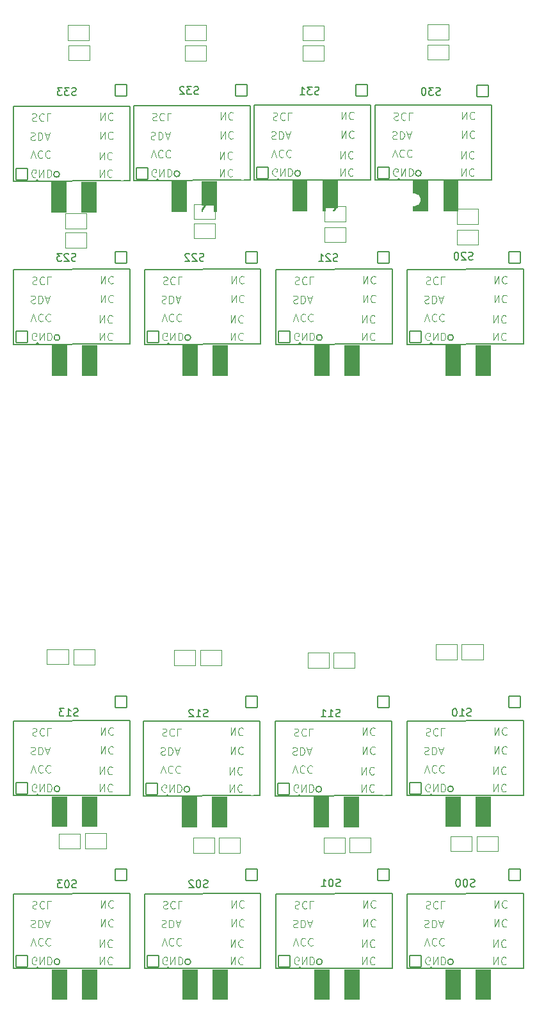
<source format=gbo>
G04 #@! TF.GenerationSoftware,KiCad,Pcbnew,7.0.1*
G04 #@! TF.CreationDate,2024-07-12T16:59:09-07:00*
G04 #@! TF.ProjectId,air_foil_pcb,6169725f-666f-4696-9c5f-7063622e6b69,rev?*
G04 #@! TF.SameCoordinates,Original*
G04 #@! TF.FileFunction,Legend,Bot*
G04 #@! TF.FilePolarity,Positive*
%FSLAX46Y46*%
G04 Gerber Fmt 4.6, Leading zero omitted, Abs format (unit mm)*
G04 Created by KiCad (PCBNEW 7.0.1) date 2024-07-12 16:59:09*
%MOMM*%
%LPD*%
G01*
G04 APERTURE LIST*
G04 Aperture macros list*
%AMRoundRect*
0 Rectangle with rounded corners*
0 $1 Rounding radius*
0 $2 $3 $4 $5 $6 $7 $8 $9 X,Y pos of 4 corners*
0 Add a 4 corners polygon primitive as box body*
4,1,4,$2,$3,$4,$5,$6,$7,$8,$9,$2,$3,0*
0 Add four circle primitives for the rounded corners*
1,1,$1+$1,$2,$3*
1,1,$1+$1,$4,$5*
1,1,$1+$1,$6,$7*
1,1,$1+$1,$8,$9*
0 Add four rect primitives between the rounded corners*
20,1,$1+$1,$2,$3,$4,$5,0*
20,1,$1+$1,$4,$5,$6,$7,0*
20,1,$1+$1,$6,$7,$8,$9,0*
20,1,$1+$1,$8,$9,$2,$3,0*%
%AMFreePoly0*
4,1,6,1.000000,0.000000,0.500000,-0.750000,-0.500000,-0.750000,-0.500000,0.750000,0.500000,0.750000,1.000000,0.000000,1.000000,0.000000,$1*%
%AMFreePoly1*
4,1,6,0.500000,-0.750000,-0.650000,-0.750000,-0.150000,0.000000,-0.650000,0.750000,0.500000,0.750000,0.500000,-0.750000,0.500000,-0.750000,$1*%
G04 Aperture macros list end*
%ADD10C,0.150000*%
%ADD11C,0.100000*%
%ADD12C,0.127000*%
%ADD13C,0.200000*%
%ADD14C,0.120000*%
%ADD15C,3.379000*%
%ADD16O,17.780000X2.540000*%
%ADD17C,3.175000*%
%ADD18RoundRect,0.102000X0.750000X0.750000X-0.750000X0.750000X-0.750000X-0.750000X0.750000X-0.750000X0*%
%ADD19C,1.704000*%
%ADD20RoundRect,0.102000X-0.750000X-0.750000X0.750000X-0.750000X0.750000X0.750000X-0.750000X0.750000X0*%
%ADD21FreePoly0,180.000000*%
%ADD22FreePoly1,180.000000*%
%ADD23O,1.700000X1.700000*%
%ADD24R,1.700000X1.700000*%
G04 APERTURE END LIST*
D10*
X29781523Y-125306000D02*
X29638666Y-125353619D01*
X29638666Y-125353619D02*
X29400571Y-125353619D01*
X29400571Y-125353619D02*
X29305333Y-125306000D01*
X29305333Y-125306000D02*
X29257714Y-125258380D01*
X29257714Y-125258380D02*
X29210095Y-125163142D01*
X29210095Y-125163142D02*
X29210095Y-125067904D01*
X29210095Y-125067904D02*
X29257714Y-124972666D01*
X29257714Y-124972666D02*
X29305333Y-124925047D01*
X29305333Y-124925047D02*
X29400571Y-124877428D01*
X29400571Y-124877428D02*
X29591047Y-124829809D01*
X29591047Y-124829809D02*
X29686285Y-124782190D01*
X29686285Y-124782190D02*
X29733904Y-124734571D01*
X29733904Y-124734571D02*
X29781523Y-124639333D01*
X29781523Y-124639333D02*
X29781523Y-124544095D01*
X29781523Y-124544095D02*
X29733904Y-124448857D01*
X29733904Y-124448857D02*
X29686285Y-124401238D01*
X29686285Y-124401238D02*
X29591047Y-124353619D01*
X29591047Y-124353619D02*
X29352952Y-124353619D01*
X29352952Y-124353619D02*
X29210095Y-124401238D01*
X28257714Y-125353619D02*
X28829142Y-125353619D01*
X28543428Y-125353619D02*
X28543428Y-124353619D01*
X28543428Y-124353619D02*
X28638666Y-124496476D01*
X28638666Y-124496476D02*
X28733904Y-124591714D01*
X28733904Y-124591714D02*
X28829142Y-124639333D01*
X27924380Y-124353619D02*
X27305333Y-124353619D01*
X27305333Y-124353619D02*
X27638666Y-124734571D01*
X27638666Y-124734571D02*
X27495809Y-124734571D01*
X27495809Y-124734571D02*
X27400571Y-124782190D01*
X27400571Y-124782190D02*
X27352952Y-124829809D01*
X27352952Y-124829809D02*
X27305333Y-124925047D01*
X27305333Y-124925047D02*
X27305333Y-125163142D01*
X27305333Y-125163142D02*
X27352952Y-125258380D01*
X27352952Y-125258380D02*
X27400571Y-125306000D01*
X27400571Y-125306000D02*
X27495809Y-125353619D01*
X27495809Y-125353619D02*
X27781523Y-125353619D01*
X27781523Y-125353619D02*
X27876761Y-125306000D01*
X27876761Y-125306000D02*
X27924380Y-125258380D01*
X46951923Y-125407600D02*
X46809066Y-125455219D01*
X46809066Y-125455219D02*
X46570971Y-125455219D01*
X46570971Y-125455219D02*
X46475733Y-125407600D01*
X46475733Y-125407600D02*
X46428114Y-125359980D01*
X46428114Y-125359980D02*
X46380495Y-125264742D01*
X46380495Y-125264742D02*
X46380495Y-125169504D01*
X46380495Y-125169504D02*
X46428114Y-125074266D01*
X46428114Y-125074266D02*
X46475733Y-125026647D01*
X46475733Y-125026647D02*
X46570971Y-124979028D01*
X46570971Y-124979028D02*
X46761447Y-124931409D01*
X46761447Y-124931409D02*
X46856685Y-124883790D01*
X46856685Y-124883790D02*
X46904304Y-124836171D01*
X46904304Y-124836171D02*
X46951923Y-124740933D01*
X46951923Y-124740933D02*
X46951923Y-124645695D01*
X46951923Y-124645695D02*
X46904304Y-124550457D01*
X46904304Y-124550457D02*
X46856685Y-124502838D01*
X46856685Y-124502838D02*
X46761447Y-124455219D01*
X46761447Y-124455219D02*
X46523352Y-124455219D01*
X46523352Y-124455219D02*
X46380495Y-124502838D01*
X45428114Y-125455219D02*
X45999542Y-125455219D01*
X45713828Y-125455219D02*
X45713828Y-124455219D01*
X45713828Y-124455219D02*
X45809066Y-124598076D01*
X45809066Y-124598076D02*
X45904304Y-124693314D01*
X45904304Y-124693314D02*
X45999542Y-124740933D01*
X45047161Y-124550457D02*
X44999542Y-124502838D01*
X44999542Y-124502838D02*
X44904304Y-124455219D01*
X44904304Y-124455219D02*
X44666209Y-124455219D01*
X44666209Y-124455219D02*
X44570971Y-124502838D01*
X44570971Y-124502838D02*
X44523352Y-124550457D01*
X44523352Y-124550457D02*
X44475733Y-124645695D01*
X44475733Y-124645695D02*
X44475733Y-124740933D01*
X44475733Y-124740933D02*
X44523352Y-124883790D01*
X44523352Y-124883790D02*
X45094780Y-125455219D01*
X45094780Y-125455219D02*
X44475733Y-125455219D01*
X64452523Y-125407600D02*
X64309666Y-125455219D01*
X64309666Y-125455219D02*
X64071571Y-125455219D01*
X64071571Y-125455219D02*
X63976333Y-125407600D01*
X63976333Y-125407600D02*
X63928714Y-125359980D01*
X63928714Y-125359980D02*
X63881095Y-125264742D01*
X63881095Y-125264742D02*
X63881095Y-125169504D01*
X63881095Y-125169504D02*
X63928714Y-125074266D01*
X63928714Y-125074266D02*
X63976333Y-125026647D01*
X63976333Y-125026647D02*
X64071571Y-124979028D01*
X64071571Y-124979028D02*
X64262047Y-124931409D01*
X64262047Y-124931409D02*
X64357285Y-124883790D01*
X64357285Y-124883790D02*
X64404904Y-124836171D01*
X64404904Y-124836171D02*
X64452523Y-124740933D01*
X64452523Y-124740933D02*
X64452523Y-124645695D01*
X64452523Y-124645695D02*
X64404904Y-124550457D01*
X64404904Y-124550457D02*
X64357285Y-124502838D01*
X64357285Y-124502838D02*
X64262047Y-124455219D01*
X64262047Y-124455219D02*
X64023952Y-124455219D01*
X64023952Y-124455219D02*
X63881095Y-124502838D01*
X62928714Y-125455219D02*
X63500142Y-125455219D01*
X63214428Y-125455219D02*
X63214428Y-124455219D01*
X63214428Y-124455219D02*
X63309666Y-124598076D01*
X63309666Y-124598076D02*
X63404904Y-124693314D01*
X63404904Y-124693314D02*
X63500142Y-124740933D01*
X61976333Y-125455219D02*
X62547761Y-125455219D01*
X62262047Y-125455219D02*
X62262047Y-124455219D01*
X62262047Y-124455219D02*
X62357285Y-124598076D01*
X62357285Y-124598076D02*
X62452523Y-124693314D01*
X62452523Y-124693314D02*
X62547761Y-124740933D01*
X81800723Y-125306000D02*
X81657866Y-125353619D01*
X81657866Y-125353619D02*
X81419771Y-125353619D01*
X81419771Y-125353619D02*
X81324533Y-125306000D01*
X81324533Y-125306000D02*
X81276914Y-125258380D01*
X81276914Y-125258380D02*
X81229295Y-125163142D01*
X81229295Y-125163142D02*
X81229295Y-125067904D01*
X81229295Y-125067904D02*
X81276914Y-124972666D01*
X81276914Y-124972666D02*
X81324533Y-124925047D01*
X81324533Y-124925047D02*
X81419771Y-124877428D01*
X81419771Y-124877428D02*
X81610247Y-124829809D01*
X81610247Y-124829809D02*
X81705485Y-124782190D01*
X81705485Y-124782190D02*
X81753104Y-124734571D01*
X81753104Y-124734571D02*
X81800723Y-124639333D01*
X81800723Y-124639333D02*
X81800723Y-124544095D01*
X81800723Y-124544095D02*
X81753104Y-124448857D01*
X81753104Y-124448857D02*
X81705485Y-124401238D01*
X81705485Y-124401238D02*
X81610247Y-124353619D01*
X81610247Y-124353619D02*
X81372152Y-124353619D01*
X81372152Y-124353619D02*
X81229295Y-124401238D01*
X80276914Y-125353619D02*
X80848342Y-125353619D01*
X80562628Y-125353619D02*
X80562628Y-124353619D01*
X80562628Y-124353619D02*
X80657866Y-124496476D01*
X80657866Y-124496476D02*
X80753104Y-124591714D01*
X80753104Y-124591714D02*
X80848342Y-124639333D01*
X79657866Y-124353619D02*
X79562628Y-124353619D01*
X79562628Y-124353619D02*
X79467390Y-124401238D01*
X79467390Y-124401238D02*
X79419771Y-124448857D01*
X79419771Y-124448857D02*
X79372152Y-124544095D01*
X79372152Y-124544095D02*
X79324533Y-124734571D01*
X79324533Y-124734571D02*
X79324533Y-124972666D01*
X79324533Y-124972666D02*
X79372152Y-125163142D01*
X79372152Y-125163142D02*
X79419771Y-125258380D01*
X79419771Y-125258380D02*
X79467390Y-125306000D01*
X79467390Y-125306000D02*
X79562628Y-125353619D01*
X79562628Y-125353619D02*
X79657866Y-125353619D01*
X79657866Y-125353619D02*
X79753104Y-125306000D01*
X79753104Y-125306000D02*
X79800723Y-125258380D01*
X79800723Y-125258380D02*
X79848342Y-125163142D01*
X79848342Y-125163142D02*
X79895961Y-124972666D01*
X79895961Y-124972666D02*
X79895961Y-124734571D01*
X79895961Y-124734571D02*
X79848342Y-124544095D01*
X79848342Y-124544095D02*
X79800723Y-124448857D01*
X79800723Y-124448857D02*
X79753104Y-124401238D01*
X79753104Y-124401238D02*
X79657866Y-124353619D01*
X29552923Y-147988200D02*
X29410066Y-148035819D01*
X29410066Y-148035819D02*
X29171971Y-148035819D01*
X29171971Y-148035819D02*
X29076733Y-147988200D01*
X29076733Y-147988200D02*
X29029114Y-147940580D01*
X29029114Y-147940580D02*
X28981495Y-147845342D01*
X28981495Y-147845342D02*
X28981495Y-147750104D01*
X28981495Y-147750104D02*
X29029114Y-147654866D01*
X29029114Y-147654866D02*
X29076733Y-147607247D01*
X29076733Y-147607247D02*
X29171971Y-147559628D01*
X29171971Y-147559628D02*
X29362447Y-147512009D01*
X29362447Y-147512009D02*
X29457685Y-147464390D01*
X29457685Y-147464390D02*
X29505304Y-147416771D01*
X29505304Y-147416771D02*
X29552923Y-147321533D01*
X29552923Y-147321533D02*
X29552923Y-147226295D01*
X29552923Y-147226295D02*
X29505304Y-147131057D01*
X29505304Y-147131057D02*
X29457685Y-147083438D01*
X29457685Y-147083438D02*
X29362447Y-147035819D01*
X29362447Y-147035819D02*
X29124352Y-147035819D01*
X29124352Y-147035819D02*
X28981495Y-147083438D01*
X28362447Y-147035819D02*
X28267209Y-147035819D01*
X28267209Y-147035819D02*
X28171971Y-147083438D01*
X28171971Y-147083438D02*
X28124352Y-147131057D01*
X28124352Y-147131057D02*
X28076733Y-147226295D01*
X28076733Y-147226295D02*
X28029114Y-147416771D01*
X28029114Y-147416771D02*
X28029114Y-147654866D01*
X28029114Y-147654866D02*
X28076733Y-147845342D01*
X28076733Y-147845342D02*
X28124352Y-147940580D01*
X28124352Y-147940580D02*
X28171971Y-147988200D01*
X28171971Y-147988200D02*
X28267209Y-148035819D01*
X28267209Y-148035819D02*
X28362447Y-148035819D01*
X28362447Y-148035819D02*
X28457685Y-147988200D01*
X28457685Y-147988200D02*
X28505304Y-147940580D01*
X28505304Y-147940580D02*
X28552923Y-147845342D01*
X28552923Y-147845342D02*
X28600542Y-147654866D01*
X28600542Y-147654866D02*
X28600542Y-147416771D01*
X28600542Y-147416771D02*
X28552923Y-147226295D01*
X28552923Y-147226295D02*
X28505304Y-147131057D01*
X28505304Y-147131057D02*
X28457685Y-147083438D01*
X28457685Y-147083438D02*
X28362447Y-147035819D01*
X27695780Y-147035819D02*
X27076733Y-147035819D01*
X27076733Y-147035819D02*
X27410066Y-147416771D01*
X27410066Y-147416771D02*
X27267209Y-147416771D01*
X27267209Y-147416771D02*
X27171971Y-147464390D01*
X27171971Y-147464390D02*
X27124352Y-147512009D01*
X27124352Y-147512009D02*
X27076733Y-147607247D01*
X27076733Y-147607247D02*
X27076733Y-147845342D01*
X27076733Y-147845342D02*
X27124352Y-147940580D01*
X27124352Y-147940580D02*
X27171971Y-147988200D01*
X27171971Y-147988200D02*
X27267209Y-148035819D01*
X27267209Y-148035819D02*
X27552923Y-148035819D01*
X27552923Y-148035819D02*
X27648161Y-147988200D01*
X27648161Y-147988200D02*
X27695780Y-147940580D01*
X46951923Y-147962800D02*
X46809066Y-148010419D01*
X46809066Y-148010419D02*
X46570971Y-148010419D01*
X46570971Y-148010419D02*
X46475733Y-147962800D01*
X46475733Y-147962800D02*
X46428114Y-147915180D01*
X46428114Y-147915180D02*
X46380495Y-147819942D01*
X46380495Y-147819942D02*
X46380495Y-147724704D01*
X46380495Y-147724704D02*
X46428114Y-147629466D01*
X46428114Y-147629466D02*
X46475733Y-147581847D01*
X46475733Y-147581847D02*
X46570971Y-147534228D01*
X46570971Y-147534228D02*
X46761447Y-147486609D01*
X46761447Y-147486609D02*
X46856685Y-147438990D01*
X46856685Y-147438990D02*
X46904304Y-147391371D01*
X46904304Y-147391371D02*
X46951923Y-147296133D01*
X46951923Y-147296133D02*
X46951923Y-147200895D01*
X46951923Y-147200895D02*
X46904304Y-147105657D01*
X46904304Y-147105657D02*
X46856685Y-147058038D01*
X46856685Y-147058038D02*
X46761447Y-147010419D01*
X46761447Y-147010419D02*
X46523352Y-147010419D01*
X46523352Y-147010419D02*
X46380495Y-147058038D01*
X45761447Y-147010419D02*
X45666209Y-147010419D01*
X45666209Y-147010419D02*
X45570971Y-147058038D01*
X45570971Y-147058038D02*
X45523352Y-147105657D01*
X45523352Y-147105657D02*
X45475733Y-147200895D01*
X45475733Y-147200895D02*
X45428114Y-147391371D01*
X45428114Y-147391371D02*
X45428114Y-147629466D01*
X45428114Y-147629466D02*
X45475733Y-147819942D01*
X45475733Y-147819942D02*
X45523352Y-147915180D01*
X45523352Y-147915180D02*
X45570971Y-147962800D01*
X45570971Y-147962800D02*
X45666209Y-148010419D01*
X45666209Y-148010419D02*
X45761447Y-148010419D01*
X45761447Y-148010419D02*
X45856685Y-147962800D01*
X45856685Y-147962800D02*
X45904304Y-147915180D01*
X45904304Y-147915180D02*
X45951923Y-147819942D01*
X45951923Y-147819942D02*
X45999542Y-147629466D01*
X45999542Y-147629466D02*
X45999542Y-147391371D01*
X45999542Y-147391371D02*
X45951923Y-147200895D01*
X45951923Y-147200895D02*
X45904304Y-147105657D01*
X45904304Y-147105657D02*
X45856685Y-147058038D01*
X45856685Y-147058038D02*
X45761447Y-147010419D01*
X45047161Y-147105657D02*
X44999542Y-147058038D01*
X44999542Y-147058038D02*
X44904304Y-147010419D01*
X44904304Y-147010419D02*
X44666209Y-147010419D01*
X44666209Y-147010419D02*
X44570971Y-147058038D01*
X44570971Y-147058038D02*
X44523352Y-147105657D01*
X44523352Y-147105657D02*
X44475733Y-147200895D01*
X44475733Y-147200895D02*
X44475733Y-147296133D01*
X44475733Y-147296133D02*
X44523352Y-147438990D01*
X44523352Y-147438990D02*
X45094780Y-148010419D01*
X45094780Y-148010419D02*
X44475733Y-148010419D01*
X64477923Y-147835800D02*
X64335066Y-147883419D01*
X64335066Y-147883419D02*
X64096971Y-147883419D01*
X64096971Y-147883419D02*
X64001733Y-147835800D01*
X64001733Y-147835800D02*
X63954114Y-147788180D01*
X63954114Y-147788180D02*
X63906495Y-147692942D01*
X63906495Y-147692942D02*
X63906495Y-147597704D01*
X63906495Y-147597704D02*
X63954114Y-147502466D01*
X63954114Y-147502466D02*
X64001733Y-147454847D01*
X64001733Y-147454847D02*
X64096971Y-147407228D01*
X64096971Y-147407228D02*
X64287447Y-147359609D01*
X64287447Y-147359609D02*
X64382685Y-147311990D01*
X64382685Y-147311990D02*
X64430304Y-147264371D01*
X64430304Y-147264371D02*
X64477923Y-147169133D01*
X64477923Y-147169133D02*
X64477923Y-147073895D01*
X64477923Y-147073895D02*
X64430304Y-146978657D01*
X64430304Y-146978657D02*
X64382685Y-146931038D01*
X64382685Y-146931038D02*
X64287447Y-146883419D01*
X64287447Y-146883419D02*
X64049352Y-146883419D01*
X64049352Y-146883419D02*
X63906495Y-146931038D01*
X63287447Y-146883419D02*
X63192209Y-146883419D01*
X63192209Y-146883419D02*
X63096971Y-146931038D01*
X63096971Y-146931038D02*
X63049352Y-146978657D01*
X63049352Y-146978657D02*
X63001733Y-147073895D01*
X63001733Y-147073895D02*
X62954114Y-147264371D01*
X62954114Y-147264371D02*
X62954114Y-147502466D01*
X62954114Y-147502466D02*
X63001733Y-147692942D01*
X63001733Y-147692942D02*
X63049352Y-147788180D01*
X63049352Y-147788180D02*
X63096971Y-147835800D01*
X63096971Y-147835800D02*
X63192209Y-147883419D01*
X63192209Y-147883419D02*
X63287447Y-147883419D01*
X63287447Y-147883419D02*
X63382685Y-147835800D01*
X63382685Y-147835800D02*
X63430304Y-147788180D01*
X63430304Y-147788180D02*
X63477923Y-147692942D01*
X63477923Y-147692942D02*
X63525542Y-147502466D01*
X63525542Y-147502466D02*
X63525542Y-147264371D01*
X63525542Y-147264371D02*
X63477923Y-147073895D01*
X63477923Y-147073895D02*
X63430304Y-146978657D01*
X63430304Y-146978657D02*
X63382685Y-146931038D01*
X63382685Y-146931038D02*
X63287447Y-146883419D01*
X62001733Y-147883419D02*
X62573161Y-147883419D01*
X62287447Y-147883419D02*
X62287447Y-146883419D01*
X62287447Y-146883419D02*
X62382685Y-147026276D01*
X62382685Y-147026276D02*
X62477923Y-147121514D01*
X62477923Y-147121514D02*
X62573161Y-147169133D01*
X82257923Y-147861200D02*
X82115066Y-147908819D01*
X82115066Y-147908819D02*
X81876971Y-147908819D01*
X81876971Y-147908819D02*
X81781733Y-147861200D01*
X81781733Y-147861200D02*
X81734114Y-147813580D01*
X81734114Y-147813580D02*
X81686495Y-147718342D01*
X81686495Y-147718342D02*
X81686495Y-147623104D01*
X81686495Y-147623104D02*
X81734114Y-147527866D01*
X81734114Y-147527866D02*
X81781733Y-147480247D01*
X81781733Y-147480247D02*
X81876971Y-147432628D01*
X81876971Y-147432628D02*
X82067447Y-147385009D01*
X82067447Y-147385009D02*
X82162685Y-147337390D01*
X82162685Y-147337390D02*
X82210304Y-147289771D01*
X82210304Y-147289771D02*
X82257923Y-147194533D01*
X82257923Y-147194533D02*
X82257923Y-147099295D01*
X82257923Y-147099295D02*
X82210304Y-147004057D01*
X82210304Y-147004057D02*
X82162685Y-146956438D01*
X82162685Y-146956438D02*
X82067447Y-146908819D01*
X82067447Y-146908819D02*
X81829352Y-146908819D01*
X81829352Y-146908819D02*
X81686495Y-146956438D01*
X81067447Y-146908819D02*
X80972209Y-146908819D01*
X80972209Y-146908819D02*
X80876971Y-146956438D01*
X80876971Y-146956438D02*
X80829352Y-147004057D01*
X80829352Y-147004057D02*
X80781733Y-147099295D01*
X80781733Y-147099295D02*
X80734114Y-147289771D01*
X80734114Y-147289771D02*
X80734114Y-147527866D01*
X80734114Y-147527866D02*
X80781733Y-147718342D01*
X80781733Y-147718342D02*
X80829352Y-147813580D01*
X80829352Y-147813580D02*
X80876971Y-147861200D01*
X80876971Y-147861200D02*
X80972209Y-147908819D01*
X80972209Y-147908819D02*
X81067447Y-147908819D01*
X81067447Y-147908819D02*
X81162685Y-147861200D01*
X81162685Y-147861200D02*
X81210304Y-147813580D01*
X81210304Y-147813580D02*
X81257923Y-147718342D01*
X81257923Y-147718342D02*
X81305542Y-147527866D01*
X81305542Y-147527866D02*
X81305542Y-147289771D01*
X81305542Y-147289771D02*
X81257923Y-147099295D01*
X81257923Y-147099295D02*
X81210304Y-147004057D01*
X81210304Y-147004057D02*
X81162685Y-146956438D01*
X81162685Y-146956438D02*
X81067447Y-146908819D01*
X80115066Y-146908819D02*
X80019828Y-146908819D01*
X80019828Y-146908819D02*
X79924590Y-146956438D01*
X79924590Y-146956438D02*
X79876971Y-147004057D01*
X79876971Y-147004057D02*
X79829352Y-147099295D01*
X79829352Y-147099295D02*
X79781733Y-147289771D01*
X79781733Y-147289771D02*
X79781733Y-147527866D01*
X79781733Y-147527866D02*
X79829352Y-147718342D01*
X79829352Y-147718342D02*
X79876971Y-147813580D01*
X79876971Y-147813580D02*
X79924590Y-147861200D01*
X79924590Y-147861200D02*
X80019828Y-147908819D01*
X80019828Y-147908819D02*
X80115066Y-147908819D01*
X80115066Y-147908819D02*
X80210304Y-147861200D01*
X80210304Y-147861200D02*
X80257923Y-147813580D01*
X80257923Y-147813580D02*
X80305542Y-147718342D01*
X80305542Y-147718342D02*
X80353161Y-147527866D01*
X80353161Y-147527866D02*
X80353161Y-147289771D01*
X80353161Y-147289771D02*
X80305542Y-147099295D01*
X80305542Y-147099295D02*
X80257923Y-147004057D01*
X80257923Y-147004057D02*
X80210304Y-146956438D01*
X80210304Y-146956438D02*
X80115066Y-146908819D01*
X29502123Y-65133400D02*
X29359266Y-65181019D01*
X29359266Y-65181019D02*
X29121171Y-65181019D01*
X29121171Y-65181019D02*
X29025933Y-65133400D01*
X29025933Y-65133400D02*
X28978314Y-65085780D01*
X28978314Y-65085780D02*
X28930695Y-64990542D01*
X28930695Y-64990542D02*
X28930695Y-64895304D01*
X28930695Y-64895304D02*
X28978314Y-64800066D01*
X28978314Y-64800066D02*
X29025933Y-64752447D01*
X29025933Y-64752447D02*
X29121171Y-64704828D01*
X29121171Y-64704828D02*
X29311647Y-64657209D01*
X29311647Y-64657209D02*
X29406885Y-64609590D01*
X29406885Y-64609590D02*
X29454504Y-64561971D01*
X29454504Y-64561971D02*
X29502123Y-64466733D01*
X29502123Y-64466733D02*
X29502123Y-64371495D01*
X29502123Y-64371495D02*
X29454504Y-64276257D01*
X29454504Y-64276257D02*
X29406885Y-64228638D01*
X29406885Y-64228638D02*
X29311647Y-64181019D01*
X29311647Y-64181019D02*
X29073552Y-64181019D01*
X29073552Y-64181019D02*
X28930695Y-64228638D01*
X28549742Y-64276257D02*
X28502123Y-64228638D01*
X28502123Y-64228638D02*
X28406885Y-64181019D01*
X28406885Y-64181019D02*
X28168790Y-64181019D01*
X28168790Y-64181019D02*
X28073552Y-64228638D01*
X28073552Y-64228638D02*
X28025933Y-64276257D01*
X28025933Y-64276257D02*
X27978314Y-64371495D01*
X27978314Y-64371495D02*
X27978314Y-64466733D01*
X27978314Y-64466733D02*
X28025933Y-64609590D01*
X28025933Y-64609590D02*
X28597361Y-65181019D01*
X28597361Y-65181019D02*
X27978314Y-65181019D01*
X27644980Y-64181019D02*
X27025933Y-64181019D01*
X27025933Y-64181019D02*
X27359266Y-64561971D01*
X27359266Y-64561971D02*
X27216409Y-64561971D01*
X27216409Y-64561971D02*
X27121171Y-64609590D01*
X27121171Y-64609590D02*
X27073552Y-64657209D01*
X27073552Y-64657209D02*
X27025933Y-64752447D01*
X27025933Y-64752447D02*
X27025933Y-64990542D01*
X27025933Y-64990542D02*
X27073552Y-65085780D01*
X27073552Y-65085780D02*
X27121171Y-65133400D01*
X27121171Y-65133400D02*
X27216409Y-65181019D01*
X27216409Y-65181019D02*
X27502123Y-65181019D01*
X27502123Y-65181019D02*
X27597361Y-65133400D01*
X27597361Y-65133400D02*
X27644980Y-65085780D01*
X46418523Y-65133400D02*
X46275666Y-65181019D01*
X46275666Y-65181019D02*
X46037571Y-65181019D01*
X46037571Y-65181019D02*
X45942333Y-65133400D01*
X45942333Y-65133400D02*
X45894714Y-65085780D01*
X45894714Y-65085780D02*
X45847095Y-64990542D01*
X45847095Y-64990542D02*
X45847095Y-64895304D01*
X45847095Y-64895304D02*
X45894714Y-64800066D01*
X45894714Y-64800066D02*
X45942333Y-64752447D01*
X45942333Y-64752447D02*
X46037571Y-64704828D01*
X46037571Y-64704828D02*
X46228047Y-64657209D01*
X46228047Y-64657209D02*
X46323285Y-64609590D01*
X46323285Y-64609590D02*
X46370904Y-64561971D01*
X46370904Y-64561971D02*
X46418523Y-64466733D01*
X46418523Y-64466733D02*
X46418523Y-64371495D01*
X46418523Y-64371495D02*
X46370904Y-64276257D01*
X46370904Y-64276257D02*
X46323285Y-64228638D01*
X46323285Y-64228638D02*
X46228047Y-64181019D01*
X46228047Y-64181019D02*
X45989952Y-64181019D01*
X45989952Y-64181019D02*
X45847095Y-64228638D01*
X45466142Y-64276257D02*
X45418523Y-64228638D01*
X45418523Y-64228638D02*
X45323285Y-64181019D01*
X45323285Y-64181019D02*
X45085190Y-64181019D01*
X45085190Y-64181019D02*
X44989952Y-64228638D01*
X44989952Y-64228638D02*
X44942333Y-64276257D01*
X44942333Y-64276257D02*
X44894714Y-64371495D01*
X44894714Y-64371495D02*
X44894714Y-64466733D01*
X44894714Y-64466733D02*
X44942333Y-64609590D01*
X44942333Y-64609590D02*
X45513761Y-65181019D01*
X45513761Y-65181019D02*
X44894714Y-65181019D01*
X44513761Y-64276257D02*
X44466142Y-64228638D01*
X44466142Y-64228638D02*
X44370904Y-64181019D01*
X44370904Y-64181019D02*
X44132809Y-64181019D01*
X44132809Y-64181019D02*
X44037571Y-64228638D01*
X44037571Y-64228638D02*
X43989952Y-64276257D01*
X43989952Y-64276257D02*
X43942333Y-64371495D01*
X43942333Y-64371495D02*
X43942333Y-64466733D01*
X43942333Y-64466733D02*
X43989952Y-64609590D01*
X43989952Y-64609590D02*
X44561380Y-65181019D01*
X44561380Y-65181019D02*
X43942333Y-65181019D01*
X64122323Y-65184200D02*
X63979466Y-65231819D01*
X63979466Y-65231819D02*
X63741371Y-65231819D01*
X63741371Y-65231819D02*
X63646133Y-65184200D01*
X63646133Y-65184200D02*
X63598514Y-65136580D01*
X63598514Y-65136580D02*
X63550895Y-65041342D01*
X63550895Y-65041342D02*
X63550895Y-64946104D01*
X63550895Y-64946104D02*
X63598514Y-64850866D01*
X63598514Y-64850866D02*
X63646133Y-64803247D01*
X63646133Y-64803247D02*
X63741371Y-64755628D01*
X63741371Y-64755628D02*
X63931847Y-64708009D01*
X63931847Y-64708009D02*
X64027085Y-64660390D01*
X64027085Y-64660390D02*
X64074704Y-64612771D01*
X64074704Y-64612771D02*
X64122323Y-64517533D01*
X64122323Y-64517533D02*
X64122323Y-64422295D01*
X64122323Y-64422295D02*
X64074704Y-64327057D01*
X64074704Y-64327057D02*
X64027085Y-64279438D01*
X64027085Y-64279438D02*
X63931847Y-64231819D01*
X63931847Y-64231819D02*
X63693752Y-64231819D01*
X63693752Y-64231819D02*
X63550895Y-64279438D01*
X63169942Y-64327057D02*
X63122323Y-64279438D01*
X63122323Y-64279438D02*
X63027085Y-64231819D01*
X63027085Y-64231819D02*
X62788990Y-64231819D01*
X62788990Y-64231819D02*
X62693752Y-64279438D01*
X62693752Y-64279438D02*
X62646133Y-64327057D01*
X62646133Y-64327057D02*
X62598514Y-64422295D01*
X62598514Y-64422295D02*
X62598514Y-64517533D01*
X62598514Y-64517533D02*
X62646133Y-64660390D01*
X62646133Y-64660390D02*
X63217561Y-65231819D01*
X63217561Y-65231819D02*
X62598514Y-65231819D01*
X61646133Y-65231819D02*
X62217561Y-65231819D01*
X61931847Y-65231819D02*
X61931847Y-64231819D01*
X61931847Y-64231819D02*
X62027085Y-64374676D01*
X62027085Y-64374676D02*
X62122323Y-64469914D01*
X62122323Y-64469914D02*
X62217561Y-64517533D01*
X82029323Y-64981000D02*
X81886466Y-65028619D01*
X81886466Y-65028619D02*
X81648371Y-65028619D01*
X81648371Y-65028619D02*
X81553133Y-64981000D01*
X81553133Y-64981000D02*
X81505514Y-64933380D01*
X81505514Y-64933380D02*
X81457895Y-64838142D01*
X81457895Y-64838142D02*
X81457895Y-64742904D01*
X81457895Y-64742904D02*
X81505514Y-64647666D01*
X81505514Y-64647666D02*
X81553133Y-64600047D01*
X81553133Y-64600047D02*
X81648371Y-64552428D01*
X81648371Y-64552428D02*
X81838847Y-64504809D01*
X81838847Y-64504809D02*
X81934085Y-64457190D01*
X81934085Y-64457190D02*
X81981704Y-64409571D01*
X81981704Y-64409571D02*
X82029323Y-64314333D01*
X82029323Y-64314333D02*
X82029323Y-64219095D01*
X82029323Y-64219095D02*
X81981704Y-64123857D01*
X81981704Y-64123857D02*
X81934085Y-64076238D01*
X81934085Y-64076238D02*
X81838847Y-64028619D01*
X81838847Y-64028619D02*
X81600752Y-64028619D01*
X81600752Y-64028619D02*
X81457895Y-64076238D01*
X81076942Y-64123857D02*
X81029323Y-64076238D01*
X81029323Y-64076238D02*
X80934085Y-64028619D01*
X80934085Y-64028619D02*
X80695990Y-64028619D01*
X80695990Y-64028619D02*
X80600752Y-64076238D01*
X80600752Y-64076238D02*
X80553133Y-64123857D01*
X80553133Y-64123857D02*
X80505514Y-64219095D01*
X80505514Y-64219095D02*
X80505514Y-64314333D01*
X80505514Y-64314333D02*
X80553133Y-64457190D01*
X80553133Y-64457190D02*
X81124561Y-65028619D01*
X81124561Y-65028619D02*
X80505514Y-65028619D01*
X79886466Y-64028619D02*
X79791228Y-64028619D01*
X79791228Y-64028619D02*
X79695990Y-64076238D01*
X79695990Y-64076238D02*
X79648371Y-64123857D01*
X79648371Y-64123857D02*
X79600752Y-64219095D01*
X79600752Y-64219095D02*
X79553133Y-64409571D01*
X79553133Y-64409571D02*
X79553133Y-64647666D01*
X79553133Y-64647666D02*
X79600752Y-64838142D01*
X79600752Y-64838142D02*
X79648371Y-64933380D01*
X79648371Y-64933380D02*
X79695990Y-64981000D01*
X79695990Y-64981000D02*
X79791228Y-65028619D01*
X79791228Y-65028619D02*
X79886466Y-65028619D01*
X79886466Y-65028619D02*
X79981704Y-64981000D01*
X79981704Y-64981000D02*
X80029323Y-64933380D01*
X80029323Y-64933380D02*
X80076942Y-64838142D01*
X80076942Y-64838142D02*
X80124561Y-64647666D01*
X80124561Y-64647666D02*
X80124561Y-64409571D01*
X80124561Y-64409571D02*
X80076942Y-64219095D01*
X80076942Y-64219095D02*
X80029323Y-64123857D01*
X80029323Y-64123857D02*
X79981704Y-64076238D01*
X79981704Y-64076238D02*
X79886466Y-64028619D01*
X29527523Y-43238600D02*
X29384666Y-43286219D01*
X29384666Y-43286219D02*
X29146571Y-43286219D01*
X29146571Y-43286219D02*
X29051333Y-43238600D01*
X29051333Y-43238600D02*
X29003714Y-43190980D01*
X29003714Y-43190980D02*
X28956095Y-43095742D01*
X28956095Y-43095742D02*
X28956095Y-43000504D01*
X28956095Y-43000504D02*
X29003714Y-42905266D01*
X29003714Y-42905266D02*
X29051333Y-42857647D01*
X29051333Y-42857647D02*
X29146571Y-42810028D01*
X29146571Y-42810028D02*
X29337047Y-42762409D01*
X29337047Y-42762409D02*
X29432285Y-42714790D01*
X29432285Y-42714790D02*
X29479904Y-42667171D01*
X29479904Y-42667171D02*
X29527523Y-42571933D01*
X29527523Y-42571933D02*
X29527523Y-42476695D01*
X29527523Y-42476695D02*
X29479904Y-42381457D01*
X29479904Y-42381457D02*
X29432285Y-42333838D01*
X29432285Y-42333838D02*
X29337047Y-42286219D01*
X29337047Y-42286219D02*
X29098952Y-42286219D01*
X29098952Y-42286219D02*
X28956095Y-42333838D01*
X28622761Y-42286219D02*
X28003714Y-42286219D01*
X28003714Y-42286219D02*
X28337047Y-42667171D01*
X28337047Y-42667171D02*
X28194190Y-42667171D01*
X28194190Y-42667171D02*
X28098952Y-42714790D01*
X28098952Y-42714790D02*
X28051333Y-42762409D01*
X28051333Y-42762409D02*
X28003714Y-42857647D01*
X28003714Y-42857647D02*
X28003714Y-43095742D01*
X28003714Y-43095742D02*
X28051333Y-43190980D01*
X28051333Y-43190980D02*
X28098952Y-43238600D01*
X28098952Y-43238600D02*
X28194190Y-43286219D01*
X28194190Y-43286219D02*
X28479904Y-43286219D01*
X28479904Y-43286219D02*
X28575142Y-43238600D01*
X28575142Y-43238600D02*
X28622761Y-43190980D01*
X27670380Y-42286219D02*
X27051333Y-42286219D01*
X27051333Y-42286219D02*
X27384666Y-42667171D01*
X27384666Y-42667171D02*
X27241809Y-42667171D01*
X27241809Y-42667171D02*
X27146571Y-42714790D01*
X27146571Y-42714790D02*
X27098952Y-42762409D01*
X27098952Y-42762409D02*
X27051333Y-42857647D01*
X27051333Y-42857647D02*
X27051333Y-43095742D01*
X27051333Y-43095742D02*
X27098952Y-43190980D01*
X27098952Y-43190980D02*
X27146571Y-43238600D01*
X27146571Y-43238600D02*
X27241809Y-43286219D01*
X27241809Y-43286219D02*
X27527523Y-43286219D01*
X27527523Y-43286219D02*
X27622761Y-43238600D01*
X27622761Y-43238600D02*
X27670380Y-43190980D01*
X45707323Y-43086200D02*
X45564466Y-43133819D01*
X45564466Y-43133819D02*
X45326371Y-43133819D01*
X45326371Y-43133819D02*
X45231133Y-43086200D01*
X45231133Y-43086200D02*
X45183514Y-43038580D01*
X45183514Y-43038580D02*
X45135895Y-42943342D01*
X45135895Y-42943342D02*
X45135895Y-42848104D01*
X45135895Y-42848104D02*
X45183514Y-42752866D01*
X45183514Y-42752866D02*
X45231133Y-42705247D01*
X45231133Y-42705247D02*
X45326371Y-42657628D01*
X45326371Y-42657628D02*
X45516847Y-42610009D01*
X45516847Y-42610009D02*
X45612085Y-42562390D01*
X45612085Y-42562390D02*
X45659704Y-42514771D01*
X45659704Y-42514771D02*
X45707323Y-42419533D01*
X45707323Y-42419533D02*
X45707323Y-42324295D01*
X45707323Y-42324295D02*
X45659704Y-42229057D01*
X45659704Y-42229057D02*
X45612085Y-42181438D01*
X45612085Y-42181438D02*
X45516847Y-42133819D01*
X45516847Y-42133819D02*
X45278752Y-42133819D01*
X45278752Y-42133819D02*
X45135895Y-42181438D01*
X44802561Y-42133819D02*
X44183514Y-42133819D01*
X44183514Y-42133819D02*
X44516847Y-42514771D01*
X44516847Y-42514771D02*
X44373990Y-42514771D01*
X44373990Y-42514771D02*
X44278752Y-42562390D01*
X44278752Y-42562390D02*
X44231133Y-42610009D01*
X44231133Y-42610009D02*
X44183514Y-42705247D01*
X44183514Y-42705247D02*
X44183514Y-42943342D01*
X44183514Y-42943342D02*
X44231133Y-43038580D01*
X44231133Y-43038580D02*
X44278752Y-43086200D01*
X44278752Y-43086200D02*
X44373990Y-43133819D01*
X44373990Y-43133819D02*
X44659704Y-43133819D01*
X44659704Y-43133819D02*
X44754942Y-43086200D01*
X44754942Y-43086200D02*
X44802561Y-43038580D01*
X43802561Y-42229057D02*
X43754942Y-42181438D01*
X43754942Y-42181438D02*
X43659704Y-42133819D01*
X43659704Y-42133819D02*
X43421609Y-42133819D01*
X43421609Y-42133819D02*
X43326371Y-42181438D01*
X43326371Y-42181438D02*
X43278752Y-42229057D01*
X43278752Y-42229057D02*
X43231133Y-42324295D01*
X43231133Y-42324295D02*
X43231133Y-42419533D01*
X43231133Y-42419533D02*
X43278752Y-42562390D01*
X43278752Y-42562390D02*
X43850180Y-43133819D01*
X43850180Y-43133819D02*
X43231133Y-43133819D01*
X61658523Y-43137000D02*
X61515666Y-43184619D01*
X61515666Y-43184619D02*
X61277571Y-43184619D01*
X61277571Y-43184619D02*
X61182333Y-43137000D01*
X61182333Y-43137000D02*
X61134714Y-43089380D01*
X61134714Y-43089380D02*
X61087095Y-42994142D01*
X61087095Y-42994142D02*
X61087095Y-42898904D01*
X61087095Y-42898904D02*
X61134714Y-42803666D01*
X61134714Y-42803666D02*
X61182333Y-42756047D01*
X61182333Y-42756047D02*
X61277571Y-42708428D01*
X61277571Y-42708428D02*
X61468047Y-42660809D01*
X61468047Y-42660809D02*
X61563285Y-42613190D01*
X61563285Y-42613190D02*
X61610904Y-42565571D01*
X61610904Y-42565571D02*
X61658523Y-42470333D01*
X61658523Y-42470333D02*
X61658523Y-42375095D01*
X61658523Y-42375095D02*
X61610904Y-42279857D01*
X61610904Y-42279857D02*
X61563285Y-42232238D01*
X61563285Y-42232238D02*
X61468047Y-42184619D01*
X61468047Y-42184619D02*
X61229952Y-42184619D01*
X61229952Y-42184619D02*
X61087095Y-42232238D01*
X60753761Y-42184619D02*
X60134714Y-42184619D01*
X60134714Y-42184619D02*
X60468047Y-42565571D01*
X60468047Y-42565571D02*
X60325190Y-42565571D01*
X60325190Y-42565571D02*
X60229952Y-42613190D01*
X60229952Y-42613190D02*
X60182333Y-42660809D01*
X60182333Y-42660809D02*
X60134714Y-42756047D01*
X60134714Y-42756047D02*
X60134714Y-42994142D01*
X60134714Y-42994142D02*
X60182333Y-43089380D01*
X60182333Y-43089380D02*
X60229952Y-43137000D01*
X60229952Y-43137000D02*
X60325190Y-43184619D01*
X60325190Y-43184619D02*
X60610904Y-43184619D01*
X60610904Y-43184619D02*
X60706142Y-43137000D01*
X60706142Y-43137000D02*
X60753761Y-43089380D01*
X59182333Y-43184619D02*
X59753761Y-43184619D01*
X59468047Y-43184619D02*
X59468047Y-42184619D01*
X59468047Y-42184619D02*
X59563285Y-42327476D01*
X59563285Y-42327476D02*
X59658523Y-42422714D01*
X59658523Y-42422714D02*
X59753761Y-42470333D01*
X77711323Y-43213200D02*
X77568466Y-43260819D01*
X77568466Y-43260819D02*
X77330371Y-43260819D01*
X77330371Y-43260819D02*
X77235133Y-43213200D01*
X77235133Y-43213200D02*
X77187514Y-43165580D01*
X77187514Y-43165580D02*
X77139895Y-43070342D01*
X77139895Y-43070342D02*
X77139895Y-42975104D01*
X77139895Y-42975104D02*
X77187514Y-42879866D01*
X77187514Y-42879866D02*
X77235133Y-42832247D01*
X77235133Y-42832247D02*
X77330371Y-42784628D01*
X77330371Y-42784628D02*
X77520847Y-42737009D01*
X77520847Y-42737009D02*
X77616085Y-42689390D01*
X77616085Y-42689390D02*
X77663704Y-42641771D01*
X77663704Y-42641771D02*
X77711323Y-42546533D01*
X77711323Y-42546533D02*
X77711323Y-42451295D01*
X77711323Y-42451295D02*
X77663704Y-42356057D01*
X77663704Y-42356057D02*
X77616085Y-42308438D01*
X77616085Y-42308438D02*
X77520847Y-42260819D01*
X77520847Y-42260819D02*
X77282752Y-42260819D01*
X77282752Y-42260819D02*
X77139895Y-42308438D01*
X76806561Y-42260819D02*
X76187514Y-42260819D01*
X76187514Y-42260819D02*
X76520847Y-42641771D01*
X76520847Y-42641771D02*
X76377990Y-42641771D01*
X76377990Y-42641771D02*
X76282752Y-42689390D01*
X76282752Y-42689390D02*
X76235133Y-42737009D01*
X76235133Y-42737009D02*
X76187514Y-42832247D01*
X76187514Y-42832247D02*
X76187514Y-43070342D01*
X76187514Y-43070342D02*
X76235133Y-43165580D01*
X76235133Y-43165580D02*
X76282752Y-43213200D01*
X76282752Y-43213200D02*
X76377990Y-43260819D01*
X76377990Y-43260819D02*
X76663704Y-43260819D01*
X76663704Y-43260819D02*
X76758942Y-43213200D01*
X76758942Y-43213200D02*
X76806561Y-43165580D01*
X75568466Y-42260819D02*
X75473228Y-42260819D01*
X75473228Y-42260819D02*
X75377990Y-42308438D01*
X75377990Y-42308438D02*
X75330371Y-42356057D01*
X75330371Y-42356057D02*
X75282752Y-42451295D01*
X75282752Y-42451295D02*
X75235133Y-42641771D01*
X75235133Y-42641771D02*
X75235133Y-42879866D01*
X75235133Y-42879866D02*
X75282752Y-43070342D01*
X75282752Y-43070342D02*
X75330371Y-43165580D01*
X75330371Y-43165580D02*
X75377990Y-43213200D01*
X75377990Y-43213200D02*
X75473228Y-43260819D01*
X75473228Y-43260819D02*
X75568466Y-43260819D01*
X75568466Y-43260819D02*
X75663704Y-43213200D01*
X75663704Y-43213200D02*
X75711323Y-43165580D01*
X75711323Y-43165580D02*
X75758942Y-43070342D01*
X75758942Y-43070342D02*
X75806561Y-42879866D01*
X75806561Y-42879866D02*
X75806561Y-42641771D01*
X75806561Y-42641771D02*
X75758942Y-42451295D01*
X75758942Y-42451295D02*
X75711323Y-42356057D01*
X75711323Y-42356057D02*
X75663704Y-42308438D01*
X75663704Y-42308438D02*
X75568466Y-42260819D01*
D11*
X48674695Y-48025730D02*
X48674695Y-49025730D01*
X48674695Y-49025730D02*
X49246123Y-48025730D01*
X49246123Y-48025730D02*
X49246123Y-49025730D01*
X50293742Y-48120969D02*
X50246123Y-48073350D01*
X50246123Y-48073350D02*
X50103266Y-48025730D01*
X50103266Y-48025730D02*
X50008028Y-48025730D01*
X50008028Y-48025730D02*
X49865171Y-48073350D01*
X49865171Y-48073350D02*
X49769933Y-48168588D01*
X49769933Y-48168588D02*
X49722314Y-48263826D01*
X49722314Y-48263826D02*
X49674695Y-48454302D01*
X49674695Y-48454302D02*
X49674695Y-48597159D01*
X49674695Y-48597159D02*
X49722314Y-48787635D01*
X49722314Y-48787635D02*
X49769933Y-48882873D01*
X49769933Y-48882873D02*
X49865171Y-48978111D01*
X49865171Y-48978111D02*
X50008028Y-49025730D01*
X50008028Y-49025730D02*
X50103266Y-49025730D01*
X50103266Y-49025730D02*
X50246123Y-48978111D01*
X50246123Y-48978111D02*
X50293742Y-48930492D01*
X48674695Y-45525730D02*
X48674695Y-46525730D01*
X48674695Y-46525730D02*
X49246123Y-45525730D01*
X49246123Y-45525730D02*
X49246123Y-46525730D01*
X50293742Y-45620969D02*
X50246123Y-45573350D01*
X50246123Y-45573350D02*
X50103266Y-45525730D01*
X50103266Y-45525730D02*
X50008028Y-45525730D01*
X50008028Y-45525730D02*
X49865171Y-45573350D01*
X49865171Y-45573350D02*
X49769933Y-45668588D01*
X49769933Y-45668588D02*
X49722314Y-45763826D01*
X49722314Y-45763826D02*
X49674695Y-45954302D01*
X49674695Y-45954302D02*
X49674695Y-46097159D01*
X49674695Y-46097159D02*
X49722314Y-46287635D01*
X49722314Y-46287635D02*
X49769933Y-46382873D01*
X49769933Y-46382873D02*
X49865171Y-46478111D01*
X49865171Y-46478111D02*
X50008028Y-46525730D01*
X50008028Y-46525730D02*
X50103266Y-46525730D01*
X50103266Y-46525730D02*
X50246123Y-46478111D01*
X50246123Y-46478111D02*
X50293742Y-46430492D01*
X39431838Y-51525730D02*
X39765171Y-50525730D01*
X39765171Y-50525730D02*
X40098504Y-51525730D01*
X41003266Y-50620969D02*
X40955647Y-50573350D01*
X40955647Y-50573350D02*
X40812790Y-50525730D01*
X40812790Y-50525730D02*
X40717552Y-50525730D01*
X40717552Y-50525730D02*
X40574695Y-50573350D01*
X40574695Y-50573350D02*
X40479457Y-50668588D01*
X40479457Y-50668588D02*
X40431838Y-50763826D01*
X40431838Y-50763826D02*
X40384219Y-50954302D01*
X40384219Y-50954302D02*
X40384219Y-51097159D01*
X40384219Y-51097159D02*
X40431838Y-51287635D01*
X40431838Y-51287635D02*
X40479457Y-51382873D01*
X40479457Y-51382873D02*
X40574695Y-51478111D01*
X40574695Y-51478111D02*
X40717552Y-51525730D01*
X40717552Y-51525730D02*
X40812790Y-51525730D01*
X40812790Y-51525730D02*
X40955647Y-51478111D01*
X40955647Y-51478111D02*
X41003266Y-51430492D01*
X42003266Y-50620969D02*
X41955647Y-50573350D01*
X41955647Y-50573350D02*
X41812790Y-50525730D01*
X41812790Y-50525730D02*
X41717552Y-50525730D01*
X41717552Y-50525730D02*
X41574695Y-50573350D01*
X41574695Y-50573350D02*
X41479457Y-50668588D01*
X41479457Y-50668588D02*
X41431838Y-50763826D01*
X41431838Y-50763826D02*
X41384219Y-50954302D01*
X41384219Y-50954302D02*
X41384219Y-51097159D01*
X41384219Y-51097159D02*
X41431838Y-51287635D01*
X41431838Y-51287635D02*
X41479457Y-51382873D01*
X41479457Y-51382873D02*
X41574695Y-51478111D01*
X41574695Y-51478111D02*
X41717552Y-51525730D01*
X41717552Y-51525730D02*
X41812790Y-51525730D01*
X41812790Y-51525730D02*
X41955647Y-51478111D01*
X41955647Y-51478111D02*
X42003266Y-51430492D01*
X40098504Y-53978111D02*
X40003266Y-54025730D01*
X40003266Y-54025730D02*
X39860409Y-54025730D01*
X39860409Y-54025730D02*
X39717552Y-53978111D01*
X39717552Y-53978111D02*
X39622314Y-53882873D01*
X39622314Y-53882873D02*
X39574695Y-53787635D01*
X39574695Y-53787635D02*
X39527076Y-53597159D01*
X39527076Y-53597159D02*
X39527076Y-53454302D01*
X39527076Y-53454302D02*
X39574695Y-53263826D01*
X39574695Y-53263826D02*
X39622314Y-53168588D01*
X39622314Y-53168588D02*
X39717552Y-53073350D01*
X39717552Y-53073350D02*
X39860409Y-53025730D01*
X39860409Y-53025730D02*
X39955647Y-53025730D01*
X39955647Y-53025730D02*
X40098504Y-53073350D01*
X40098504Y-53073350D02*
X40146123Y-53120969D01*
X40146123Y-53120969D02*
X40146123Y-53454302D01*
X40146123Y-53454302D02*
X39955647Y-53454302D01*
X40574695Y-53025730D02*
X40574695Y-54025730D01*
X40574695Y-54025730D02*
X41146123Y-53025730D01*
X41146123Y-53025730D02*
X41146123Y-54025730D01*
X41622314Y-53025730D02*
X41622314Y-54025730D01*
X41622314Y-54025730D02*
X41860409Y-54025730D01*
X41860409Y-54025730D02*
X42003266Y-53978111D01*
X42003266Y-53978111D02*
X42098504Y-53882873D01*
X42098504Y-53882873D02*
X42146123Y-53787635D01*
X42146123Y-53787635D02*
X42193742Y-53597159D01*
X42193742Y-53597159D02*
X42193742Y-53454302D01*
X42193742Y-53454302D02*
X42146123Y-53263826D01*
X42146123Y-53263826D02*
X42098504Y-53168588D01*
X42098504Y-53168588D02*
X42003266Y-53073350D01*
X42003266Y-53073350D02*
X41860409Y-53025730D01*
X41860409Y-53025730D02*
X41622314Y-53025730D01*
X39627076Y-45673350D02*
X39769933Y-45625730D01*
X39769933Y-45625730D02*
X40008028Y-45625730D01*
X40008028Y-45625730D02*
X40103266Y-45673350D01*
X40103266Y-45673350D02*
X40150885Y-45720969D01*
X40150885Y-45720969D02*
X40198504Y-45816207D01*
X40198504Y-45816207D02*
X40198504Y-45911445D01*
X40198504Y-45911445D02*
X40150885Y-46006683D01*
X40150885Y-46006683D02*
X40103266Y-46054302D01*
X40103266Y-46054302D02*
X40008028Y-46101921D01*
X40008028Y-46101921D02*
X39817552Y-46149540D01*
X39817552Y-46149540D02*
X39722314Y-46197159D01*
X39722314Y-46197159D02*
X39674695Y-46244778D01*
X39674695Y-46244778D02*
X39627076Y-46340016D01*
X39627076Y-46340016D02*
X39627076Y-46435254D01*
X39627076Y-46435254D02*
X39674695Y-46530492D01*
X39674695Y-46530492D02*
X39722314Y-46578111D01*
X39722314Y-46578111D02*
X39817552Y-46625730D01*
X39817552Y-46625730D02*
X40055647Y-46625730D01*
X40055647Y-46625730D02*
X40198504Y-46578111D01*
X41198504Y-45720969D02*
X41150885Y-45673350D01*
X41150885Y-45673350D02*
X41008028Y-45625730D01*
X41008028Y-45625730D02*
X40912790Y-45625730D01*
X40912790Y-45625730D02*
X40769933Y-45673350D01*
X40769933Y-45673350D02*
X40674695Y-45768588D01*
X40674695Y-45768588D02*
X40627076Y-45863826D01*
X40627076Y-45863826D02*
X40579457Y-46054302D01*
X40579457Y-46054302D02*
X40579457Y-46197159D01*
X40579457Y-46197159D02*
X40627076Y-46387635D01*
X40627076Y-46387635D02*
X40674695Y-46482873D01*
X40674695Y-46482873D02*
X40769933Y-46578111D01*
X40769933Y-46578111D02*
X40912790Y-46625730D01*
X40912790Y-46625730D02*
X41008028Y-46625730D01*
X41008028Y-46625730D02*
X41150885Y-46578111D01*
X41150885Y-46578111D02*
X41198504Y-46530492D01*
X42103266Y-45625730D02*
X41627076Y-45625730D01*
X41627076Y-45625730D02*
X41627076Y-46625730D01*
X48574695Y-53025730D02*
X48574695Y-54025730D01*
X48574695Y-54025730D02*
X49146123Y-53025730D01*
X49146123Y-53025730D02*
X49146123Y-54025730D01*
X50193742Y-53120969D02*
X50146123Y-53073350D01*
X50146123Y-53073350D02*
X50003266Y-53025730D01*
X50003266Y-53025730D02*
X49908028Y-53025730D01*
X49908028Y-53025730D02*
X49765171Y-53073350D01*
X49765171Y-53073350D02*
X49669933Y-53168588D01*
X49669933Y-53168588D02*
X49622314Y-53263826D01*
X49622314Y-53263826D02*
X49574695Y-53454302D01*
X49574695Y-53454302D02*
X49574695Y-53597159D01*
X49574695Y-53597159D02*
X49622314Y-53787635D01*
X49622314Y-53787635D02*
X49669933Y-53882873D01*
X49669933Y-53882873D02*
X49765171Y-53978111D01*
X49765171Y-53978111D02*
X49908028Y-54025730D01*
X49908028Y-54025730D02*
X50003266Y-54025730D01*
X50003266Y-54025730D02*
X50146123Y-53978111D01*
X50146123Y-53978111D02*
X50193742Y-53930492D01*
X48574695Y-50725730D02*
X48574695Y-51725730D01*
X48574695Y-51725730D02*
X49146123Y-50725730D01*
X49146123Y-50725730D02*
X49146123Y-51725730D01*
X50193742Y-50820969D02*
X50146123Y-50773350D01*
X50146123Y-50773350D02*
X50003266Y-50725730D01*
X50003266Y-50725730D02*
X49908028Y-50725730D01*
X49908028Y-50725730D02*
X49765171Y-50773350D01*
X49765171Y-50773350D02*
X49669933Y-50868588D01*
X49669933Y-50868588D02*
X49622314Y-50963826D01*
X49622314Y-50963826D02*
X49574695Y-51154302D01*
X49574695Y-51154302D02*
X49574695Y-51297159D01*
X49574695Y-51297159D02*
X49622314Y-51487635D01*
X49622314Y-51487635D02*
X49669933Y-51582873D01*
X49669933Y-51582873D02*
X49765171Y-51678111D01*
X49765171Y-51678111D02*
X49908028Y-51725730D01*
X49908028Y-51725730D02*
X50003266Y-51725730D01*
X50003266Y-51725730D02*
X50146123Y-51678111D01*
X50146123Y-51678111D02*
X50193742Y-51630492D01*
X39427076Y-48173350D02*
X39569933Y-48125730D01*
X39569933Y-48125730D02*
X39808028Y-48125730D01*
X39808028Y-48125730D02*
X39903266Y-48173350D01*
X39903266Y-48173350D02*
X39950885Y-48220969D01*
X39950885Y-48220969D02*
X39998504Y-48316207D01*
X39998504Y-48316207D02*
X39998504Y-48411445D01*
X39998504Y-48411445D02*
X39950885Y-48506683D01*
X39950885Y-48506683D02*
X39903266Y-48554302D01*
X39903266Y-48554302D02*
X39808028Y-48601921D01*
X39808028Y-48601921D02*
X39617552Y-48649540D01*
X39617552Y-48649540D02*
X39522314Y-48697159D01*
X39522314Y-48697159D02*
X39474695Y-48744778D01*
X39474695Y-48744778D02*
X39427076Y-48840016D01*
X39427076Y-48840016D02*
X39427076Y-48935254D01*
X39427076Y-48935254D02*
X39474695Y-49030492D01*
X39474695Y-49030492D02*
X39522314Y-49078111D01*
X39522314Y-49078111D02*
X39617552Y-49125730D01*
X39617552Y-49125730D02*
X39855647Y-49125730D01*
X39855647Y-49125730D02*
X39998504Y-49078111D01*
X40427076Y-48125730D02*
X40427076Y-49125730D01*
X40427076Y-49125730D02*
X40665171Y-49125730D01*
X40665171Y-49125730D02*
X40808028Y-49078111D01*
X40808028Y-49078111D02*
X40903266Y-48982873D01*
X40903266Y-48982873D02*
X40950885Y-48887635D01*
X40950885Y-48887635D02*
X40998504Y-48697159D01*
X40998504Y-48697159D02*
X40998504Y-48554302D01*
X40998504Y-48554302D02*
X40950885Y-48363826D01*
X40950885Y-48363826D02*
X40903266Y-48268588D01*
X40903266Y-48268588D02*
X40808028Y-48173350D01*
X40808028Y-48173350D02*
X40665171Y-48125730D01*
X40665171Y-48125730D02*
X40427076Y-48125730D01*
X41379457Y-48411445D02*
X41855647Y-48411445D01*
X41284219Y-48125730D02*
X41617552Y-49125730D01*
X41617552Y-49125730D02*
X41950885Y-48125730D01*
X64641695Y-47965580D02*
X64641695Y-48965580D01*
X64641695Y-48965580D02*
X65213123Y-47965580D01*
X65213123Y-47965580D02*
X65213123Y-48965580D01*
X66260742Y-48060819D02*
X66213123Y-48013200D01*
X66213123Y-48013200D02*
X66070266Y-47965580D01*
X66070266Y-47965580D02*
X65975028Y-47965580D01*
X65975028Y-47965580D02*
X65832171Y-48013200D01*
X65832171Y-48013200D02*
X65736933Y-48108438D01*
X65736933Y-48108438D02*
X65689314Y-48203676D01*
X65689314Y-48203676D02*
X65641695Y-48394152D01*
X65641695Y-48394152D02*
X65641695Y-48537009D01*
X65641695Y-48537009D02*
X65689314Y-48727485D01*
X65689314Y-48727485D02*
X65736933Y-48822723D01*
X65736933Y-48822723D02*
X65832171Y-48917961D01*
X65832171Y-48917961D02*
X65975028Y-48965580D01*
X65975028Y-48965580D02*
X66070266Y-48965580D01*
X66070266Y-48965580D02*
X66213123Y-48917961D01*
X66213123Y-48917961D02*
X66260742Y-48870342D01*
X64641695Y-45465580D02*
X64641695Y-46465580D01*
X64641695Y-46465580D02*
X65213123Y-45465580D01*
X65213123Y-45465580D02*
X65213123Y-46465580D01*
X66260742Y-45560819D02*
X66213123Y-45513200D01*
X66213123Y-45513200D02*
X66070266Y-45465580D01*
X66070266Y-45465580D02*
X65975028Y-45465580D01*
X65975028Y-45465580D02*
X65832171Y-45513200D01*
X65832171Y-45513200D02*
X65736933Y-45608438D01*
X65736933Y-45608438D02*
X65689314Y-45703676D01*
X65689314Y-45703676D02*
X65641695Y-45894152D01*
X65641695Y-45894152D02*
X65641695Y-46037009D01*
X65641695Y-46037009D02*
X65689314Y-46227485D01*
X65689314Y-46227485D02*
X65736933Y-46322723D01*
X65736933Y-46322723D02*
X65832171Y-46417961D01*
X65832171Y-46417961D02*
X65975028Y-46465580D01*
X65975028Y-46465580D02*
X66070266Y-46465580D01*
X66070266Y-46465580D02*
X66213123Y-46417961D01*
X66213123Y-46417961D02*
X66260742Y-46370342D01*
X55398838Y-51465580D02*
X55732171Y-50465580D01*
X55732171Y-50465580D02*
X56065504Y-51465580D01*
X56970266Y-50560819D02*
X56922647Y-50513200D01*
X56922647Y-50513200D02*
X56779790Y-50465580D01*
X56779790Y-50465580D02*
X56684552Y-50465580D01*
X56684552Y-50465580D02*
X56541695Y-50513200D01*
X56541695Y-50513200D02*
X56446457Y-50608438D01*
X56446457Y-50608438D02*
X56398838Y-50703676D01*
X56398838Y-50703676D02*
X56351219Y-50894152D01*
X56351219Y-50894152D02*
X56351219Y-51037009D01*
X56351219Y-51037009D02*
X56398838Y-51227485D01*
X56398838Y-51227485D02*
X56446457Y-51322723D01*
X56446457Y-51322723D02*
X56541695Y-51417961D01*
X56541695Y-51417961D02*
X56684552Y-51465580D01*
X56684552Y-51465580D02*
X56779790Y-51465580D01*
X56779790Y-51465580D02*
X56922647Y-51417961D01*
X56922647Y-51417961D02*
X56970266Y-51370342D01*
X57970266Y-50560819D02*
X57922647Y-50513200D01*
X57922647Y-50513200D02*
X57779790Y-50465580D01*
X57779790Y-50465580D02*
X57684552Y-50465580D01*
X57684552Y-50465580D02*
X57541695Y-50513200D01*
X57541695Y-50513200D02*
X57446457Y-50608438D01*
X57446457Y-50608438D02*
X57398838Y-50703676D01*
X57398838Y-50703676D02*
X57351219Y-50894152D01*
X57351219Y-50894152D02*
X57351219Y-51037009D01*
X57351219Y-51037009D02*
X57398838Y-51227485D01*
X57398838Y-51227485D02*
X57446457Y-51322723D01*
X57446457Y-51322723D02*
X57541695Y-51417961D01*
X57541695Y-51417961D02*
X57684552Y-51465580D01*
X57684552Y-51465580D02*
X57779790Y-51465580D01*
X57779790Y-51465580D02*
X57922647Y-51417961D01*
X57922647Y-51417961D02*
X57970266Y-51370342D01*
X56065504Y-53917961D02*
X55970266Y-53965580D01*
X55970266Y-53965580D02*
X55827409Y-53965580D01*
X55827409Y-53965580D02*
X55684552Y-53917961D01*
X55684552Y-53917961D02*
X55589314Y-53822723D01*
X55589314Y-53822723D02*
X55541695Y-53727485D01*
X55541695Y-53727485D02*
X55494076Y-53537009D01*
X55494076Y-53537009D02*
X55494076Y-53394152D01*
X55494076Y-53394152D02*
X55541695Y-53203676D01*
X55541695Y-53203676D02*
X55589314Y-53108438D01*
X55589314Y-53108438D02*
X55684552Y-53013200D01*
X55684552Y-53013200D02*
X55827409Y-52965580D01*
X55827409Y-52965580D02*
X55922647Y-52965580D01*
X55922647Y-52965580D02*
X56065504Y-53013200D01*
X56065504Y-53013200D02*
X56113123Y-53060819D01*
X56113123Y-53060819D02*
X56113123Y-53394152D01*
X56113123Y-53394152D02*
X55922647Y-53394152D01*
X56541695Y-52965580D02*
X56541695Y-53965580D01*
X56541695Y-53965580D02*
X57113123Y-52965580D01*
X57113123Y-52965580D02*
X57113123Y-53965580D01*
X57589314Y-52965580D02*
X57589314Y-53965580D01*
X57589314Y-53965580D02*
X57827409Y-53965580D01*
X57827409Y-53965580D02*
X57970266Y-53917961D01*
X57970266Y-53917961D02*
X58065504Y-53822723D01*
X58065504Y-53822723D02*
X58113123Y-53727485D01*
X58113123Y-53727485D02*
X58160742Y-53537009D01*
X58160742Y-53537009D02*
X58160742Y-53394152D01*
X58160742Y-53394152D02*
X58113123Y-53203676D01*
X58113123Y-53203676D02*
X58065504Y-53108438D01*
X58065504Y-53108438D02*
X57970266Y-53013200D01*
X57970266Y-53013200D02*
X57827409Y-52965580D01*
X57827409Y-52965580D02*
X57589314Y-52965580D01*
X55594076Y-45613200D02*
X55736933Y-45565580D01*
X55736933Y-45565580D02*
X55975028Y-45565580D01*
X55975028Y-45565580D02*
X56070266Y-45613200D01*
X56070266Y-45613200D02*
X56117885Y-45660819D01*
X56117885Y-45660819D02*
X56165504Y-45756057D01*
X56165504Y-45756057D02*
X56165504Y-45851295D01*
X56165504Y-45851295D02*
X56117885Y-45946533D01*
X56117885Y-45946533D02*
X56070266Y-45994152D01*
X56070266Y-45994152D02*
X55975028Y-46041771D01*
X55975028Y-46041771D02*
X55784552Y-46089390D01*
X55784552Y-46089390D02*
X55689314Y-46137009D01*
X55689314Y-46137009D02*
X55641695Y-46184628D01*
X55641695Y-46184628D02*
X55594076Y-46279866D01*
X55594076Y-46279866D02*
X55594076Y-46375104D01*
X55594076Y-46375104D02*
X55641695Y-46470342D01*
X55641695Y-46470342D02*
X55689314Y-46517961D01*
X55689314Y-46517961D02*
X55784552Y-46565580D01*
X55784552Y-46565580D02*
X56022647Y-46565580D01*
X56022647Y-46565580D02*
X56165504Y-46517961D01*
X57165504Y-45660819D02*
X57117885Y-45613200D01*
X57117885Y-45613200D02*
X56975028Y-45565580D01*
X56975028Y-45565580D02*
X56879790Y-45565580D01*
X56879790Y-45565580D02*
X56736933Y-45613200D01*
X56736933Y-45613200D02*
X56641695Y-45708438D01*
X56641695Y-45708438D02*
X56594076Y-45803676D01*
X56594076Y-45803676D02*
X56546457Y-45994152D01*
X56546457Y-45994152D02*
X56546457Y-46137009D01*
X56546457Y-46137009D02*
X56594076Y-46327485D01*
X56594076Y-46327485D02*
X56641695Y-46422723D01*
X56641695Y-46422723D02*
X56736933Y-46517961D01*
X56736933Y-46517961D02*
X56879790Y-46565580D01*
X56879790Y-46565580D02*
X56975028Y-46565580D01*
X56975028Y-46565580D02*
X57117885Y-46517961D01*
X57117885Y-46517961D02*
X57165504Y-46470342D01*
X58070266Y-45565580D02*
X57594076Y-45565580D01*
X57594076Y-45565580D02*
X57594076Y-46565580D01*
X64541695Y-52965580D02*
X64541695Y-53965580D01*
X64541695Y-53965580D02*
X65113123Y-52965580D01*
X65113123Y-52965580D02*
X65113123Y-53965580D01*
X66160742Y-53060819D02*
X66113123Y-53013200D01*
X66113123Y-53013200D02*
X65970266Y-52965580D01*
X65970266Y-52965580D02*
X65875028Y-52965580D01*
X65875028Y-52965580D02*
X65732171Y-53013200D01*
X65732171Y-53013200D02*
X65636933Y-53108438D01*
X65636933Y-53108438D02*
X65589314Y-53203676D01*
X65589314Y-53203676D02*
X65541695Y-53394152D01*
X65541695Y-53394152D02*
X65541695Y-53537009D01*
X65541695Y-53537009D02*
X65589314Y-53727485D01*
X65589314Y-53727485D02*
X65636933Y-53822723D01*
X65636933Y-53822723D02*
X65732171Y-53917961D01*
X65732171Y-53917961D02*
X65875028Y-53965580D01*
X65875028Y-53965580D02*
X65970266Y-53965580D01*
X65970266Y-53965580D02*
X66113123Y-53917961D01*
X66113123Y-53917961D02*
X66160742Y-53870342D01*
X64541695Y-50665580D02*
X64541695Y-51665580D01*
X64541695Y-51665580D02*
X65113123Y-50665580D01*
X65113123Y-50665580D02*
X65113123Y-51665580D01*
X66160742Y-50760819D02*
X66113123Y-50713200D01*
X66113123Y-50713200D02*
X65970266Y-50665580D01*
X65970266Y-50665580D02*
X65875028Y-50665580D01*
X65875028Y-50665580D02*
X65732171Y-50713200D01*
X65732171Y-50713200D02*
X65636933Y-50808438D01*
X65636933Y-50808438D02*
X65589314Y-50903676D01*
X65589314Y-50903676D02*
X65541695Y-51094152D01*
X65541695Y-51094152D02*
X65541695Y-51237009D01*
X65541695Y-51237009D02*
X65589314Y-51427485D01*
X65589314Y-51427485D02*
X65636933Y-51522723D01*
X65636933Y-51522723D02*
X65732171Y-51617961D01*
X65732171Y-51617961D02*
X65875028Y-51665580D01*
X65875028Y-51665580D02*
X65970266Y-51665580D01*
X65970266Y-51665580D02*
X66113123Y-51617961D01*
X66113123Y-51617961D02*
X66160742Y-51570342D01*
X55394076Y-48113200D02*
X55536933Y-48065580D01*
X55536933Y-48065580D02*
X55775028Y-48065580D01*
X55775028Y-48065580D02*
X55870266Y-48113200D01*
X55870266Y-48113200D02*
X55917885Y-48160819D01*
X55917885Y-48160819D02*
X55965504Y-48256057D01*
X55965504Y-48256057D02*
X55965504Y-48351295D01*
X55965504Y-48351295D02*
X55917885Y-48446533D01*
X55917885Y-48446533D02*
X55870266Y-48494152D01*
X55870266Y-48494152D02*
X55775028Y-48541771D01*
X55775028Y-48541771D02*
X55584552Y-48589390D01*
X55584552Y-48589390D02*
X55489314Y-48637009D01*
X55489314Y-48637009D02*
X55441695Y-48684628D01*
X55441695Y-48684628D02*
X55394076Y-48779866D01*
X55394076Y-48779866D02*
X55394076Y-48875104D01*
X55394076Y-48875104D02*
X55441695Y-48970342D01*
X55441695Y-48970342D02*
X55489314Y-49017961D01*
X55489314Y-49017961D02*
X55584552Y-49065580D01*
X55584552Y-49065580D02*
X55822647Y-49065580D01*
X55822647Y-49065580D02*
X55965504Y-49017961D01*
X56394076Y-48065580D02*
X56394076Y-49065580D01*
X56394076Y-49065580D02*
X56632171Y-49065580D01*
X56632171Y-49065580D02*
X56775028Y-49017961D01*
X56775028Y-49017961D02*
X56870266Y-48922723D01*
X56870266Y-48922723D02*
X56917885Y-48827485D01*
X56917885Y-48827485D02*
X56965504Y-48637009D01*
X56965504Y-48637009D02*
X56965504Y-48494152D01*
X56965504Y-48494152D02*
X56917885Y-48303676D01*
X56917885Y-48303676D02*
X56870266Y-48208438D01*
X56870266Y-48208438D02*
X56775028Y-48113200D01*
X56775028Y-48113200D02*
X56632171Y-48065580D01*
X56632171Y-48065580D02*
X56394076Y-48065580D01*
X57346457Y-48351295D02*
X57822647Y-48351295D01*
X57251219Y-48065580D02*
X57584552Y-49065580D01*
X57584552Y-49065580D02*
X57917885Y-48065580D01*
X80622295Y-47955730D02*
X80622295Y-48955730D01*
X80622295Y-48955730D02*
X81193723Y-47955730D01*
X81193723Y-47955730D02*
X81193723Y-48955730D01*
X82241342Y-48050969D02*
X82193723Y-48003350D01*
X82193723Y-48003350D02*
X82050866Y-47955730D01*
X82050866Y-47955730D02*
X81955628Y-47955730D01*
X81955628Y-47955730D02*
X81812771Y-48003350D01*
X81812771Y-48003350D02*
X81717533Y-48098588D01*
X81717533Y-48098588D02*
X81669914Y-48193826D01*
X81669914Y-48193826D02*
X81622295Y-48384302D01*
X81622295Y-48384302D02*
X81622295Y-48527159D01*
X81622295Y-48527159D02*
X81669914Y-48717635D01*
X81669914Y-48717635D02*
X81717533Y-48812873D01*
X81717533Y-48812873D02*
X81812771Y-48908111D01*
X81812771Y-48908111D02*
X81955628Y-48955730D01*
X81955628Y-48955730D02*
X82050866Y-48955730D01*
X82050866Y-48955730D02*
X82193723Y-48908111D01*
X82193723Y-48908111D02*
X82241342Y-48860492D01*
X80622295Y-45455730D02*
X80622295Y-46455730D01*
X80622295Y-46455730D02*
X81193723Y-45455730D01*
X81193723Y-45455730D02*
X81193723Y-46455730D01*
X82241342Y-45550969D02*
X82193723Y-45503350D01*
X82193723Y-45503350D02*
X82050866Y-45455730D01*
X82050866Y-45455730D02*
X81955628Y-45455730D01*
X81955628Y-45455730D02*
X81812771Y-45503350D01*
X81812771Y-45503350D02*
X81717533Y-45598588D01*
X81717533Y-45598588D02*
X81669914Y-45693826D01*
X81669914Y-45693826D02*
X81622295Y-45884302D01*
X81622295Y-45884302D02*
X81622295Y-46027159D01*
X81622295Y-46027159D02*
X81669914Y-46217635D01*
X81669914Y-46217635D02*
X81717533Y-46312873D01*
X81717533Y-46312873D02*
X81812771Y-46408111D01*
X81812771Y-46408111D02*
X81955628Y-46455730D01*
X81955628Y-46455730D02*
X82050866Y-46455730D01*
X82050866Y-46455730D02*
X82193723Y-46408111D01*
X82193723Y-46408111D02*
X82241342Y-46360492D01*
X71379438Y-51455730D02*
X71712771Y-50455730D01*
X71712771Y-50455730D02*
X72046104Y-51455730D01*
X72950866Y-50550969D02*
X72903247Y-50503350D01*
X72903247Y-50503350D02*
X72760390Y-50455730D01*
X72760390Y-50455730D02*
X72665152Y-50455730D01*
X72665152Y-50455730D02*
X72522295Y-50503350D01*
X72522295Y-50503350D02*
X72427057Y-50598588D01*
X72427057Y-50598588D02*
X72379438Y-50693826D01*
X72379438Y-50693826D02*
X72331819Y-50884302D01*
X72331819Y-50884302D02*
X72331819Y-51027159D01*
X72331819Y-51027159D02*
X72379438Y-51217635D01*
X72379438Y-51217635D02*
X72427057Y-51312873D01*
X72427057Y-51312873D02*
X72522295Y-51408111D01*
X72522295Y-51408111D02*
X72665152Y-51455730D01*
X72665152Y-51455730D02*
X72760390Y-51455730D01*
X72760390Y-51455730D02*
X72903247Y-51408111D01*
X72903247Y-51408111D02*
X72950866Y-51360492D01*
X73950866Y-50550969D02*
X73903247Y-50503350D01*
X73903247Y-50503350D02*
X73760390Y-50455730D01*
X73760390Y-50455730D02*
X73665152Y-50455730D01*
X73665152Y-50455730D02*
X73522295Y-50503350D01*
X73522295Y-50503350D02*
X73427057Y-50598588D01*
X73427057Y-50598588D02*
X73379438Y-50693826D01*
X73379438Y-50693826D02*
X73331819Y-50884302D01*
X73331819Y-50884302D02*
X73331819Y-51027159D01*
X73331819Y-51027159D02*
X73379438Y-51217635D01*
X73379438Y-51217635D02*
X73427057Y-51312873D01*
X73427057Y-51312873D02*
X73522295Y-51408111D01*
X73522295Y-51408111D02*
X73665152Y-51455730D01*
X73665152Y-51455730D02*
X73760390Y-51455730D01*
X73760390Y-51455730D02*
X73903247Y-51408111D01*
X73903247Y-51408111D02*
X73950866Y-51360492D01*
X72046104Y-53908111D02*
X71950866Y-53955730D01*
X71950866Y-53955730D02*
X71808009Y-53955730D01*
X71808009Y-53955730D02*
X71665152Y-53908111D01*
X71665152Y-53908111D02*
X71569914Y-53812873D01*
X71569914Y-53812873D02*
X71522295Y-53717635D01*
X71522295Y-53717635D02*
X71474676Y-53527159D01*
X71474676Y-53527159D02*
X71474676Y-53384302D01*
X71474676Y-53384302D02*
X71522295Y-53193826D01*
X71522295Y-53193826D02*
X71569914Y-53098588D01*
X71569914Y-53098588D02*
X71665152Y-53003350D01*
X71665152Y-53003350D02*
X71808009Y-52955730D01*
X71808009Y-52955730D02*
X71903247Y-52955730D01*
X71903247Y-52955730D02*
X72046104Y-53003350D01*
X72046104Y-53003350D02*
X72093723Y-53050969D01*
X72093723Y-53050969D02*
X72093723Y-53384302D01*
X72093723Y-53384302D02*
X71903247Y-53384302D01*
X72522295Y-52955730D02*
X72522295Y-53955730D01*
X72522295Y-53955730D02*
X73093723Y-52955730D01*
X73093723Y-52955730D02*
X73093723Y-53955730D01*
X73569914Y-52955730D02*
X73569914Y-53955730D01*
X73569914Y-53955730D02*
X73808009Y-53955730D01*
X73808009Y-53955730D02*
X73950866Y-53908111D01*
X73950866Y-53908111D02*
X74046104Y-53812873D01*
X74046104Y-53812873D02*
X74093723Y-53717635D01*
X74093723Y-53717635D02*
X74141342Y-53527159D01*
X74141342Y-53527159D02*
X74141342Y-53384302D01*
X74141342Y-53384302D02*
X74093723Y-53193826D01*
X74093723Y-53193826D02*
X74046104Y-53098588D01*
X74046104Y-53098588D02*
X73950866Y-53003350D01*
X73950866Y-53003350D02*
X73808009Y-52955730D01*
X73808009Y-52955730D02*
X73569914Y-52955730D01*
X71574676Y-45603350D02*
X71717533Y-45555730D01*
X71717533Y-45555730D02*
X71955628Y-45555730D01*
X71955628Y-45555730D02*
X72050866Y-45603350D01*
X72050866Y-45603350D02*
X72098485Y-45650969D01*
X72098485Y-45650969D02*
X72146104Y-45746207D01*
X72146104Y-45746207D02*
X72146104Y-45841445D01*
X72146104Y-45841445D02*
X72098485Y-45936683D01*
X72098485Y-45936683D02*
X72050866Y-45984302D01*
X72050866Y-45984302D02*
X71955628Y-46031921D01*
X71955628Y-46031921D02*
X71765152Y-46079540D01*
X71765152Y-46079540D02*
X71669914Y-46127159D01*
X71669914Y-46127159D02*
X71622295Y-46174778D01*
X71622295Y-46174778D02*
X71574676Y-46270016D01*
X71574676Y-46270016D02*
X71574676Y-46365254D01*
X71574676Y-46365254D02*
X71622295Y-46460492D01*
X71622295Y-46460492D02*
X71669914Y-46508111D01*
X71669914Y-46508111D02*
X71765152Y-46555730D01*
X71765152Y-46555730D02*
X72003247Y-46555730D01*
X72003247Y-46555730D02*
X72146104Y-46508111D01*
X73146104Y-45650969D02*
X73098485Y-45603350D01*
X73098485Y-45603350D02*
X72955628Y-45555730D01*
X72955628Y-45555730D02*
X72860390Y-45555730D01*
X72860390Y-45555730D02*
X72717533Y-45603350D01*
X72717533Y-45603350D02*
X72622295Y-45698588D01*
X72622295Y-45698588D02*
X72574676Y-45793826D01*
X72574676Y-45793826D02*
X72527057Y-45984302D01*
X72527057Y-45984302D02*
X72527057Y-46127159D01*
X72527057Y-46127159D02*
X72574676Y-46317635D01*
X72574676Y-46317635D02*
X72622295Y-46412873D01*
X72622295Y-46412873D02*
X72717533Y-46508111D01*
X72717533Y-46508111D02*
X72860390Y-46555730D01*
X72860390Y-46555730D02*
X72955628Y-46555730D01*
X72955628Y-46555730D02*
X73098485Y-46508111D01*
X73098485Y-46508111D02*
X73146104Y-46460492D01*
X74050866Y-45555730D02*
X73574676Y-45555730D01*
X73574676Y-45555730D02*
X73574676Y-46555730D01*
X80522295Y-52955730D02*
X80522295Y-53955730D01*
X80522295Y-53955730D02*
X81093723Y-52955730D01*
X81093723Y-52955730D02*
X81093723Y-53955730D01*
X82141342Y-53050969D02*
X82093723Y-53003350D01*
X82093723Y-53003350D02*
X81950866Y-52955730D01*
X81950866Y-52955730D02*
X81855628Y-52955730D01*
X81855628Y-52955730D02*
X81712771Y-53003350D01*
X81712771Y-53003350D02*
X81617533Y-53098588D01*
X81617533Y-53098588D02*
X81569914Y-53193826D01*
X81569914Y-53193826D02*
X81522295Y-53384302D01*
X81522295Y-53384302D02*
X81522295Y-53527159D01*
X81522295Y-53527159D02*
X81569914Y-53717635D01*
X81569914Y-53717635D02*
X81617533Y-53812873D01*
X81617533Y-53812873D02*
X81712771Y-53908111D01*
X81712771Y-53908111D02*
X81855628Y-53955730D01*
X81855628Y-53955730D02*
X81950866Y-53955730D01*
X81950866Y-53955730D02*
X82093723Y-53908111D01*
X82093723Y-53908111D02*
X82141342Y-53860492D01*
X80522295Y-50655730D02*
X80522295Y-51655730D01*
X80522295Y-51655730D02*
X81093723Y-50655730D01*
X81093723Y-50655730D02*
X81093723Y-51655730D01*
X82141342Y-50750969D02*
X82093723Y-50703350D01*
X82093723Y-50703350D02*
X81950866Y-50655730D01*
X81950866Y-50655730D02*
X81855628Y-50655730D01*
X81855628Y-50655730D02*
X81712771Y-50703350D01*
X81712771Y-50703350D02*
X81617533Y-50798588D01*
X81617533Y-50798588D02*
X81569914Y-50893826D01*
X81569914Y-50893826D02*
X81522295Y-51084302D01*
X81522295Y-51084302D02*
X81522295Y-51227159D01*
X81522295Y-51227159D02*
X81569914Y-51417635D01*
X81569914Y-51417635D02*
X81617533Y-51512873D01*
X81617533Y-51512873D02*
X81712771Y-51608111D01*
X81712771Y-51608111D02*
X81855628Y-51655730D01*
X81855628Y-51655730D02*
X81950866Y-51655730D01*
X81950866Y-51655730D02*
X82093723Y-51608111D01*
X82093723Y-51608111D02*
X82141342Y-51560492D01*
X71374676Y-48103350D02*
X71517533Y-48055730D01*
X71517533Y-48055730D02*
X71755628Y-48055730D01*
X71755628Y-48055730D02*
X71850866Y-48103350D01*
X71850866Y-48103350D02*
X71898485Y-48150969D01*
X71898485Y-48150969D02*
X71946104Y-48246207D01*
X71946104Y-48246207D02*
X71946104Y-48341445D01*
X71946104Y-48341445D02*
X71898485Y-48436683D01*
X71898485Y-48436683D02*
X71850866Y-48484302D01*
X71850866Y-48484302D02*
X71755628Y-48531921D01*
X71755628Y-48531921D02*
X71565152Y-48579540D01*
X71565152Y-48579540D02*
X71469914Y-48627159D01*
X71469914Y-48627159D02*
X71422295Y-48674778D01*
X71422295Y-48674778D02*
X71374676Y-48770016D01*
X71374676Y-48770016D02*
X71374676Y-48865254D01*
X71374676Y-48865254D02*
X71422295Y-48960492D01*
X71422295Y-48960492D02*
X71469914Y-49008111D01*
X71469914Y-49008111D02*
X71565152Y-49055730D01*
X71565152Y-49055730D02*
X71803247Y-49055730D01*
X71803247Y-49055730D02*
X71946104Y-49008111D01*
X72374676Y-48055730D02*
X72374676Y-49055730D01*
X72374676Y-49055730D02*
X72612771Y-49055730D01*
X72612771Y-49055730D02*
X72755628Y-49008111D01*
X72755628Y-49008111D02*
X72850866Y-48912873D01*
X72850866Y-48912873D02*
X72898485Y-48817635D01*
X72898485Y-48817635D02*
X72946104Y-48627159D01*
X72946104Y-48627159D02*
X72946104Y-48484302D01*
X72946104Y-48484302D02*
X72898485Y-48293826D01*
X72898485Y-48293826D02*
X72850866Y-48198588D01*
X72850866Y-48198588D02*
X72755628Y-48103350D01*
X72755628Y-48103350D02*
X72612771Y-48055730D01*
X72612771Y-48055730D02*
X72374676Y-48055730D01*
X73327057Y-48341445D02*
X73803247Y-48341445D01*
X73231819Y-48055730D02*
X73565152Y-49055730D01*
X73565152Y-49055730D02*
X73898485Y-48055730D01*
X32764695Y-48092580D02*
X32764695Y-49092580D01*
X32764695Y-49092580D02*
X33336123Y-48092580D01*
X33336123Y-48092580D02*
X33336123Y-49092580D01*
X34383742Y-48187819D02*
X34336123Y-48140200D01*
X34336123Y-48140200D02*
X34193266Y-48092580D01*
X34193266Y-48092580D02*
X34098028Y-48092580D01*
X34098028Y-48092580D02*
X33955171Y-48140200D01*
X33955171Y-48140200D02*
X33859933Y-48235438D01*
X33859933Y-48235438D02*
X33812314Y-48330676D01*
X33812314Y-48330676D02*
X33764695Y-48521152D01*
X33764695Y-48521152D02*
X33764695Y-48664009D01*
X33764695Y-48664009D02*
X33812314Y-48854485D01*
X33812314Y-48854485D02*
X33859933Y-48949723D01*
X33859933Y-48949723D02*
X33955171Y-49044961D01*
X33955171Y-49044961D02*
X34098028Y-49092580D01*
X34098028Y-49092580D02*
X34193266Y-49092580D01*
X34193266Y-49092580D02*
X34336123Y-49044961D01*
X34336123Y-49044961D02*
X34383742Y-48997342D01*
X32764695Y-45592580D02*
X32764695Y-46592580D01*
X32764695Y-46592580D02*
X33336123Y-45592580D01*
X33336123Y-45592580D02*
X33336123Y-46592580D01*
X34383742Y-45687819D02*
X34336123Y-45640200D01*
X34336123Y-45640200D02*
X34193266Y-45592580D01*
X34193266Y-45592580D02*
X34098028Y-45592580D01*
X34098028Y-45592580D02*
X33955171Y-45640200D01*
X33955171Y-45640200D02*
X33859933Y-45735438D01*
X33859933Y-45735438D02*
X33812314Y-45830676D01*
X33812314Y-45830676D02*
X33764695Y-46021152D01*
X33764695Y-46021152D02*
X33764695Y-46164009D01*
X33764695Y-46164009D02*
X33812314Y-46354485D01*
X33812314Y-46354485D02*
X33859933Y-46449723D01*
X33859933Y-46449723D02*
X33955171Y-46544961D01*
X33955171Y-46544961D02*
X34098028Y-46592580D01*
X34098028Y-46592580D02*
X34193266Y-46592580D01*
X34193266Y-46592580D02*
X34336123Y-46544961D01*
X34336123Y-46544961D02*
X34383742Y-46497342D01*
X23521838Y-51592580D02*
X23855171Y-50592580D01*
X23855171Y-50592580D02*
X24188504Y-51592580D01*
X25093266Y-50687819D02*
X25045647Y-50640200D01*
X25045647Y-50640200D02*
X24902790Y-50592580D01*
X24902790Y-50592580D02*
X24807552Y-50592580D01*
X24807552Y-50592580D02*
X24664695Y-50640200D01*
X24664695Y-50640200D02*
X24569457Y-50735438D01*
X24569457Y-50735438D02*
X24521838Y-50830676D01*
X24521838Y-50830676D02*
X24474219Y-51021152D01*
X24474219Y-51021152D02*
X24474219Y-51164009D01*
X24474219Y-51164009D02*
X24521838Y-51354485D01*
X24521838Y-51354485D02*
X24569457Y-51449723D01*
X24569457Y-51449723D02*
X24664695Y-51544961D01*
X24664695Y-51544961D02*
X24807552Y-51592580D01*
X24807552Y-51592580D02*
X24902790Y-51592580D01*
X24902790Y-51592580D02*
X25045647Y-51544961D01*
X25045647Y-51544961D02*
X25093266Y-51497342D01*
X26093266Y-50687819D02*
X26045647Y-50640200D01*
X26045647Y-50640200D02*
X25902790Y-50592580D01*
X25902790Y-50592580D02*
X25807552Y-50592580D01*
X25807552Y-50592580D02*
X25664695Y-50640200D01*
X25664695Y-50640200D02*
X25569457Y-50735438D01*
X25569457Y-50735438D02*
X25521838Y-50830676D01*
X25521838Y-50830676D02*
X25474219Y-51021152D01*
X25474219Y-51021152D02*
X25474219Y-51164009D01*
X25474219Y-51164009D02*
X25521838Y-51354485D01*
X25521838Y-51354485D02*
X25569457Y-51449723D01*
X25569457Y-51449723D02*
X25664695Y-51544961D01*
X25664695Y-51544961D02*
X25807552Y-51592580D01*
X25807552Y-51592580D02*
X25902790Y-51592580D01*
X25902790Y-51592580D02*
X26045647Y-51544961D01*
X26045647Y-51544961D02*
X26093266Y-51497342D01*
X24188504Y-54044961D02*
X24093266Y-54092580D01*
X24093266Y-54092580D02*
X23950409Y-54092580D01*
X23950409Y-54092580D02*
X23807552Y-54044961D01*
X23807552Y-54044961D02*
X23712314Y-53949723D01*
X23712314Y-53949723D02*
X23664695Y-53854485D01*
X23664695Y-53854485D02*
X23617076Y-53664009D01*
X23617076Y-53664009D02*
X23617076Y-53521152D01*
X23617076Y-53521152D02*
X23664695Y-53330676D01*
X23664695Y-53330676D02*
X23712314Y-53235438D01*
X23712314Y-53235438D02*
X23807552Y-53140200D01*
X23807552Y-53140200D02*
X23950409Y-53092580D01*
X23950409Y-53092580D02*
X24045647Y-53092580D01*
X24045647Y-53092580D02*
X24188504Y-53140200D01*
X24188504Y-53140200D02*
X24236123Y-53187819D01*
X24236123Y-53187819D02*
X24236123Y-53521152D01*
X24236123Y-53521152D02*
X24045647Y-53521152D01*
X24664695Y-53092580D02*
X24664695Y-54092580D01*
X24664695Y-54092580D02*
X25236123Y-53092580D01*
X25236123Y-53092580D02*
X25236123Y-54092580D01*
X25712314Y-53092580D02*
X25712314Y-54092580D01*
X25712314Y-54092580D02*
X25950409Y-54092580D01*
X25950409Y-54092580D02*
X26093266Y-54044961D01*
X26093266Y-54044961D02*
X26188504Y-53949723D01*
X26188504Y-53949723D02*
X26236123Y-53854485D01*
X26236123Y-53854485D02*
X26283742Y-53664009D01*
X26283742Y-53664009D02*
X26283742Y-53521152D01*
X26283742Y-53521152D02*
X26236123Y-53330676D01*
X26236123Y-53330676D02*
X26188504Y-53235438D01*
X26188504Y-53235438D02*
X26093266Y-53140200D01*
X26093266Y-53140200D02*
X25950409Y-53092580D01*
X25950409Y-53092580D02*
X25712314Y-53092580D01*
X23717076Y-45740200D02*
X23859933Y-45692580D01*
X23859933Y-45692580D02*
X24098028Y-45692580D01*
X24098028Y-45692580D02*
X24193266Y-45740200D01*
X24193266Y-45740200D02*
X24240885Y-45787819D01*
X24240885Y-45787819D02*
X24288504Y-45883057D01*
X24288504Y-45883057D02*
X24288504Y-45978295D01*
X24288504Y-45978295D02*
X24240885Y-46073533D01*
X24240885Y-46073533D02*
X24193266Y-46121152D01*
X24193266Y-46121152D02*
X24098028Y-46168771D01*
X24098028Y-46168771D02*
X23907552Y-46216390D01*
X23907552Y-46216390D02*
X23812314Y-46264009D01*
X23812314Y-46264009D02*
X23764695Y-46311628D01*
X23764695Y-46311628D02*
X23717076Y-46406866D01*
X23717076Y-46406866D02*
X23717076Y-46502104D01*
X23717076Y-46502104D02*
X23764695Y-46597342D01*
X23764695Y-46597342D02*
X23812314Y-46644961D01*
X23812314Y-46644961D02*
X23907552Y-46692580D01*
X23907552Y-46692580D02*
X24145647Y-46692580D01*
X24145647Y-46692580D02*
X24288504Y-46644961D01*
X25288504Y-45787819D02*
X25240885Y-45740200D01*
X25240885Y-45740200D02*
X25098028Y-45692580D01*
X25098028Y-45692580D02*
X25002790Y-45692580D01*
X25002790Y-45692580D02*
X24859933Y-45740200D01*
X24859933Y-45740200D02*
X24764695Y-45835438D01*
X24764695Y-45835438D02*
X24717076Y-45930676D01*
X24717076Y-45930676D02*
X24669457Y-46121152D01*
X24669457Y-46121152D02*
X24669457Y-46264009D01*
X24669457Y-46264009D02*
X24717076Y-46454485D01*
X24717076Y-46454485D02*
X24764695Y-46549723D01*
X24764695Y-46549723D02*
X24859933Y-46644961D01*
X24859933Y-46644961D02*
X25002790Y-46692580D01*
X25002790Y-46692580D02*
X25098028Y-46692580D01*
X25098028Y-46692580D02*
X25240885Y-46644961D01*
X25240885Y-46644961D02*
X25288504Y-46597342D01*
X26193266Y-45692580D02*
X25717076Y-45692580D01*
X25717076Y-45692580D02*
X25717076Y-46692580D01*
X32664695Y-53092580D02*
X32664695Y-54092580D01*
X32664695Y-54092580D02*
X33236123Y-53092580D01*
X33236123Y-53092580D02*
X33236123Y-54092580D01*
X34283742Y-53187819D02*
X34236123Y-53140200D01*
X34236123Y-53140200D02*
X34093266Y-53092580D01*
X34093266Y-53092580D02*
X33998028Y-53092580D01*
X33998028Y-53092580D02*
X33855171Y-53140200D01*
X33855171Y-53140200D02*
X33759933Y-53235438D01*
X33759933Y-53235438D02*
X33712314Y-53330676D01*
X33712314Y-53330676D02*
X33664695Y-53521152D01*
X33664695Y-53521152D02*
X33664695Y-53664009D01*
X33664695Y-53664009D02*
X33712314Y-53854485D01*
X33712314Y-53854485D02*
X33759933Y-53949723D01*
X33759933Y-53949723D02*
X33855171Y-54044961D01*
X33855171Y-54044961D02*
X33998028Y-54092580D01*
X33998028Y-54092580D02*
X34093266Y-54092580D01*
X34093266Y-54092580D02*
X34236123Y-54044961D01*
X34236123Y-54044961D02*
X34283742Y-53997342D01*
X32664695Y-50792580D02*
X32664695Y-51792580D01*
X32664695Y-51792580D02*
X33236123Y-50792580D01*
X33236123Y-50792580D02*
X33236123Y-51792580D01*
X34283742Y-50887819D02*
X34236123Y-50840200D01*
X34236123Y-50840200D02*
X34093266Y-50792580D01*
X34093266Y-50792580D02*
X33998028Y-50792580D01*
X33998028Y-50792580D02*
X33855171Y-50840200D01*
X33855171Y-50840200D02*
X33759933Y-50935438D01*
X33759933Y-50935438D02*
X33712314Y-51030676D01*
X33712314Y-51030676D02*
X33664695Y-51221152D01*
X33664695Y-51221152D02*
X33664695Y-51364009D01*
X33664695Y-51364009D02*
X33712314Y-51554485D01*
X33712314Y-51554485D02*
X33759933Y-51649723D01*
X33759933Y-51649723D02*
X33855171Y-51744961D01*
X33855171Y-51744961D02*
X33998028Y-51792580D01*
X33998028Y-51792580D02*
X34093266Y-51792580D01*
X34093266Y-51792580D02*
X34236123Y-51744961D01*
X34236123Y-51744961D02*
X34283742Y-51697342D01*
X23517076Y-48240200D02*
X23659933Y-48192580D01*
X23659933Y-48192580D02*
X23898028Y-48192580D01*
X23898028Y-48192580D02*
X23993266Y-48240200D01*
X23993266Y-48240200D02*
X24040885Y-48287819D01*
X24040885Y-48287819D02*
X24088504Y-48383057D01*
X24088504Y-48383057D02*
X24088504Y-48478295D01*
X24088504Y-48478295D02*
X24040885Y-48573533D01*
X24040885Y-48573533D02*
X23993266Y-48621152D01*
X23993266Y-48621152D02*
X23898028Y-48668771D01*
X23898028Y-48668771D02*
X23707552Y-48716390D01*
X23707552Y-48716390D02*
X23612314Y-48764009D01*
X23612314Y-48764009D02*
X23564695Y-48811628D01*
X23564695Y-48811628D02*
X23517076Y-48906866D01*
X23517076Y-48906866D02*
X23517076Y-49002104D01*
X23517076Y-49002104D02*
X23564695Y-49097342D01*
X23564695Y-49097342D02*
X23612314Y-49144961D01*
X23612314Y-49144961D02*
X23707552Y-49192580D01*
X23707552Y-49192580D02*
X23945647Y-49192580D01*
X23945647Y-49192580D02*
X24088504Y-49144961D01*
X24517076Y-48192580D02*
X24517076Y-49192580D01*
X24517076Y-49192580D02*
X24755171Y-49192580D01*
X24755171Y-49192580D02*
X24898028Y-49144961D01*
X24898028Y-49144961D02*
X24993266Y-49049723D01*
X24993266Y-49049723D02*
X25040885Y-48954485D01*
X25040885Y-48954485D02*
X25088504Y-48764009D01*
X25088504Y-48764009D02*
X25088504Y-48621152D01*
X25088504Y-48621152D02*
X25040885Y-48430676D01*
X25040885Y-48430676D02*
X24993266Y-48335438D01*
X24993266Y-48335438D02*
X24898028Y-48240200D01*
X24898028Y-48240200D02*
X24755171Y-48192580D01*
X24755171Y-48192580D02*
X24517076Y-48192580D01*
X25469457Y-48478295D02*
X25945647Y-48478295D01*
X25374219Y-48192580D02*
X25707552Y-49192580D01*
X25707552Y-49192580D02*
X26040885Y-48192580D01*
X50107295Y-69675580D02*
X50107295Y-70675580D01*
X50107295Y-70675580D02*
X50678723Y-69675580D01*
X50678723Y-69675580D02*
X50678723Y-70675580D01*
X51726342Y-69770819D02*
X51678723Y-69723200D01*
X51678723Y-69723200D02*
X51535866Y-69675580D01*
X51535866Y-69675580D02*
X51440628Y-69675580D01*
X51440628Y-69675580D02*
X51297771Y-69723200D01*
X51297771Y-69723200D02*
X51202533Y-69818438D01*
X51202533Y-69818438D02*
X51154914Y-69913676D01*
X51154914Y-69913676D02*
X51107295Y-70104152D01*
X51107295Y-70104152D02*
X51107295Y-70247009D01*
X51107295Y-70247009D02*
X51154914Y-70437485D01*
X51154914Y-70437485D02*
X51202533Y-70532723D01*
X51202533Y-70532723D02*
X51297771Y-70627961D01*
X51297771Y-70627961D02*
X51440628Y-70675580D01*
X51440628Y-70675580D02*
X51535866Y-70675580D01*
X51535866Y-70675580D02*
X51678723Y-70627961D01*
X51678723Y-70627961D02*
X51726342Y-70580342D01*
X50107295Y-67175580D02*
X50107295Y-68175580D01*
X50107295Y-68175580D02*
X50678723Y-67175580D01*
X50678723Y-67175580D02*
X50678723Y-68175580D01*
X51726342Y-67270819D02*
X51678723Y-67223200D01*
X51678723Y-67223200D02*
X51535866Y-67175580D01*
X51535866Y-67175580D02*
X51440628Y-67175580D01*
X51440628Y-67175580D02*
X51297771Y-67223200D01*
X51297771Y-67223200D02*
X51202533Y-67318438D01*
X51202533Y-67318438D02*
X51154914Y-67413676D01*
X51154914Y-67413676D02*
X51107295Y-67604152D01*
X51107295Y-67604152D02*
X51107295Y-67747009D01*
X51107295Y-67747009D02*
X51154914Y-67937485D01*
X51154914Y-67937485D02*
X51202533Y-68032723D01*
X51202533Y-68032723D02*
X51297771Y-68127961D01*
X51297771Y-68127961D02*
X51440628Y-68175580D01*
X51440628Y-68175580D02*
X51535866Y-68175580D01*
X51535866Y-68175580D02*
X51678723Y-68127961D01*
X51678723Y-68127961D02*
X51726342Y-68080342D01*
X40864438Y-73175580D02*
X41197771Y-72175580D01*
X41197771Y-72175580D02*
X41531104Y-73175580D01*
X42435866Y-72270819D02*
X42388247Y-72223200D01*
X42388247Y-72223200D02*
X42245390Y-72175580D01*
X42245390Y-72175580D02*
X42150152Y-72175580D01*
X42150152Y-72175580D02*
X42007295Y-72223200D01*
X42007295Y-72223200D02*
X41912057Y-72318438D01*
X41912057Y-72318438D02*
X41864438Y-72413676D01*
X41864438Y-72413676D02*
X41816819Y-72604152D01*
X41816819Y-72604152D02*
X41816819Y-72747009D01*
X41816819Y-72747009D02*
X41864438Y-72937485D01*
X41864438Y-72937485D02*
X41912057Y-73032723D01*
X41912057Y-73032723D02*
X42007295Y-73127961D01*
X42007295Y-73127961D02*
X42150152Y-73175580D01*
X42150152Y-73175580D02*
X42245390Y-73175580D01*
X42245390Y-73175580D02*
X42388247Y-73127961D01*
X42388247Y-73127961D02*
X42435866Y-73080342D01*
X43435866Y-72270819D02*
X43388247Y-72223200D01*
X43388247Y-72223200D02*
X43245390Y-72175580D01*
X43245390Y-72175580D02*
X43150152Y-72175580D01*
X43150152Y-72175580D02*
X43007295Y-72223200D01*
X43007295Y-72223200D02*
X42912057Y-72318438D01*
X42912057Y-72318438D02*
X42864438Y-72413676D01*
X42864438Y-72413676D02*
X42816819Y-72604152D01*
X42816819Y-72604152D02*
X42816819Y-72747009D01*
X42816819Y-72747009D02*
X42864438Y-72937485D01*
X42864438Y-72937485D02*
X42912057Y-73032723D01*
X42912057Y-73032723D02*
X43007295Y-73127961D01*
X43007295Y-73127961D02*
X43150152Y-73175580D01*
X43150152Y-73175580D02*
X43245390Y-73175580D01*
X43245390Y-73175580D02*
X43388247Y-73127961D01*
X43388247Y-73127961D02*
X43435866Y-73080342D01*
X41531104Y-75627961D02*
X41435866Y-75675580D01*
X41435866Y-75675580D02*
X41293009Y-75675580D01*
X41293009Y-75675580D02*
X41150152Y-75627961D01*
X41150152Y-75627961D02*
X41054914Y-75532723D01*
X41054914Y-75532723D02*
X41007295Y-75437485D01*
X41007295Y-75437485D02*
X40959676Y-75247009D01*
X40959676Y-75247009D02*
X40959676Y-75104152D01*
X40959676Y-75104152D02*
X41007295Y-74913676D01*
X41007295Y-74913676D02*
X41054914Y-74818438D01*
X41054914Y-74818438D02*
X41150152Y-74723200D01*
X41150152Y-74723200D02*
X41293009Y-74675580D01*
X41293009Y-74675580D02*
X41388247Y-74675580D01*
X41388247Y-74675580D02*
X41531104Y-74723200D01*
X41531104Y-74723200D02*
X41578723Y-74770819D01*
X41578723Y-74770819D02*
X41578723Y-75104152D01*
X41578723Y-75104152D02*
X41388247Y-75104152D01*
X42007295Y-74675580D02*
X42007295Y-75675580D01*
X42007295Y-75675580D02*
X42578723Y-74675580D01*
X42578723Y-74675580D02*
X42578723Y-75675580D01*
X43054914Y-74675580D02*
X43054914Y-75675580D01*
X43054914Y-75675580D02*
X43293009Y-75675580D01*
X43293009Y-75675580D02*
X43435866Y-75627961D01*
X43435866Y-75627961D02*
X43531104Y-75532723D01*
X43531104Y-75532723D02*
X43578723Y-75437485D01*
X43578723Y-75437485D02*
X43626342Y-75247009D01*
X43626342Y-75247009D02*
X43626342Y-75104152D01*
X43626342Y-75104152D02*
X43578723Y-74913676D01*
X43578723Y-74913676D02*
X43531104Y-74818438D01*
X43531104Y-74818438D02*
X43435866Y-74723200D01*
X43435866Y-74723200D02*
X43293009Y-74675580D01*
X43293009Y-74675580D02*
X43054914Y-74675580D01*
X41059676Y-67323200D02*
X41202533Y-67275580D01*
X41202533Y-67275580D02*
X41440628Y-67275580D01*
X41440628Y-67275580D02*
X41535866Y-67323200D01*
X41535866Y-67323200D02*
X41583485Y-67370819D01*
X41583485Y-67370819D02*
X41631104Y-67466057D01*
X41631104Y-67466057D02*
X41631104Y-67561295D01*
X41631104Y-67561295D02*
X41583485Y-67656533D01*
X41583485Y-67656533D02*
X41535866Y-67704152D01*
X41535866Y-67704152D02*
X41440628Y-67751771D01*
X41440628Y-67751771D02*
X41250152Y-67799390D01*
X41250152Y-67799390D02*
X41154914Y-67847009D01*
X41154914Y-67847009D02*
X41107295Y-67894628D01*
X41107295Y-67894628D02*
X41059676Y-67989866D01*
X41059676Y-67989866D02*
X41059676Y-68085104D01*
X41059676Y-68085104D02*
X41107295Y-68180342D01*
X41107295Y-68180342D02*
X41154914Y-68227961D01*
X41154914Y-68227961D02*
X41250152Y-68275580D01*
X41250152Y-68275580D02*
X41488247Y-68275580D01*
X41488247Y-68275580D02*
X41631104Y-68227961D01*
X42631104Y-67370819D02*
X42583485Y-67323200D01*
X42583485Y-67323200D02*
X42440628Y-67275580D01*
X42440628Y-67275580D02*
X42345390Y-67275580D01*
X42345390Y-67275580D02*
X42202533Y-67323200D01*
X42202533Y-67323200D02*
X42107295Y-67418438D01*
X42107295Y-67418438D02*
X42059676Y-67513676D01*
X42059676Y-67513676D02*
X42012057Y-67704152D01*
X42012057Y-67704152D02*
X42012057Y-67847009D01*
X42012057Y-67847009D02*
X42059676Y-68037485D01*
X42059676Y-68037485D02*
X42107295Y-68132723D01*
X42107295Y-68132723D02*
X42202533Y-68227961D01*
X42202533Y-68227961D02*
X42345390Y-68275580D01*
X42345390Y-68275580D02*
X42440628Y-68275580D01*
X42440628Y-68275580D02*
X42583485Y-68227961D01*
X42583485Y-68227961D02*
X42631104Y-68180342D01*
X43535866Y-67275580D02*
X43059676Y-67275580D01*
X43059676Y-67275580D02*
X43059676Y-68275580D01*
X50007295Y-74675580D02*
X50007295Y-75675580D01*
X50007295Y-75675580D02*
X50578723Y-74675580D01*
X50578723Y-74675580D02*
X50578723Y-75675580D01*
X51626342Y-74770819D02*
X51578723Y-74723200D01*
X51578723Y-74723200D02*
X51435866Y-74675580D01*
X51435866Y-74675580D02*
X51340628Y-74675580D01*
X51340628Y-74675580D02*
X51197771Y-74723200D01*
X51197771Y-74723200D02*
X51102533Y-74818438D01*
X51102533Y-74818438D02*
X51054914Y-74913676D01*
X51054914Y-74913676D02*
X51007295Y-75104152D01*
X51007295Y-75104152D02*
X51007295Y-75247009D01*
X51007295Y-75247009D02*
X51054914Y-75437485D01*
X51054914Y-75437485D02*
X51102533Y-75532723D01*
X51102533Y-75532723D02*
X51197771Y-75627961D01*
X51197771Y-75627961D02*
X51340628Y-75675580D01*
X51340628Y-75675580D02*
X51435866Y-75675580D01*
X51435866Y-75675580D02*
X51578723Y-75627961D01*
X51578723Y-75627961D02*
X51626342Y-75580342D01*
X50007295Y-72375580D02*
X50007295Y-73375580D01*
X50007295Y-73375580D02*
X50578723Y-72375580D01*
X50578723Y-72375580D02*
X50578723Y-73375580D01*
X51626342Y-72470819D02*
X51578723Y-72423200D01*
X51578723Y-72423200D02*
X51435866Y-72375580D01*
X51435866Y-72375580D02*
X51340628Y-72375580D01*
X51340628Y-72375580D02*
X51197771Y-72423200D01*
X51197771Y-72423200D02*
X51102533Y-72518438D01*
X51102533Y-72518438D02*
X51054914Y-72613676D01*
X51054914Y-72613676D02*
X51007295Y-72804152D01*
X51007295Y-72804152D02*
X51007295Y-72947009D01*
X51007295Y-72947009D02*
X51054914Y-73137485D01*
X51054914Y-73137485D02*
X51102533Y-73232723D01*
X51102533Y-73232723D02*
X51197771Y-73327961D01*
X51197771Y-73327961D02*
X51340628Y-73375580D01*
X51340628Y-73375580D02*
X51435866Y-73375580D01*
X51435866Y-73375580D02*
X51578723Y-73327961D01*
X51578723Y-73327961D02*
X51626342Y-73280342D01*
X40859676Y-69823200D02*
X41002533Y-69775580D01*
X41002533Y-69775580D02*
X41240628Y-69775580D01*
X41240628Y-69775580D02*
X41335866Y-69823200D01*
X41335866Y-69823200D02*
X41383485Y-69870819D01*
X41383485Y-69870819D02*
X41431104Y-69966057D01*
X41431104Y-69966057D02*
X41431104Y-70061295D01*
X41431104Y-70061295D02*
X41383485Y-70156533D01*
X41383485Y-70156533D02*
X41335866Y-70204152D01*
X41335866Y-70204152D02*
X41240628Y-70251771D01*
X41240628Y-70251771D02*
X41050152Y-70299390D01*
X41050152Y-70299390D02*
X40954914Y-70347009D01*
X40954914Y-70347009D02*
X40907295Y-70394628D01*
X40907295Y-70394628D02*
X40859676Y-70489866D01*
X40859676Y-70489866D02*
X40859676Y-70585104D01*
X40859676Y-70585104D02*
X40907295Y-70680342D01*
X40907295Y-70680342D02*
X40954914Y-70727961D01*
X40954914Y-70727961D02*
X41050152Y-70775580D01*
X41050152Y-70775580D02*
X41288247Y-70775580D01*
X41288247Y-70775580D02*
X41431104Y-70727961D01*
X41859676Y-69775580D02*
X41859676Y-70775580D01*
X41859676Y-70775580D02*
X42097771Y-70775580D01*
X42097771Y-70775580D02*
X42240628Y-70727961D01*
X42240628Y-70727961D02*
X42335866Y-70632723D01*
X42335866Y-70632723D02*
X42383485Y-70537485D01*
X42383485Y-70537485D02*
X42431104Y-70347009D01*
X42431104Y-70347009D02*
X42431104Y-70204152D01*
X42431104Y-70204152D02*
X42383485Y-70013676D01*
X42383485Y-70013676D02*
X42335866Y-69918438D01*
X42335866Y-69918438D02*
X42240628Y-69823200D01*
X42240628Y-69823200D02*
X42097771Y-69775580D01*
X42097771Y-69775580D02*
X41859676Y-69775580D01*
X42812057Y-70061295D02*
X43288247Y-70061295D01*
X42716819Y-69775580D02*
X43050152Y-70775580D01*
X43050152Y-70775580D02*
X43383485Y-69775580D01*
X67524295Y-69675580D02*
X67524295Y-70675580D01*
X67524295Y-70675580D02*
X68095723Y-69675580D01*
X68095723Y-69675580D02*
X68095723Y-70675580D01*
X69143342Y-69770819D02*
X69095723Y-69723200D01*
X69095723Y-69723200D02*
X68952866Y-69675580D01*
X68952866Y-69675580D02*
X68857628Y-69675580D01*
X68857628Y-69675580D02*
X68714771Y-69723200D01*
X68714771Y-69723200D02*
X68619533Y-69818438D01*
X68619533Y-69818438D02*
X68571914Y-69913676D01*
X68571914Y-69913676D02*
X68524295Y-70104152D01*
X68524295Y-70104152D02*
X68524295Y-70247009D01*
X68524295Y-70247009D02*
X68571914Y-70437485D01*
X68571914Y-70437485D02*
X68619533Y-70532723D01*
X68619533Y-70532723D02*
X68714771Y-70627961D01*
X68714771Y-70627961D02*
X68857628Y-70675580D01*
X68857628Y-70675580D02*
X68952866Y-70675580D01*
X68952866Y-70675580D02*
X69095723Y-70627961D01*
X69095723Y-70627961D02*
X69143342Y-70580342D01*
X67524295Y-67175580D02*
X67524295Y-68175580D01*
X67524295Y-68175580D02*
X68095723Y-67175580D01*
X68095723Y-67175580D02*
X68095723Y-68175580D01*
X69143342Y-67270819D02*
X69095723Y-67223200D01*
X69095723Y-67223200D02*
X68952866Y-67175580D01*
X68952866Y-67175580D02*
X68857628Y-67175580D01*
X68857628Y-67175580D02*
X68714771Y-67223200D01*
X68714771Y-67223200D02*
X68619533Y-67318438D01*
X68619533Y-67318438D02*
X68571914Y-67413676D01*
X68571914Y-67413676D02*
X68524295Y-67604152D01*
X68524295Y-67604152D02*
X68524295Y-67747009D01*
X68524295Y-67747009D02*
X68571914Y-67937485D01*
X68571914Y-67937485D02*
X68619533Y-68032723D01*
X68619533Y-68032723D02*
X68714771Y-68127961D01*
X68714771Y-68127961D02*
X68857628Y-68175580D01*
X68857628Y-68175580D02*
X68952866Y-68175580D01*
X68952866Y-68175580D02*
X69095723Y-68127961D01*
X69095723Y-68127961D02*
X69143342Y-68080342D01*
X58281438Y-73175580D02*
X58614771Y-72175580D01*
X58614771Y-72175580D02*
X58948104Y-73175580D01*
X59852866Y-72270819D02*
X59805247Y-72223200D01*
X59805247Y-72223200D02*
X59662390Y-72175580D01*
X59662390Y-72175580D02*
X59567152Y-72175580D01*
X59567152Y-72175580D02*
X59424295Y-72223200D01*
X59424295Y-72223200D02*
X59329057Y-72318438D01*
X59329057Y-72318438D02*
X59281438Y-72413676D01*
X59281438Y-72413676D02*
X59233819Y-72604152D01*
X59233819Y-72604152D02*
X59233819Y-72747009D01*
X59233819Y-72747009D02*
X59281438Y-72937485D01*
X59281438Y-72937485D02*
X59329057Y-73032723D01*
X59329057Y-73032723D02*
X59424295Y-73127961D01*
X59424295Y-73127961D02*
X59567152Y-73175580D01*
X59567152Y-73175580D02*
X59662390Y-73175580D01*
X59662390Y-73175580D02*
X59805247Y-73127961D01*
X59805247Y-73127961D02*
X59852866Y-73080342D01*
X60852866Y-72270819D02*
X60805247Y-72223200D01*
X60805247Y-72223200D02*
X60662390Y-72175580D01*
X60662390Y-72175580D02*
X60567152Y-72175580D01*
X60567152Y-72175580D02*
X60424295Y-72223200D01*
X60424295Y-72223200D02*
X60329057Y-72318438D01*
X60329057Y-72318438D02*
X60281438Y-72413676D01*
X60281438Y-72413676D02*
X60233819Y-72604152D01*
X60233819Y-72604152D02*
X60233819Y-72747009D01*
X60233819Y-72747009D02*
X60281438Y-72937485D01*
X60281438Y-72937485D02*
X60329057Y-73032723D01*
X60329057Y-73032723D02*
X60424295Y-73127961D01*
X60424295Y-73127961D02*
X60567152Y-73175580D01*
X60567152Y-73175580D02*
X60662390Y-73175580D01*
X60662390Y-73175580D02*
X60805247Y-73127961D01*
X60805247Y-73127961D02*
X60852866Y-73080342D01*
X58948104Y-75627961D02*
X58852866Y-75675580D01*
X58852866Y-75675580D02*
X58710009Y-75675580D01*
X58710009Y-75675580D02*
X58567152Y-75627961D01*
X58567152Y-75627961D02*
X58471914Y-75532723D01*
X58471914Y-75532723D02*
X58424295Y-75437485D01*
X58424295Y-75437485D02*
X58376676Y-75247009D01*
X58376676Y-75247009D02*
X58376676Y-75104152D01*
X58376676Y-75104152D02*
X58424295Y-74913676D01*
X58424295Y-74913676D02*
X58471914Y-74818438D01*
X58471914Y-74818438D02*
X58567152Y-74723200D01*
X58567152Y-74723200D02*
X58710009Y-74675580D01*
X58710009Y-74675580D02*
X58805247Y-74675580D01*
X58805247Y-74675580D02*
X58948104Y-74723200D01*
X58948104Y-74723200D02*
X58995723Y-74770819D01*
X58995723Y-74770819D02*
X58995723Y-75104152D01*
X58995723Y-75104152D02*
X58805247Y-75104152D01*
X59424295Y-74675580D02*
X59424295Y-75675580D01*
X59424295Y-75675580D02*
X59995723Y-74675580D01*
X59995723Y-74675580D02*
X59995723Y-75675580D01*
X60471914Y-74675580D02*
X60471914Y-75675580D01*
X60471914Y-75675580D02*
X60710009Y-75675580D01*
X60710009Y-75675580D02*
X60852866Y-75627961D01*
X60852866Y-75627961D02*
X60948104Y-75532723D01*
X60948104Y-75532723D02*
X60995723Y-75437485D01*
X60995723Y-75437485D02*
X61043342Y-75247009D01*
X61043342Y-75247009D02*
X61043342Y-75104152D01*
X61043342Y-75104152D02*
X60995723Y-74913676D01*
X60995723Y-74913676D02*
X60948104Y-74818438D01*
X60948104Y-74818438D02*
X60852866Y-74723200D01*
X60852866Y-74723200D02*
X60710009Y-74675580D01*
X60710009Y-74675580D02*
X60471914Y-74675580D01*
X58476676Y-67323200D02*
X58619533Y-67275580D01*
X58619533Y-67275580D02*
X58857628Y-67275580D01*
X58857628Y-67275580D02*
X58952866Y-67323200D01*
X58952866Y-67323200D02*
X59000485Y-67370819D01*
X59000485Y-67370819D02*
X59048104Y-67466057D01*
X59048104Y-67466057D02*
X59048104Y-67561295D01*
X59048104Y-67561295D02*
X59000485Y-67656533D01*
X59000485Y-67656533D02*
X58952866Y-67704152D01*
X58952866Y-67704152D02*
X58857628Y-67751771D01*
X58857628Y-67751771D02*
X58667152Y-67799390D01*
X58667152Y-67799390D02*
X58571914Y-67847009D01*
X58571914Y-67847009D02*
X58524295Y-67894628D01*
X58524295Y-67894628D02*
X58476676Y-67989866D01*
X58476676Y-67989866D02*
X58476676Y-68085104D01*
X58476676Y-68085104D02*
X58524295Y-68180342D01*
X58524295Y-68180342D02*
X58571914Y-68227961D01*
X58571914Y-68227961D02*
X58667152Y-68275580D01*
X58667152Y-68275580D02*
X58905247Y-68275580D01*
X58905247Y-68275580D02*
X59048104Y-68227961D01*
X60048104Y-67370819D02*
X60000485Y-67323200D01*
X60000485Y-67323200D02*
X59857628Y-67275580D01*
X59857628Y-67275580D02*
X59762390Y-67275580D01*
X59762390Y-67275580D02*
X59619533Y-67323200D01*
X59619533Y-67323200D02*
X59524295Y-67418438D01*
X59524295Y-67418438D02*
X59476676Y-67513676D01*
X59476676Y-67513676D02*
X59429057Y-67704152D01*
X59429057Y-67704152D02*
X59429057Y-67847009D01*
X59429057Y-67847009D02*
X59476676Y-68037485D01*
X59476676Y-68037485D02*
X59524295Y-68132723D01*
X59524295Y-68132723D02*
X59619533Y-68227961D01*
X59619533Y-68227961D02*
X59762390Y-68275580D01*
X59762390Y-68275580D02*
X59857628Y-68275580D01*
X59857628Y-68275580D02*
X60000485Y-68227961D01*
X60000485Y-68227961D02*
X60048104Y-68180342D01*
X60952866Y-67275580D02*
X60476676Y-67275580D01*
X60476676Y-67275580D02*
X60476676Y-68275580D01*
X67424295Y-74675580D02*
X67424295Y-75675580D01*
X67424295Y-75675580D02*
X67995723Y-74675580D01*
X67995723Y-74675580D02*
X67995723Y-75675580D01*
X69043342Y-74770819D02*
X68995723Y-74723200D01*
X68995723Y-74723200D02*
X68852866Y-74675580D01*
X68852866Y-74675580D02*
X68757628Y-74675580D01*
X68757628Y-74675580D02*
X68614771Y-74723200D01*
X68614771Y-74723200D02*
X68519533Y-74818438D01*
X68519533Y-74818438D02*
X68471914Y-74913676D01*
X68471914Y-74913676D02*
X68424295Y-75104152D01*
X68424295Y-75104152D02*
X68424295Y-75247009D01*
X68424295Y-75247009D02*
X68471914Y-75437485D01*
X68471914Y-75437485D02*
X68519533Y-75532723D01*
X68519533Y-75532723D02*
X68614771Y-75627961D01*
X68614771Y-75627961D02*
X68757628Y-75675580D01*
X68757628Y-75675580D02*
X68852866Y-75675580D01*
X68852866Y-75675580D02*
X68995723Y-75627961D01*
X68995723Y-75627961D02*
X69043342Y-75580342D01*
X67424295Y-72375580D02*
X67424295Y-73375580D01*
X67424295Y-73375580D02*
X67995723Y-72375580D01*
X67995723Y-72375580D02*
X67995723Y-73375580D01*
X69043342Y-72470819D02*
X68995723Y-72423200D01*
X68995723Y-72423200D02*
X68852866Y-72375580D01*
X68852866Y-72375580D02*
X68757628Y-72375580D01*
X68757628Y-72375580D02*
X68614771Y-72423200D01*
X68614771Y-72423200D02*
X68519533Y-72518438D01*
X68519533Y-72518438D02*
X68471914Y-72613676D01*
X68471914Y-72613676D02*
X68424295Y-72804152D01*
X68424295Y-72804152D02*
X68424295Y-72947009D01*
X68424295Y-72947009D02*
X68471914Y-73137485D01*
X68471914Y-73137485D02*
X68519533Y-73232723D01*
X68519533Y-73232723D02*
X68614771Y-73327961D01*
X68614771Y-73327961D02*
X68757628Y-73375580D01*
X68757628Y-73375580D02*
X68852866Y-73375580D01*
X68852866Y-73375580D02*
X68995723Y-73327961D01*
X68995723Y-73327961D02*
X69043342Y-73280342D01*
X58276676Y-69823200D02*
X58419533Y-69775580D01*
X58419533Y-69775580D02*
X58657628Y-69775580D01*
X58657628Y-69775580D02*
X58752866Y-69823200D01*
X58752866Y-69823200D02*
X58800485Y-69870819D01*
X58800485Y-69870819D02*
X58848104Y-69966057D01*
X58848104Y-69966057D02*
X58848104Y-70061295D01*
X58848104Y-70061295D02*
X58800485Y-70156533D01*
X58800485Y-70156533D02*
X58752866Y-70204152D01*
X58752866Y-70204152D02*
X58657628Y-70251771D01*
X58657628Y-70251771D02*
X58467152Y-70299390D01*
X58467152Y-70299390D02*
X58371914Y-70347009D01*
X58371914Y-70347009D02*
X58324295Y-70394628D01*
X58324295Y-70394628D02*
X58276676Y-70489866D01*
X58276676Y-70489866D02*
X58276676Y-70585104D01*
X58276676Y-70585104D02*
X58324295Y-70680342D01*
X58324295Y-70680342D02*
X58371914Y-70727961D01*
X58371914Y-70727961D02*
X58467152Y-70775580D01*
X58467152Y-70775580D02*
X58705247Y-70775580D01*
X58705247Y-70775580D02*
X58848104Y-70727961D01*
X59276676Y-69775580D02*
X59276676Y-70775580D01*
X59276676Y-70775580D02*
X59514771Y-70775580D01*
X59514771Y-70775580D02*
X59657628Y-70727961D01*
X59657628Y-70727961D02*
X59752866Y-70632723D01*
X59752866Y-70632723D02*
X59800485Y-70537485D01*
X59800485Y-70537485D02*
X59848104Y-70347009D01*
X59848104Y-70347009D02*
X59848104Y-70204152D01*
X59848104Y-70204152D02*
X59800485Y-70013676D01*
X59800485Y-70013676D02*
X59752866Y-69918438D01*
X59752866Y-69918438D02*
X59657628Y-69823200D01*
X59657628Y-69823200D02*
X59514771Y-69775580D01*
X59514771Y-69775580D02*
X59276676Y-69775580D01*
X60229057Y-70061295D02*
X60705247Y-70061295D01*
X60133819Y-69775580D02*
X60467152Y-70775580D01*
X60467152Y-70775580D02*
X60800485Y-69775580D01*
X84878695Y-69675580D02*
X84878695Y-70675580D01*
X84878695Y-70675580D02*
X85450123Y-69675580D01*
X85450123Y-69675580D02*
X85450123Y-70675580D01*
X86497742Y-69770819D02*
X86450123Y-69723200D01*
X86450123Y-69723200D02*
X86307266Y-69675580D01*
X86307266Y-69675580D02*
X86212028Y-69675580D01*
X86212028Y-69675580D02*
X86069171Y-69723200D01*
X86069171Y-69723200D02*
X85973933Y-69818438D01*
X85973933Y-69818438D02*
X85926314Y-69913676D01*
X85926314Y-69913676D02*
X85878695Y-70104152D01*
X85878695Y-70104152D02*
X85878695Y-70247009D01*
X85878695Y-70247009D02*
X85926314Y-70437485D01*
X85926314Y-70437485D02*
X85973933Y-70532723D01*
X85973933Y-70532723D02*
X86069171Y-70627961D01*
X86069171Y-70627961D02*
X86212028Y-70675580D01*
X86212028Y-70675580D02*
X86307266Y-70675580D01*
X86307266Y-70675580D02*
X86450123Y-70627961D01*
X86450123Y-70627961D02*
X86497742Y-70580342D01*
X84878695Y-67175580D02*
X84878695Y-68175580D01*
X84878695Y-68175580D02*
X85450123Y-67175580D01*
X85450123Y-67175580D02*
X85450123Y-68175580D01*
X86497742Y-67270819D02*
X86450123Y-67223200D01*
X86450123Y-67223200D02*
X86307266Y-67175580D01*
X86307266Y-67175580D02*
X86212028Y-67175580D01*
X86212028Y-67175580D02*
X86069171Y-67223200D01*
X86069171Y-67223200D02*
X85973933Y-67318438D01*
X85973933Y-67318438D02*
X85926314Y-67413676D01*
X85926314Y-67413676D02*
X85878695Y-67604152D01*
X85878695Y-67604152D02*
X85878695Y-67747009D01*
X85878695Y-67747009D02*
X85926314Y-67937485D01*
X85926314Y-67937485D02*
X85973933Y-68032723D01*
X85973933Y-68032723D02*
X86069171Y-68127961D01*
X86069171Y-68127961D02*
X86212028Y-68175580D01*
X86212028Y-68175580D02*
X86307266Y-68175580D01*
X86307266Y-68175580D02*
X86450123Y-68127961D01*
X86450123Y-68127961D02*
X86497742Y-68080342D01*
X75635838Y-73175580D02*
X75969171Y-72175580D01*
X75969171Y-72175580D02*
X76302504Y-73175580D01*
X77207266Y-72270819D02*
X77159647Y-72223200D01*
X77159647Y-72223200D02*
X77016790Y-72175580D01*
X77016790Y-72175580D02*
X76921552Y-72175580D01*
X76921552Y-72175580D02*
X76778695Y-72223200D01*
X76778695Y-72223200D02*
X76683457Y-72318438D01*
X76683457Y-72318438D02*
X76635838Y-72413676D01*
X76635838Y-72413676D02*
X76588219Y-72604152D01*
X76588219Y-72604152D02*
X76588219Y-72747009D01*
X76588219Y-72747009D02*
X76635838Y-72937485D01*
X76635838Y-72937485D02*
X76683457Y-73032723D01*
X76683457Y-73032723D02*
X76778695Y-73127961D01*
X76778695Y-73127961D02*
X76921552Y-73175580D01*
X76921552Y-73175580D02*
X77016790Y-73175580D01*
X77016790Y-73175580D02*
X77159647Y-73127961D01*
X77159647Y-73127961D02*
X77207266Y-73080342D01*
X78207266Y-72270819D02*
X78159647Y-72223200D01*
X78159647Y-72223200D02*
X78016790Y-72175580D01*
X78016790Y-72175580D02*
X77921552Y-72175580D01*
X77921552Y-72175580D02*
X77778695Y-72223200D01*
X77778695Y-72223200D02*
X77683457Y-72318438D01*
X77683457Y-72318438D02*
X77635838Y-72413676D01*
X77635838Y-72413676D02*
X77588219Y-72604152D01*
X77588219Y-72604152D02*
X77588219Y-72747009D01*
X77588219Y-72747009D02*
X77635838Y-72937485D01*
X77635838Y-72937485D02*
X77683457Y-73032723D01*
X77683457Y-73032723D02*
X77778695Y-73127961D01*
X77778695Y-73127961D02*
X77921552Y-73175580D01*
X77921552Y-73175580D02*
X78016790Y-73175580D01*
X78016790Y-73175580D02*
X78159647Y-73127961D01*
X78159647Y-73127961D02*
X78207266Y-73080342D01*
X76302504Y-75627961D02*
X76207266Y-75675580D01*
X76207266Y-75675580D02*
X76064409Y-75675580D01*
X76064409Y-75675580D02*
X75921552Y-75627961D01*
X75921552Y-75627961D02*
X75826314Y-75532723D01*
X75826314Y-75532723D02*
X75778695Y-75437485D01*
X75778695Y-75437485D02*
X75731076Y-75247009D01*
X75731076Y-75247009D02*
X75731076Y-75104152D01*
X75731076Y-75104152D02*
X75778695Y-74913676D01*
X75778695Y-74913676D02*
X75826314Y-74818438D01*
X75826314Y-74818438D02*
X75921552Y-74723200D01*
X75921552Y-74723200D02*
X76064409Y-74675580D01*
X76064409Y-74675580D02*
X76159647Y-74675580D01*
X76159647Y-74675580D02*
X76302504Y-74723200D01*
X76302504Y-74723200D02*
X76350123Y-74770819D01*
X76350123Y-74770819D02*
X76350123Y-75104152D01*
X76350123Y-75104152D02*
X76159647Y-75104152D01*
X76778695Y-74675580D02*
X76778695Y-75675580D01*
X76778695Y-75675580D02*
X77350123Y-74675580D01*
X77350123Y-74675580D02*
X77350123Y-75675580D01*
X77826314Y-74675580D02*
X77826314Y-75675580D01*
X77826314Y-75675580D02*
X78064409Y-75675580D01*
X78064409Y-75675580D02*
X78207266Y-75627961D01*
X78207266Y-75627961D02*
X78302504Y-75532723D01*
X78302504Y-75532723D02*
X78350123Y-75437485D01*
X78350123Y-75437485D02*
X78397742Y-75247009D01*
X78397742Y-75247009D02*
X78397742Y-75104152D01*
X78397742Y-75104152D02*
X78350123Y-74913676D01*
X78350123Y-74913676D02*
X78302504Y-74818438D01*
X78302504Y-74818438D02*
X78207266Y-74723200D01*
X78207266Y-74723200D02*
X78064409Y-74675580D01*
X78064409Y-74675580D02*
X77826314Y-74675580D01*
X75831076Y-67323200D02*
X75973933Y-67275580D01*
X75973933Y-67275580D02*
X76212028Y-67275580D01*
X76212028Y-67275580D02*
X76307266Y-67323200D01*
X76307266Y-67323200D02*
X76354885Y-67370819D01*
X76354885Y-67370819D02*
X76402504Y-67466057D01*
X76402504Y-67466057D02*
X76402504Y-67561295D01*
X76402504Y-67561295D02*
X76354885Y-67656533D01*
X76354885Y-67656533D02*
X76307266Y-67704152D01*
X76307266Y-67704152D02*
X76212028Y-67751771D01*
X76212028Y-67751771D02*
X76021552Y-67799390D01*
X76021552Y-67799390D02*
X75926314Y-67847009D01*
X75926314Y-67847009D02*
X75878695Y-67894628D01*
X75878695Y-67894628D02*
X75831076Y-67989866D01*
X75831076Y-67989866D02*
X75831076Y-68085104D01*
X75831076Y-68085104D02*
X75878695Y-68180342D01*
X75878695Y-68180342D02*
X75926314Y-68227961D01*
X75926314Y-68227961D02*
X76021552Y-68275580D01*
X76021552Y-68275580D02*
X76259647Y-68275580D01*
X76259647Y-68275580D02*
X76402504Y-68227961D01*
X77402504Y-67370819D02*
X77354885Y-67323200D01*
X77354885Y-67323200D02*
X77212028Y-67275580D01*
X77212028Y-67275580D02*
X77116790Y-67275580D01*
X77116790Y-67275580D02*
X76973933Y-67323200D01*
X76973933Y-67323200D02*
X76878695Y-67418438D01*
X76878695Y-67418438D02*
X76831076Y-67513676D01*
X76831076Y-67513676D02*
X76783457Y-67704152D01*
X76783457Y-67704152D02*
X76783457Y-67847009D01*
X76783457Y-67847009D02*
X76831076Y-68037485D01*
X76831076Y-68037485D02*
X76878695Y-68132723D01*
X76878695Y-68132723D02*
X76973933Y-68227961D01*
X76973933Y-68227961D02*
X77116790Y-68275580D01*
X77116790Y-68275580D02*
X77212028Y-68275580D01*
X77212028Y-68275580D02*
X77354885Y-68227961D01*
X77354885Y-68227961D02*
X77402504Y-68180342D01*
X78307266Y-67275580D02*
X77831076Y-67275580D01*
X77831076Y-67275580D02*
X77831076Y-68275580D01*
X84778695Y-74675580D02*
X84778695Y-75675580D01*
X84778695Y-75675580D02*
X85350123Y-74675580D01*
X85350123Y-74675580D02*
X85350123Y-75675580D01*
X86397742Y-74770819D02*
X86350123Y-74723200D01*
X86350123Y-74723200D02*
X86207266Y-74675580D01*
X86207266Y-74675580D02*
X86112028Y-74675580D01*
X86112028Y-74675580D02*
X85969171Y-74723200D01*
X85969171Y-74723200D02*
X85873933Y-74818438D01*
X85873933Y-74818438D02*
X85826314Y-74913676D01*
X85826314Y-74913676D02*
X85778695Y-75104152D01*
X85778695Y-75104152D02*
X85778695Y-75247009D01*
X85778695Y-75247009D02*
X85826314Y-75437485D01*
X85826314Y-75437485D02*
X85873933Y-75532723D01*
X85873933Y-75532723D02*
X85969171Y-75627961D01*
X85969171Y-75627961D02*
X86112028Y-75675580D01*
X86112028Y-75675580D02*
X86207266Y-75675580D01*
X86207266Y-75675580D02*
X86350123Y-75627961D01*
X86350123Y-75627961D02*
X86397742Y-75580342D01*
X84778695Y-72375580D02*
X84778695Y-73375580D01*
X84778695Y-73375580D02*
X85350123Y-72375580D01*
X85350123Y-72375580D02*
X85350123Y-73375580D01*
X86397742Y-72470819D02*
X86350123Y-72423200D01*
X86350123Y-72423200D02*
X86207266Y-72375580D01*
X86207266Y-72375580D02*
X86112028Y-72375580D01*
X86112028Y-72375580D02*
X85969171Y-72423200D01*
X85969171Y-72423200D02*
X85873933Y-72518438D01*
X85873933Y-72518438D02*
X85826314Y-72613676D01*
X85826314Y-72613676D02*
X85778695Y-72804152D01*
X85778695Y-72804152D02*
X85778695Y-72947009D01*
X85778695Y-72947009D02*
X85826314Y-73137485D01*
X85826314Y-73137485D02*
X85873933Y-73232723D01*
X85873933Y-73232723D02*
X85969171Y-73327961D01*
X85969171Y-73327961D02*
X86112028Y-73375580D01*
X86112028Y-73375580D02*
X86207266Y-73375580D01*
X86207266Y-73375580D02*
X86350123Y-73327961D01*
X86350123Y-73327961D02*
X86397742Y-73280342D01*
X75631076Y-69823200D02*
X75773933Y-69775580D01*
X75773933Y-69775580D02*
X76012028Y-69775580D01*
X76012028Y-69775580D02*
X76107266Y-69823200D01*
X76107266Y-69823200D02*
X76154885Y-69870819D01*
X76154885Y-69870819D02*
X76202504Y-69966057D01*
X76202504Y-69966057D02*
X76202504Y-70061295D01*
X76202504Y-70061295D02*
X76154885Y-70156533D01*
X76154885Y-70156533D02*
X76107266Y-70204152D01*
X76107266Y-70204152D02*
X76012028Y-70251771D01*
X76012028Y-70251771D02*
X75821552Y-70299390D01*
X75821552Y-70299390D02*
X75726314Y-70347009D01*
X75726314Y-70347009D02*
X75678695Y-70394628D01*
X75678695Y-70394628D02*
X75631076Y-70489866D01*
X75631076Y-70489866D02*
X75631076Y-70585104D01*
X75631076Y-70585104D02*
X75678695Y-70680342D01*
X75678695Y-70680342D02*
X75726314Y-70727961D01*
X75726314Y-70727961D02*
X75821552Y-70775580D01*
X75821552Y-70775580D02*
X76059647Y-70775580D01*
X76059647Y-70775580D02*
X76202504Y-70727961D01*
X76631076Y-69775580D02*
X76631076Y-70775580D01*
X76631076Y-70775580D02*
X76869171Y-70775580D01*
X76869171Y-70775580D02*
X77012028Y-70727961D01*
X77012028Y-70727961D02*
X77107266Y-70632723D01*
X77107266Y-70632723D02*
X77154885Y-70537485D01*
X77154885Y-70537485D02*
X77202504Y-70347009D01*
X77202504Y-70347009D02*
X77202504Y-70204152D01*
X77202504Y-70204152D02*
X77154885Y-70013676D01*
X77154885Y-70013676D02*
X77107266Y-69918438D01*
X77107266Y-69918438D02*
X77012028Y-69823200D01*
X77012028Y-69823200D02*
X76869171Y-69775580D01*
X76869171Y-69775580D02*
X76631076Y-69775580D01*
X77583457Y-70061295D02*
X78059647Y-70061295D01*
X77488219Y-69775580D02*
X77821552Y-70775580D01*
X77821552Y-70775580D02*
X78154885Y-69775580D01*
X32815495Y-69675580D02*
X32815495Y-70675580D01*
X32815495Y-70675580D02*
X33386923Y-69675580D01*
X33386923Y-69675580D02*
X33386923Y-70675580D01*
X34434542Y-69770819D02*
X34386923Y-69723200D01*
X34386923Y-69723200D02*
X34244066Y-69675580D01*
X34244066Y-69675580D02*
X34148828Y-69675580D01*
X34148828Y-69675580D02*
X34005971Y-69723200D01*
X34005971Y-69723200D02*
X33910733Y-69818438D01*
X33910733Y-69818438D02*
X33863114Y-69913676D01*
X33863114Y-69913676D02*
X33815495Y-70104152D01*
X33815495Y-70104152D02*
X33815495Y-70247009D01*
X33815495Y-70247009D02*
X33863114Y-70437485D01*
X33863114Y-70437485D02*
X33910733Y-70532723D01*
X33910733Y-70532723D02*
X34005971Y-70627961D01*
X34005971Y-70627961D02*
X34148828Y-70675580D01*
X34148828Y-70675580D02*
X34244066Y-70675580D01*
X34244066Y-70675580D02*
X34386923Y-70627961D01*
X34386923Y-70627961D02*
X34434542Y-70580342D01*
X32815495Y-67175580D02*
X32815495Y-68175580D01*
X32815495Y-68175580D02*
X33386923Y-67175580D01*
X33386923Y-67175580D02*
X33386923Y-68175580D01*
X34434542Y-67270819D02*
X34386923Y-67223200D01*
X34386923Y-67223200D02*
X34244066Y-67175580D01*
X34244066Y-67175580D02*
X34148828Y-67175580D01*
X34148828Y-67175580D02*
X34005971Y-67223200D01*
X34005971Y-67223200D02*
X33910733Y-67318438D01*
X33910733Y-67318438D02*
X33863114Y-67413676D01*
X33863114Y-67413676D02*
X33815495Y-67604152D01*
X33815495Y-67604152D02*
X33815495Y-67747009D01*
X33815495Y-67747009D02*
X33863114Y-67937485D01*
X33863114Y-67937485D02*
X33910733Y-68032723D01*
X33910733Y-68032723D02*
X34005971Y-68127961D01*
X34005971Y-68127961D02*
X34148828Y-68175580D01*
X34148828Y-68175580D02*
X34244066Y-68175580D01*
X34244066Y-68175580D02*
X34386923Y-68127961D01*
X34386923Y-68127961D02*
X34434542Y-68080342D01*
X23572638Y-73175580D02*
X23905971Y-72175580D01*
X23905971Y-72175580D02*
X24239304Y-73175580D01*
X25144066Y-72270819D02*
X25096447Y-72223200D01*
X25096447Y-72223200D02*
X24953590Y-72175580D01*
X24953590Y-72175580D02*
X24858352Y-72175580D01*
X24858352Y-72175580D02*
X24715495Y-72223200D01*
X24715495Y-72223200D02*
X24620257Y-72318438D01*
X24620257Y-72318438D02*
X24572638Y-72413676D01*
X24572638Y-72413676D02*
X24525019Y-72604152D01*
X24525019Y-72604152D02*
X24525019Y-72747009D01*
X24525019Y-72747009D02*
X24572638Y-72937485D01*
X24572638Y-72937485D02*
X24620257Y-73032723D01*
X24620257Y-73032723D02*
X24715495Y-73127961D01*
X24715495Y-73127961D02*
X24858352Y-73175580D01*
X24858352Y-73175580D02*
X24953590Y-73175580D01*
X24953590Y-73175580D02*
X25096447Y-73127961D01*
X25096447Y-73127961D02*
X25144066Y-73080342D01*
X26144066Y-72270819D02*
X26096447Y-72223200D01*
X26096447Y-72223200D02*
X25953590Y-72175580D01*
X25953590Y-72175580D02*
X25858352Y-72175580D01*
X25858352Y-72175580D02*
X25715495Y-72223200D01*
X25715495Y-72223200D02*
X25620257Y-72318438D01*
X25620257Y-72318438D02*
X25572638Y-72413676D01*
X25572638Y-72413676D02*
X25525019Y-72604152D01*
X25525019Y-72604152D02*
X25525019Y-72747009D01*
X25525019Y-72747009D02*
X25572638Y-72937485D01*
X25572638Y-72937485D02*
X25620257Y-73032723D01*
X25620257Y-73032723D02*
X25715495Y-73127961D01*
X25715495Y-73127961D02*
X25858352Y-73175580D01*
X25858352Y-73175580D02*
X25953590Y-73175580D01*
X25953590Y-73175580D02*
X26096447Y-73127961D01*
X26096447Y-73127961D02*
X26144066Y-73080342D01*
X24239304Y-75627961D02*
X24144066Y-75675580D01*
X24144066Y-75675580D02*
X24001209Y-75675580D01*
X24001209Y-75675580D02*
X23858352Y-75627961D01*
X23858352Y-75627961D02*
X23763114Y-75532723D01*
X23763114Y-75532723D02*
X23715495Y-75437485D01*
X23715495Y-75437485D02*
X23667876Y-75247009D01*
X23667876Y-75247009D02*
X23667876Y-75104152D01*
X23667876Y-75104152D02*
X23715495Y-74913676D01*
X23715495Y-74913676D02*
X23763114Y-74818438D01*
X23763114Y-74818438D02*
X23858352Y-74723200D01*
X23858352Y-74723200D02*
X24001209Y-74675580D01*
X24001209Y-74675580D02*
X24096447Y-74675580D01*
X24096447Y-74675580D02*
X24239304Y-74723200D01*
X24239304Y-74723200D02*
X24286923Y-74770819D01*
X24286923Y-74770819D02*
X24286923Y-75104152D01*
X24286923Y-75104152D02*
X24096447Y-75104152D01*
X24715495Y-74675580D02*
X24715495Y-75675580D01*
X24715495Y-75675580D02*
X25286923Y-74675580D01*
X25286923Y-74675580D02*
X25286923Y-75675580D01*
X25763114Y-74675580D02*
X25763114Y-75675580D01*
X25763114Y-75675580D02*
X26001209Y-75675580D01*
X26001209Y-75675580D02*
X26144066Y-75627961D01*
X26144066Y-75627961D02*
X26239304Y-75532723D01*
X26239304Y-75532723D02*
X26286923Y-75437485D01*
X26286923Y-75437485D02*
X26334542Y-75247009D01*
X26334542Y-75247009D02*
X26334542Y-75104152D01*
X26334542Y-75104152D02*
X26286923Y-74913676D01*
X26286923Y-74913676D02*
X26239304Y-74818438D01*
X26239304Y-74818438D02*
X26144066Y-74723200D01*
X26144066Y-74723200D02*
X26001209Y-74675580D01*
X26001209Y-74675580D02*
X25763114Y-74675580D01*
X23767876Y-67323200D02*
X23910733Y-67275580D01*
X23910733Y-67275580D02*
X24148828Y-67275580D01*
X24148828Y-67275580D02*
X24244066Y-67323200D01*
X24244066Y-67323200D02*
X24291685Y-67370819D01*
X24291685Y-67370819D02*
X24339304Y-67466057D01*
X24339304Y-67466057D02*
X24339304Y-67561295D01*
X24339304Y-67561295D02*
X24291685Y-67656533D01*
X24291685Y-67656533D02*
X24244066Y-67704152D01*
X24244066Y-67704152D02*
X24148828Y-67751771D01*
X24148828Y-67751771D02*
X23958352Y-67799390D01*
X23958352Y-67799390D02*
X23863114Y-67847009D01*
X23863114Y-67847009D02*
X23815495Y-67894628D01*
X23815495Y-67894628D02*
X23767876Y-67989866D01*
X23767876Y-67989866D02*
X23767876Y-68085104D01*
X23767876Y-68085104D02*
X23815495Y-68180342D01*
X23815495Y-68180342D02*
X23863114Y-68227961D01*
X23863114Y-68227961D02*
X23958352Y-68275580D01*
X23958352Y-68275580D02*
X24196447Y-68275580D01*
X24196447Y-68275580D02*
X24339304Y-68227961D01*
X25339304Y-67370819D02*
X25291685Y-67323200D01*
X25291685Y-67323200D02*
X25148828Y-67275580D01*
X25148828Y-67275580D02*
X25053590Y-67275580D01*
X25053590Y-67275580D02*
X24910733Y-67323200D01*
X24910733Y-67323200D02*
X24815495Y-67418438D01*
X24815495Y-67418438D02*
X24767876Y-67513676D01*
X24767876Y-67513676D02*
X24720257Y-67704152D01*
X24720257Y-67704152D02*
X24720257Y-67847009D01*
X24720257Y-67847009D02*
X24767876Y-68037485D01*
X24767876Y-68037485D02*
X24815495Y-68132723D01*
X24815495Y-68132723D02*
X24910733Y-68227961D01*
X24910733Y-68227961D02*
X25053590Y-68275580D01*
X25053590Y-68275580D02*
X25148828Y-68275580D01*
X25148828Y-68275580D02*
X25291685Y-68227961D01*
X25291685Y-68227961D02*
X25339304Y-68180342D01*
X26244066Y-67275580D02*
X25767876Y-67275580D01*
X25767876Y-67275580D02*
X25767876Y-68275580D01*
X32715495Y-74675580D02*
X32715495Y-75675580D01*
X32715495Y-75675580D02*
X33286923Y-74675580D01*
X33286923Y-74675580D02*
X33286923Y-75675580D01*
X34334542Y-74770819D02*
X34286923Y-74723200D01*
X34286923Y-74723200D02*
X34144066Y-74675580D01*
X34144066Y-74675580D02*
X34048828Y-74675580D01*
X34048828Y-74675580D02*
X33905971Y-74723200D01*
X33905971Y-74723200D02*
X33810733Y-74818438D01*
X33810733Y-74818438D02*
X33763114Y-74913676D01*
X33763114Y-74913676D02*
X33715495Y-75104152D01*
X33715495Y-75104152D02*
X33715495Y-75247009D01*
X33715495Y-75247009D02*
X33763114Y-75437485D01*
X33763114Y-75437485D02*
X33810733Y-75532723D01*
X33810733Y-75532723D02*
X33905971Y-75627961D01*
X33905971Y-75627961D02*
X34048828Y-75675580D01*
X34048828Y-75675580D02*
X34144066Y-75675580D01*
X34144066Y-75675580D02*
X34286923Y-75627961D01*
X34286923Y-75627961D02*
X34334542Y-75580342D01*
X32715495Y-72375580D02*
X32715495Y-73375580D01*
X32715495Y-73375580D02*
X33286923Y-72375580D01*
X33286923Y-72375580D02*
X33286923Y-73375580D01*
X34334542Y-72470819D02*
X34286923Y-72423200D01*
X34286923Y-72423200D02*
X34144066Y-72375580D01*
X34144066Y-72375580D02*
X34048828Y-72375580D01*
X34048828Y-72375580D02*
X33905971Y-72423200D01*
X33905971Y-72423200D02*
X33810733Y-72518438D01*
X33810733Y-72518438D02*
X33763114Y-72613676D01*
X33763114Y-72613676D02*
X33715495Y-72804152D01*
X33715495Y-72804152D02*
X33715495Y-72947009D01*
X33715495Y-72947009D02*
X33763114Y-73137485D01*
X33763114Y-73137485D02*
X33810733Y-73232723D01*
X33810733Y-73232723D02*
X33905971Y-73327961D01*
X33905971Y-73327961D02*
X34048828Y-73375580D01*
X34048828Y-73375580D02*
X34144066Y-73375580D01*
X34144066Y-73375580D02*
X34286923Y-73327961D01*
X34286923Y-73327961D02*
X34334542Y-73280342D01*
X23567876Y-69823200D02*
X23710733Y-69775580D01*
X23710733Y-69775580D02*
X23948828Y-69775580D01*
X23948828Y-69775580D02*
X24044066Y-69823200D01*
X24044066Y-69823200D02*
X24091685Y-69870819D01*
X24091685Y-69870819D02*
X24139304Y-69966057D01*
X24139304Y-69966057D02*
X24139304Y-70061295D01*
X24139304Y-70061295D02*
X24091685Y-70156533D01*
X24091685Y-70156533D02*
X24044066Y-70204152D01*
X24044066Y-70204152D02*
X23948828Y-70251771D01*
X23948828Y-70251771D02*
X23758352Y-70299390D01*
X23758352Y-70299390D02*
X23663114Y-70347009D01*
X23663114Y-70347009D02*
X23615495Y-70394628D01*
X23615495Y-70394628D02*
X23567876Y-70489866D01*
X23567876Y-70489866D02*
X23567876Y-70585104D01*
X23567876Y-70585104D02*
X23615495Y-70680342D01*
X23615495Y-70680342D02*
X23663114Y-70727961D01*
X23663114Y-70727961D02*
X23758352Y-70775580D01*
X23758352Y-70775580D02*
X23996447Y-70775580D01*
X23996447Y-70775580D02*
X24139304Y-70727961D01*
X24567876Y-69775580D02*
X24567876Y-70775580D01*
X24567876Y-70775580D02*
X24805971Y-70775580D01*
X24805971Y-70775580D02*
X24948828Y-70727961D01*
X24948828Y-70727961D02*
X25044066Y-70632723D01*
X25044066Y-70632723D02*
X25091685Y-70537485D01*
X25091685Y-70537485D02*
X25139304Y-70347009D01*
X25139304Y-70347009D02*
X25139304Y-70204152D01*
X25139304Y-70204152D02*
X25091685Y-70013676D01*
X25091685Y-70013676D02*
X25044066Y-69918438D01*
X25044066Y-69918438D02*
X24948828Y-69823200D01*
X24948828Y-69823200D02*
X24805971Y-69775580D01*
X24805971Y-69775580D02*
X24567876Y-69775580D01*
X25520257Y-70061295D02*
X25996447Y-70061295D01*
X25425019Y-69775580D02*
X25758352Y-70775580D01*
X25758352Y-70775580D02*
X26091685Y-69775580D01*
X49995495Y-129397980D02*
X49995495Y-130397980D01*
X49995495Y-130397980D02*
X50566923Y-129397980D01*
X50566923Y-129397980D02*
X50566923Y-130397980D01*
X51614542Y-129493219D02*
X51566923Y-129445600D01*
X51566923Y-129445600D02*
X51424066Y-129397980D01*
X51424066Y-129397980D02*
X51328828Y-129397980D01*
X51328828Y-129397980D02*
X51185971Y-129445600D01*
X51185971Y-129445600D02*
X51090733Y-129540838D01*
X51090733Y-129540838D02*
X51043114Y-129636076D01*
X51043114Y-129636076D02*
X50995495Y-129826552D01*
X50995495Y-129826552D02*
X50995495Y-129969409D01*
X50995495Y-129969409D02*
X51043114Y-130159885D01*
X51043114Y-130159885D02*
X51090733Y-130255123D01*
X51090733Y-130255123D02*
X51185971Y-130350361D01*
X51185971Y-130350361D02*
X51328828Y-130397980D01*
X51328828Y-130397980D02*
X51424066Y-130397980D01*
X51424066Y-130397980D02*
X51566923Y-130350361D01*
X51566923Y-130350361D02*
X51614542Y-130302742D01*
X49995495Y-126897980D02*
X49995495Y-127897980D01*
X49995495Y-127897980D02*
X50566923Y-126897980D01*
X50566923Y-126897980D02*
X50566923Y-127897980D01*
X51614542Y-126993219D02*
X51566923Y-126945600D01*
X51566923Y-126945600D02*
X51424066Y-126897980D01*
X51424066Y-126897980D02*
X51328828Y-126897980D01*
X51328828Y-126897980D02*
X51185971Y-126945600D01*
X51185971Y-126945600D02*
X51090733Y-127040838D01*
X51090733Y-127040838D02*
X51043114Y-127136076D01*
X51043114Y-127136076D02*
X50995495Y-127326552D01*
X50995495Y-127326552D02*
X50995495Y-127469409D01*
X50995495Y-127469409D02*
X51043114Y-127659885D01*
X51043114Y-127659885D02*
X51090733Y-127755123D01*
X51090733Y-127755123D02*
X51185971Y-127850361D01*
X51185971Y-127850361D02*
X51328828Y-127897980D01*
X51328828Y-127897980D02*
X51424066Y-127897980D01*
X51424066Y-127897980D02*
X51566923Y-127850361D01*
X51566923Y-127850361D02*
X51614542Y-127802742D01*
X40752638Y-132897980D02*
X41085971Y-131897980D01*
X41085971Y-131897980D02*
X41419304Y-132897980D01*
X42324066Y-131993219D02*
X42276447Y-131945600D01*
X42276447Y-131945600D02*
X42133590Y-131897980D01*
X42133590Y-131897980D02*
X42038352Y-131897980D01*
X42038352Y-131897980D02*
X41895495Y-131945600D01*
X41895495Y-131945600D02*
X41800257Y-132040838D01*
X41800257Y-132040838D02*
X41752638Y-132136076D01*
X41752638Y-132136076D02*
X41705019Y-132326552D01*
X41705019Y-132326552D02*
X41705019Y-132469409D01*
X41705019Y-132469409D02*
X41752638Y-132659885D01*
X41752638Y-132659885D02*
X41800257Y-132755123D01*
X41800257Y-132755123D02*
X41895495Y-132850361D01*
X41895495Y-132850361D02*
X42038352Y-132897980D01*
X42038352Y-132897980D02*
X42133590Y-132897980D01*
X42133590Y-132897980D02*
X42276447Y-132850361D01*
X42276447Y-132850361D02*
X42324066Y-132802742D01*
X43324066Y-131993219D02*
X43276447Y-131945600D01*
X43276447Y-131945600D02*
X43133590Y-131897980D01*
X43133590Y-131897980D02*
X43038352Y-131897980D01*
X43038352Y-131897980D02*
X42895495Y-131945600D01*
X42895495Y-131945600D02*
X42800257Y-132040838D01*
X42800257Y-132040838D02*
X42752638Y-132136076D01*
X42752638Y-132136076D02*
X42705019Y-132326552D01*
X42705019Y-132326552D02*
X42705019Y-132469409D01*
X42705019Y-132469409D02*
X42752638Y-132659885D01*
X42752638Y-132659885D02*
X42800257Y-132755123D01*
X42800257Y-132755123D02*
X42895495Y-132850361D01*
X42895495Y-132850361D02*
X43038352Y-132897980D01*
X43038352Y-132897980D02*
X43133590Y-132897980D01*
X43133590Y-132897980D02*
X43276447Y-132850361D01*
X43276447Y-132850361D02*
X43324066Y-132802742D01*
X41419304Y-135350361D02*
X41324066Y-135397980D01*
X41324066Y-135397980D02*
X41181209Y-135397980D01*
X41181209Y-135397980D02*
X41038352Y-135350361D01*
X41038352Y-135350361D02*
X40943114Y-135255123D01*
X40943114Y-135255123D02*
X40895495Y-135159885D01*
X40895495Y-135159885D02*
X40847876Y-134969409D01*
X40847876Y-134969409D02*
X40847876Y-134826552D01*
X40847876Y-134826552D02*
X40895495Y-134636076D01*
X40895495Y-134636076D02*
X40943114Y-134540838D01*
X40943114Y-134540838D02*
X41038352Y-134445600D01*
X41038352Y-134445600D02*
X41181209Y-134397980D01*
X41181209Y-134397980D02*
X41276447Y-134397980D01*
X41276447Y-134397980D02*
X41419304Y-134445600D01*
X41419304Y-134445600D02*
X41466923Y-134493219D01*
X41466923Y-134493219D02*
X41466923Y-134826552D01*
X41466923Y-134826552D02*
X41276447Y-134826552D01*
X41895495Y-134397980D02*
X41895495Y-135397980D01*
X41895495Y-135397980D02*
X42466923Y-134397980D01*
X42466923Y-134397980D02*
X42466923Y-135397980D01*
X42943114Y-134397980D02*
X42943114Y-135397980D01*
X42943114Y-135397980D02*
X43181209Y-135397980D01*
X43181209Y-135397980D02*
X43324066Y-135350361D01*
X43324066Y-135350361D02*
X43419304Y-135255123D01*
X43419304Y-135255123D02*
X43466923Y-135159885D01*
X43466923Y-135159885D02*
X43514542Y-134969409D01*
X43514542Y-134969409D02*
X43514542Y-134826552D01*
X43514542Y-134826552D02*
X43466923Y-134636076D01*
X43466923Y-134636076D02*
X43419304Y-134540838D01*
X43419304Y-134540838D02*
X43324066Y-134445600D01*
X43324066Y-134445600D02*
X43181209Y-134397980D01*
X43181209Y-134397980D02*
X42943114Y-134397980D01*
X40947876Y-127045600D02*
X41090733Y-126997980D01*
X41090733Y-126997980D02*
X41328828Y-126997980D01*
X41328828Y-126997980D02*
X41424066Y-127045600D01*
X41424066Y-127045600D02*
X41471685Y-127093219D01*
X41471685Y-127093219D02*
X41519304Y-127188457D01*
X41519304Y-127188457D02*
X41519304Y-127283695D01*
X41519304Y-127283695D02*
X41471685Y-127378933D01*
X41471685Y-127378933D02*
X41424066Y-127426552D01*
X41424066Y-127426552D02*
X41328828Y-127474171D01*
X41328828Y-127474171D02*
X41138352Y-127521790D01*
X41138352Y-127521790D02*
X41043114Y-127569409D01*
X41043114Y-127569409D02*
X40995495Y-127617028D01*
X40995495Y-127617028D02*
X40947876Y-127712266D01*
X40947876Y-127712266D02*
X40947876Y-127807504D01*
X40947876Y-127807504D02*
X40995495Y-127902742D01*
X40995495Y-127902742D02*
X41043114Y-127950361D01*
X41043114Y-127950361D02*
X41138352Y-127997980D01*
X41138352Y-127997980D02*
X41376447Y-127997980D01*
X41376447Y-127997980D02*
X41519304Y-127950361D01*
X42519304Y-127093219D02*
X42471685Y-127045600D01*
X42471685Y-127045600D02*
X42328828Y-126997980D01*
X42328828Y-126997980D02*
X42233590Y-126997980D01*
X42233590Y-126997980D02*
X42090733Y-127045600D01*
X42090733Y-127045600D02*
X41995495Y-127140838D01*
X41995495Y-127140838D02*
X41947876Y-127236076D01*
X41947876Y-127236076D02*
X41900257Y-127426552D01*
X41900257Y-127426552D02*
X41900257Y-127569409D01*
X41900257Y-127569409D02*
X41947876Y-127759885D01*
X41947876Y-127759885D02*
X41995495Y-127855123D01*
X41995495Y-127855123D02*
X42090733Y-127950361D01*
X42090733Y-127950361D02*
X42233590Y-127997980D01*
X42233590Y-127997980D02*
X42328828Y-127997980D01*
X42328828Y-127997980D02*
X42471685Y-127950361D01*
X42471685Y-127950361D02*
X42519304Y-127902742D01*
X43424066Y-126997980D02*
X42947876Y-126997980D01*
X42947876Y-126997980D02*
X42947876Y-127997980D01*
X49895495Y-134397980D02*
X49895495Y-135397980D01*
X49895495Y-135397980D02*
X50466923Y-134397980D01*
X50466923Y-134397980D02*
X50466923Y-135397980D01*
X51514542Y-134493219D02*
X51466923Y-134445600D01*
X51466923Y-134445600D02*
X51324066Y-134397980D01*
X51324066Y-134397980D02*
X51228828Y-134397980D01*
X51228828Y-134397980D02*
X51085971Y-134445600D01*
X51085971Y-134445600D02*
X50990733Y-134540838D01*
X50990733Y-134540838D02*
X50943114Y-134636076D01*
X50943114Y-134636076D02*
X50895495Y-134826552D01*
X50895495Y-134826552D02*
X50895495Y-134969409D01*
X50895495Y-134969409D02*
X50943114Y-135159885D01*
X50943114Y-135159885D02*
X50990733Y-135255123D01*
X50990733Y-135255123D02*
X51085971Y-135350361D01*
X51085971Y-135350361D02*
X51228828Y-135397980D01*
X51228828Y-135397980D02*
X51324066Y-135397980D01*
X51324066Y-135397980D02*
X51466923Y-135350361D01*
X51466923Y-135350361D02*
X51514542Y-135302742D01*
X49895495Y-132097980D02*
X49895495Y-133097980D01*
X49895495Y-133097980D02*
X50466923Y-132097980D01*
X50466923Y-132097980D02*
X50466923Y-133097980D01*
X51514542Y-132193219D02*
X51466923Y-132145600D01*
X51466923Y-132145600D02*
X51324066Y-132097980D01*
X51324066Y-132097980D02*
X51228828Y-132097980D01*
X51228828Y-132097980D02*
X51085971Y-132145600D01*
X51085971Y-132145600D02*
X50990733Y-132240838D01*
X50990733Y-132240838D02*
X50943114Y-132336076D01*
X50943114Y-132336076D02*
X50895495Y-132526552D01*
X50895495Y-132526552D02*
X50895495Y-132669409D01*
X50895495Y-132669409D02*
X50943114Y-132859885D01*
X50943114Y-132859885D02*
X50990733Y-132955123D01*
X50990733Y-132955123D02*
X51085971Y-133050361D01*
X51085971Y-133050361D02*
X51228828Y-133097980D01*
X51228828Y-133097980D02*
X51324066Y-133097980D01*
X51324066Y-133097980D02*
X51466923Y-133050361D01*
X51466923Y-133050361D02*
X51514542Y-133002742D01*
X40747876Y-129545600D02*
X40890733Y-129497980D01*
X40890733Y-129497980D02*
X41128828Y-129497980D01*
X41128828Y-129497980D02*
X41224066Y-129545600D01*
X41224066Y-129545600D02*
X41271685Y-129593219D01*
X41271685Y-129593219D02*
X41319304Y-129688457D01*
X41319304Y-129688457D02*
X41319304Y-129783695D01*
X41319304Y-129783695D02*
X41271685Y-129878933D01*
X41271685Y-129878933D02*
X41224066Y-129926552D01*
X41224066Y-129926552D02*
X41128828Y-129974171D01*
X41128828Y-129974171D02*
X40938352Y-130021790D01*
X40938352Y-130021790D02*
X40843114Y-130069409D01*
X40843114Y-130069409D02*
X40795495Y-130117028D01*
X40795495Y-130117028D02*
X40747876Y-130212266D01*
X40747876Y-130212266D02*
X40747876Y-130307504D01*
X40747876Y-130307504D02*
X40795495Y-130402742D01*
X40795495Y-130402742D02*
X40843114Y-130450361D01*
X40843114Y-130450361D02*
X40938352Y-130497980D01*
X40938352Y-130497980D02*
X41176447Y-130497980D01*
X41176447Y-130497980D02*
X41319304Y-130450361D01*
X41747876Y-129497980D02*
X41747876Y-130497980D01*
X41747876Y-130497980D02*
X41985971Y-130497980D01*
X41985971Y-130497980D02*
X42128828Y-130450361D01*
X42128828Y-130450361D02*
X42224066Y-130355123D01*
X42224066Y-130355123D02*
X42271685Y-130259885D01*
X42271685Y-130259885D02*
X42319304Y-130069409D01*
X42319304Y-130069409D02*
X42319304Y-129926552D01*
X42319304Y-129926552D02*
X42271685Y-129736076D01*
X42271685Y-129736076D02*
X42224066Y-129640838D01*
X42224066Y-129640838D02*
X42128828Y-129545600D01*
X42128828Y-129545600D02*
X41985971Y-129497980D01*
X41985971Y-129497980D02*
X41747876Y-129497980D01*
X42700257Y-129783695D02*
X43176447Y-129783695D01*
X42605019Y-129497980D02*
X42938352Y-130497980D01*
X42938352Y-130497980D02*
X43271685Y-129497980D01*
X67439695Y-129388130D02*
X67439695Y-130388130D01*
X67439695Y-130388130D02*
X68011123Y-129388130D01*
X68011123Y-129388130D02*
X68011123Y-130388130D01*
X69058742Y-129483369D02*
X69011123Y-129435750D01*
X69011123Y-129435750D02*
X68868266Y-129388130D01*
X68868266Y-129388130D02*
X68773028Y-129388130D01*
X68773028Y-129388130D02*
X68630171Y-129435750D01*
X68630171Y-129435750D02*
X68534933Y-129530988D01*
X68534933Y-129530988D02*
X68487314Y-129626226D01*
X68487314Y-129626226D02*
X68439695Y-129816702D01*
X68439695Y-129816702D02*
X68439695Y-129959559D01*
X68439695Y-129959559D02*
X68487314Y-130150035D01*
X68487314Y-130150035D02*
X68534933Y-130245273D01*
X68534933Y-130245273D02*
X68630171Y-130340511D01*
X68630171Y-130340511D02*
X68773028Y-130388130D01*
X68773028Y-130388130D02*
X68868266Y-130388130D01*
X68868266Y-130388130D02*
X69011123Y-130340511D01*
X69011123Y-130340511D02*
X69058742Y-130292892D01*
X67439695Y-126888130D02*
X67439695Y-127888130D01*
X67439695Y-127888130D02*
X68011123Y-126888130D01*
X68011123Y-126888130D02*
X68011123Y-127888130D01*
X69058742Y-126983369D02*
X69011123Y-126935750D01*
X69011123Y-126935750D02*
X68868266Y-126888130D01*
X68868266Y-126888130D02*
X68773028Y-126888130D01*
X68773028Y-126888130D02*
X68630171Y-126935750D01*
X68630171Y-126935750D02*
X68534933Y-127030988D01*
X68534933Y-127030988D02*
X68487314Y-127126226D01*
X68487314Y-127126226D02*
X68439695Y-127316702D01*
X68439695Y-127316702D02*
X68439695Y-127459559D01*
X68439695Y-127459559D02*
X68487314Y-127650035D01*
X68487314Y-127650035D02*
X68534933Y-127745273D01*
X68534933Y-127745273D02*
X68630171Y-127840511D01*
X68630171Y-127840511D02*
X68773028Y-127888130D01*
X68773028Y-127888130D02*
X68868266Y-127888130D01*
X68868266Y-127888130D02*
X69011123Y-127840511D01*
X69011123Y-127840511D02*
X69058742Y-127792892D01*
X58196838Y-132888130D02*
X58530171Y-131888130D01*
X58530171Y-131888130D02*
X58863504Y-132888130D01*
X59768266Y-131983369D02*
X59720647Y-131935750D01*
X59720647Y-131935750D02*
X59577790Y-131888130D01*
X59577790Y-131888130D02*
X59482552Y-131888130D01*
X59482552Y-131888130D02*
X59339695Y-131935750D01*
X59339695Y-131935750D02*
X59244457Y-132030988D01*
X59244457Y-132030988D02*
X59196838Y-132126226D01*
X59196838Y-132126226D02*
X59149219Y-132316702D01*
X59149219Y-132316702D02*
X59149219Y-132459559D01*
X59149219Y-132459559D02*
X59196838Y-132650035D01*
X59196838Y-132650035D02*
X59244457Y-132745273D01*
X59244457Y-132745273D02*
X59339695Y-132840511D01*
X59339695Y-132840511D02*
X59482552Y-132888130D01*
X59482552Y-132888130D02*
X59577790Y-132888130D01*
X59577790Y-132888130D02*
X59720647Y-132840511D01*
X59720647Y-132840511D02*
X59768266Y-132792892D01*
X60768266Y-131983369D02*
X60720647Y-131935750D01*
X60720647Y-131935750D02*
X60577790Y-131888130D01*
X60577790Y-131888130D02*
X60482552Y-131888130D01*
X60482552Y-131888130D02*
X60339695Y-131935750D01*
X60339695Y-131935750D02*
X60244457Y-132030988D01*
X60244457Y-132030988D02*
X60196838Y-132126226D01*
X60196838Y-132126226D02*
X60149219Y-132316702D01*
X60149219Y-132316702D02*
X60149219Y-132459559D01*
X60149219Y-132459559D02*
X60196838Y-132650035D01*
X60196838Y-132650035D02*
X60244457Y-132745273D01*
X60244457Y-132745273D02*
X60339695Y-132840511D01*
X60339695Y-132840511D02*
X60482552Y-132888130D01*
X60482552Y-132888130D02*
X60577790Y-132888130D01*
X60577790Y-132888130D02*
X60720647Y-132840511D01*
X60720647Y-132840511D02*
X60768266Y-132792892D01*
X58863504Y-135340511D02*
X58768266Y-135388130D01*
X58768266Y-135388130D02*
X58625409Y-135388130D01*
X58625409Y-135388130D02*
X58482552Y-135340511D01*
X58482552Y-135340511D02*
X58387314Y-135245273D01*
X58387314Y-135245273D02*
X58339695Y-135150035D01*
X58339695Y-135150035D02*
X58292076Y-134959559D01*
X58292076Y-134959559D02*
X58292076Y-134816702D01*
X58292076Y-134816702D02*
X58339695Y-134626226D01*
X58339695Y-134626226D02*
X58387314Y-134530988D01*
X58387314Y-134530988D02*
X58482552Y-134435750D01*
X58482552Y-134435750D02*
X58625409Y-134388130D01*
X58625409Y-134388130D02*
X58720647Y-134388130D01*
X58720647Y-134388130D02*
X58863504Y-134435750D01*
X58863504Y-134435750D02*
X58911123Y-134483369D01*
X58911123Y-134483369D02*
X58911123Y-134816702D01*
X58911123Y-134816702D02*
X58720647Y-134816702D01*
X59339695Y-134388130D02*
X59339695Y-135388130D01*
X59339695Y-135388130D02*
X59911123Y-134388130D01*
X59911123Y-134388130D02*
X59911123Y-135388130D01*
X60387314Y-134388130D02*
X60387314Y-135388130D01*
X60387314Y-135388130D02*
X60625409Y-135388130D01*
X60625409Y-135388130D02*
X60768266Y-135340511D01*
X60768266Y-135340511D02*
X60863504Y-135245273D01*
X60863504Y-135245273D02*
X60911123Y-135150035D01*
X60911123Y-135150035D02*
X60958742Y-134959559D01*
X60958742Y-134959559D02*
X60958742Y-134816702D01*
X60958742Y-134816702D02*
X60911123Y-134626226D01*
X60911123Y-134626226D02*
X60863504Y-134530988D01*
X60863504Y-134530988D02*
X60768266Y-134435750D01*
X60768266Y-134435750D02*
X60625409Y-134388130D01*
X60625409Y-134388130D02*
X60387314Y-134388130D01*
X58392076Y-127035750D02*
X58534933Y-126988130D01*
X58534933Y-126988130D02*
X58773028Y-126988130D01*
X58773028Y-126988130D02*
X58868266Y-127035750D01*
X58868266Y-127035750D02*
X58915885Y-127083369D01*
X58915885Y-127083369D02*
X58963504Y-127178607D01*
X58963504Y-127178607D02*
X58963504Y-127273845D01*
X58963504Y-127273845D02*
X58915885Y-127369083D01*
X58915885Y-127369083D02*
X58868266Y-127416702D01*
X58868266Y-127416702D02*
X58773028Y-127464321D01*
X58773028Y-127464321D02*
X58582552Y-127511940D01*
X58582552Y-127511940D02*
X58487314Y-127559559D01*
X58487314Y-127559559D02*
X58439695Y-127607178D01*
X58439695Y-127607178D02*
X58392076Y-127702416D01*
X58392076Y-127702416D02*
X58392076Y-127797654D01*
X58392076Y-127797654D02*
X58439695Y-127892892D01*
X58439695Y-127892892D02*
X58487314Y-127940511D01*
X58487314Y-127940511D02*
X58582552Y-127988130D01*
X58582552Y-127988130D02*
X58820647Y-127988130D01*
X58820647Y-127988130D02*
X58963504Y-127940511D01*
X59963504Y-127083369D02*
X59915885Y-127035750D01*
X59915885Y-127035750D02*
X59773028Y-126988130D01*
X59773028Y-126988130D02*
X59677790Y-126988130D01*
X59677790Y-126988130D02*
X59534933Y-127035750D01*
X59534933Y-127035750D02*
X59439695Y-127130988D01*
X59439695Y-127130988D02*
X59392076Y-127226226D01*
X59392076Y-127226226D02*
X59344457Y-127416702D01*
X59344457Y-127416702D02*
X59344457Y-127559559D01*
X59344457Y-127559559D02*
X59392076Y-127750035D01*
X59392076Y-127750035D02*
X59439695Y-127845273D01*
X59439695Y-127845273D02*
X59534933Y-127940511D01*
X59534933Y-127940511D02*
X59677790Y-127988130D01*
X59677790Y-127988130D02*
X59773028Y-127988130D01*
X59773028Y-127988130D02*
X59915885Y-127940511D01*
X59915885Y-127940511D02*
X59963504Y-127892892D01*
X60868266Y-126988130D02*
X60392076Y-126988130D01*
X60392076Y-126988130D02*
X60392076Y-127988130D01*
X67339695Y-134388130D02*
X67339695Y-135388130D01*
X67339695Y-135388130D02*
X67911123Y-134388130D01*
X67911123Y-134388130D02*
X67911123Y-135388130D01*
X68958742Y-134483369D02*
X68911123Y-134435750D01*
X68911123Y-134435750D02*
X68768266Y-134388130D01*
X68768266Y-134388130D02*
X68673028Y-134388130D01*
X68673028Y-134388130D02*
X68530171Y-134435750D01*
X68530171Y-134435750D02*
X68434933Y-134530988D01*
X68434933Y-134530988D02*
X68387314Y-134626226D01*
X68387314Y-134626226D02*
X68339695Y-134816702D01*
X68339695Y-134816702D02*
X68339695Y-134959559D01*
X68339695Y-134959559D02*
X68387314Y-135150035D01*
X68387314Y-135150035D02*
X68434933Y-135245273D01*
X68434933Y-135245273D02*
X68530171Y-135340511D01*
X68530171Y-135340511D02*
X68673028Y-135388130D01*
X68673028Y-135388130D02*
X68768266Y-135388130D01*
X68768266Y-135388130D02*
X68911123Y-135340511D01*
X68911123Y-135340511D02*
X68958742Y-135292892D01*
X67339695Y-132088130D02*
X67339695Y-133088130D01*
X67339695Y-133088130D02*
X67911123Y-132088130D01*
X67911123Y-132088130D02*
X67911123Y-133088130D01*
X68958742Y-132183369D02*
X68911123Y-132135750D01*
X68911123Y-132135750D02*
X68768266Y-132088130D01*
X68768266Y-132088130D02*
X68673028Y-132088130D01*
X68673028Y-132088130D02*
X68530171Y-132135750D01*
X68530171Y-132135750D02*
X68434933Y-132230988D01*
X68434933Y-132230988D02*
X68387314Y-132326226D01*
X68387314Y-132326226D02*
X68339695Y-132516702D01*
X68339695Y-132516702D02*
X68339695Y-132659559D01*
X68339695Y-132659559D02*
X68387314Y-132850035D01*
X68387314Y-132850035D02*
X68434933Y-132945273D01*
X68434933Y-132945273D02*
X68530171Y-133040511D01*
X68530171Y-133040511D02*
X68673028Y-133088130D01*
X68673028Y-133088130D02*
X68768266Y-133088130D01*
X68768266Y-133088130D02*
X68911123Y-133040511D01*
X68911123Y-133040511D02*
X68958742Y-132992892D01*
X58192076Y-129535750D02*
X58334933Y-129488130D01*
X58334933Y-129488130D02*
X58573028Y-129488130D01*
X58573028Y-129488130D02*
X58668266Y-129535750D01*
X58668266Y-129535750D02*
X58715885Y-129583369D01*
X58715885Y-129583369D02*
X58763504Y-129678607D01*
X58763504Y-129678607D02*
X58763504Y-129773845D01*
X58763504Y-129773845D02*
X58715885Y-129869083D01*
X58715885Y-129869083D02*
X58668266Y-129916702D01*
X58668266Y-129916702D02*
X58573028Y-129964321D01*
X58573028Y-129964321D02*
X58382552Y-130011940D01*
X58382552Y-130011940D02*
X58287314Y-130059559D01*
X58287314Y-130059559D02*
X58239695Y-130107178D01*
X58239695Y-130107178D02*
X58192076Y-130202416D01*
X58192076Y-130202416D02*
X58192076Y-130297654D01*
X58192076Y-130297654D02*
X58239695Y-130392892D01*
X58239695Y-130392892D02*
X58287314Y-130440511D01*
X58287314Y-130440511D02*
X58382552Y-130488130D01*
X58382552Y-130488130D02*
X58620647Y-130488130D01*
X58620647Y-130488130D02*
X58763504Y-130440511D01*
X59192076Y-129488130D02*
X59192076Y-130488130D01*
X59192076Y-130488130D02*
X59430171Y-130488130D01*
X59430171Y-130488130D02*
X59573028Y-130440511D01*
X59573028Y-130440511D02*
X59668266Y-130345273D01*
X59668266Y-130345273D02*
X59715885Y-130250035D01*
X59715885Y-130250035D02*
X59763504Y-130059559D01*
X59763504Y-130059559D02*
X59763504Y-129916702D01*
X59763504Y-129916702D02*
X59715885Y-129726226D01*
X59715885Y-129726226D02*
X59668266Y-129630988D01*
X59668266Y-129630988D02*
X59573028Y-129535750D01*
X59573028Y-129535750D02*
X59430171Y-129488130D01*
X59430171Y-129488130D02*
X59192076Y-129488130D01*
X60144457Y-129773845D02*
X60620647Y-129773845D01*
X60049219Y-129488130D02*
X60382552Y-130488130D01*
X60382552Y-130488130D02*
X60715885Y-129488130D01*
X75631076Y-129494800D02*
X75773933Y-129447180D01*
X75773933Y-129447180D02*
X76012028Y-129447180D01*
X76012028Y-129447180D02*
X76107266Y-129494800D01*
X76107266Y-129494800D02*
X76154885Y-129542419D01*
X76154885Y-129542419D02*
X76202504Y-129637657D01*
X76202504Y-129637657D02*
X76202504Y-129732895D01*
X76202504Y-129732895D02*
X76154885Y-129828133D01*
X76154885Y-129828133D02*
X76107266Y-129875752D01*
X76107266Y-129875752D02*
X76012028Y-129923371D01*
X76012028Y-129923371D02*
X75821552Y-129970990D01*
X75821552Y-129970990D02*
X75726314Y-130018609D01*
X75726314Y-130018609D02*
X75678695Y-130066228D01*
X75678695Y-130066228D02*
X75631076Y-130161466D01*
X75631076Y-130161466D02*
X75631076Y-130256704D01*
X75631076Y-130256704D02*
X75678695Y-130351942D01*
X75678695Y-130351942D02*
X75726314Y-130399561D01*
X75726314Y-130399561D02*
X75821552Y-130447180D01*
X75821552Y-130447180D02*
X76059647Y-130447180D01*
X76059647Y-130447180D02*
X76202504Y-130399561D01*
X76631076Y-129447180D02*
X76631076Y-130447180D01*
X76631076Y-130447180D02*
X76869171Y-130447180D01*
X76869171Y-130447180D02*
X77012028Y-130399561D01*
X77012028Y-130399561D02*
X77107266Y-130304323D01*
X77107266Y-130304323D02*
X77154885Y-130209085D01*
X77154885Y-130209085D02*
X77202504Y-130018609D01*
X77202504Y-130018609D02*
X77202504Y-129875752D01*
X77202504Y-129875752D02*
X77154885Y-129685276D01*
X77154885Y-129685276D02*
X77107266Y-129590038D01*
X77107266Y-129590038D02*
X77012028Y-129494800D01*
X77012028Y-129494800D02*
X76869171Y-129447180D01*
X76869171Y-129447180D02*
X76631076Y-129447180D01*
X77583457Y-129732895D02*
X78059647Y-129732895D01*
X77488219Y-129447180D02*
X77821552Y-130447180D01*
X77821552Y-130447180D02*
X78154885Y-129447180D01*
X84778695Y-132047180D02*
X84778695Y-133047180D01*
X84778695Y-133047180D02*
X85350123Y-132047180D01*
X85350123Y-132047180D02*
X85350123Y-133047180D01*
X86397742Y-132142419D02*
X86350123Y-132094800D01*
X86350123Y-132094800D02*
X86207266Y-132047180D01*
X86207266Y-132047180D02*
X86112028Y-132047180D01*
X86112028Y-132047180D02*
X85969171Y-132094800D01*
X85969171Y-132094800D02*
X85873933Y-132190038D01*
X85873933Y-132190038D02*
X85826314Y-132285276D01*
X85826314Y-132285276D02*
X85778695Y-132475752D01*
X85778695Y-132475752D02*
X85778695Y-132618609D01*
X85778695Y-132618609D02*
X85826314Y-132809085D01*
X85826314Y-132809085D02*
X85873933Y-132904323D01*
X85873933Y-132904323D02*
X85969171Y-132999561D01*
X85969171Y-132999561D02*
X86112028Y-133047180D01*
X86112028Y-133047180D02*
X86207266Y-133047180D01*
X86207266Y-133047180D02*
X86350123Y-132999561D01*
X86350123Y-132999561D02*
X86397742Y-132951942D01*
X84778695Y-134347180D02*
X84778695Y-135347180D01*
X84778695Y-135347180D02*
X85350123Y-134347180D01*
X85350123Y-134347180D02*
X85350123Y-135347180D01*
X86397742Y-134442419D02*
X86350123Y-134394800D01*
X86350123Y-134394800D02*
X86207266Y-134347180D01*
X86207266Y-134347180D02*
X86112028Y-134347180D01*
X86112028Y-134347180D02*
X85969171Y-134394800D01*
X85969171Y-134394800D02*
X85873933Y-134490038D01*
X85873933Y-134490038D02*
X85826314Y-134585276D01*
X85826314Y-134585276D02*
X85778695Y-134775752D01*
X85778695Y-134775752D02*
X85778695Y-134918609D01*
X85778695Y-134918609D02*
X85826314Y-135109085D01*
X85826314Y-135109085D02*
X85873933Y-135204323D01*
X85873933Y-135204323D02*
X85969171Y-135299561D01*
X85969171Y-135299561D02*
X86112028Y-135347180D01*
X86112028Y-135347180D02*
X86207266Y-135347180D01*
X86207266Y-135347180D02*
X86350123Y-135299561D01*
X86350123Y-135299561D02*
X86397742Y-135251942D01*
X75831076Y-126994800D02*
X75973933Y-126947180D01*
X75973933Y-126947180D02*
X76212028Y-126947180D01*
X76212028Y-126947180D02*
X76307266Y-126994800D01*
X76307266Y-126994800D02*
X76354885Y-127042419D01*
X76354885Y-127042419D02*
X76402504Y-127137657D01*
X76402504Y-127137657D02*
X76402504Y-127232895D01*
X76402504Y-127232895D02*
X76354885Y-127328133D01*
X76354885Y-127328133D02*
X76307266Y-127375752D01*
X76307266Y-127375752D02*
X76212028Y-127423371D01*
X76212028Y-127423371D02*
X76021552Y-127470990D01*
X76021552Y-127470990D02*
X75926314Y-127518609D01*
X75926314Y-127518609D02*
X75878695Y-127566228D01*
X75878695Y-127566228D02*
X75831076Y-127661466D01*
X75831076Y-127661466D02*
X75831076Y-127756704D01*
X75831076Y-127756704D02*
X75878695Y-127851942D01*
X75878695Y-127851942D02*
X75926314Y-127899561D01*
X75926314Y-127899561D02*
X76021552Y-127947180D01*
X76021552Y-127947180D02*
X76259647Y-127947180D01*
X76259647Y-127947180D02*
X76402504Y-127899561D01*
X77402504Y-127042419D02*
X77354885Y-126994800D01*
X77354885Y-126994800D02*
X77212028Y-126947180D01*
X77212028Y-126947180D02*
X77116790Y-126947180D01*
X77116790Y-126947180D02*
X76973933Y-126994800D01*
X76973933Y-126994800D02*
X76878695Y-127090038D01*
X76878695Y-127090038D02*
X76831076Y-127185276D01*
X76831076Y-127185276D02*
X76783457Y-127375752D01*
X76783457Y-127375752D02*
X76783457Y-127518609D01*
X76783457Y-127518609D02*
X76831076Y-127709085D01*
X76831076Y-127709085D02*
X76878695Y-127804323D01*
X76878695Y-127804323D02*
X76973933Y-127899561D01*
X76973933Y-127899561D02*
X77116790Y-127947180D01*
X77116790Y-127947180D02*
X77212028Y-127947180D01*
X77212028Y-127947180D02*
X77354885Y-127899561D01*
X77354885Y-127899561D02*
X77402504Y-127851942D01*
X78307266Y-126947180D02*
X77831076Y-126947180D01*
X77831076Y-126947180D02*
X77831076Y-127947180D01*
X76302504Y-135299561D02*
X76207266Y-135347180D01*
X76207266Y-135347180D02*
X76064409Y-135347180D01*
X76064409Y-135347180D02*
X75921552Y-135299561D01*
X75921552Y-135299561D02*
X75826314Y-135204323D01*
X75826314Y-135204323D02*
X75778695Y-135109085D01*
X75778695Y-135109085D02*
X75731076Y-134918609D01*
X75731076Y-134918609D02*
X75731076Y-134775752D01*
X75731076Y-134775752D02*
X75778695Y-134585276D01*
X75778695Y-134585276D02*
X75826314Y-134490038D01*
X75826314Y-134490038D02*
X75921552Y-134394800D01*
X75921552Y-134394800D02*
X76064409Y-134347180D01*
X76064409Y-134347180D02*
X76159647Y-134347180D01*
X76159647Y-134347180D02*
X76302504Y-134394800D01*
X76302504Y-134394800D02*
X76350123Y-134442419D01*
X76350123Y-134442419D02*
X76350123Y-134775752D01*
X76350123Y-134775752D02*
X76159647Y-134775752D01*
X76778695Y-134347180D02*
X76778695Y-135347180D01*
X76778695Y-135347180D02*
X77350123Y-134347180D01*
X77350123Y-134347180D02*
X77350123Y-135347180D01*
X77826314Y-134347180D02*
X77826314Y-135347180D01*
X77826314Y-135347180D02*
X78064409Y-135347180D01*
X78064409Y-135347180D02*
X78207266Y-135299561D01*
X78207266Y-135299561D02*
X78302504Y-135204323D01*
X78302504Y-135204323D02*
X78350123Y-135109085D01*
X78350123Y-135109085D02*
X78397742Y-134918609D01*
X78397742Y-134918609D02*
X78397742Y-134775752D01*
X78397742Y-134775752D02*
X78350123Y-134585276D01*
X78350123Y-134585276D02*
X78302504Y-134490038D01*
X78302504Y-134490038D02*
X78207266Y-134394800D01*
X78207266Y-134394800D02*
X78064409Y-134347180D01*
X78064409Y-134347180D02*
X77826314Y-134347180D01*
X75635838Y-132847180D02*
X75969171Y-131847180D01*
X75969171Y-131847180D02*
X76302504Y-132847180D01*
X77207266Y-131942419D02*
X77159647Y-131894800D01*
X77159647Y-131894800D02*
X77016790Y-131847180D01*
X77016790Y-131847180D02*
X76921552Y-131847180D01*
X76921552Y-131847180D02*
X76778695Y-131894800D01*
X76778695Y-131894800D02*
X76683457Y-131990038D01*
X76683457Y-131990038D02*
X76635838Y-132085276D01*
X76635838Y-132085276D02*
X76588219Y-132275752D01*
X76588219Y-132275752D02*
X76588219Y-132418609D01*
X76588219Y-132418609D02*
X76635838Y-132609085D01*
X76635838Y-132609085D02*
X76683457Y-132704323D01*
X76683457Y-132704323D02*
X76778695Y-132799561D01*
X76778695Y-132799561D02*
X76921552Y-132847180D01*
X76921552Y-132847180D02*
X77016790Y-132847180D01*
X77016790Y-132847180D02*
X77159647Y-132799561D01*
X77159647Y-132799561D02*
X77207266Y-132751942D01*
X78207266Y-131942419D02*
X78159647Y-131894800D01*
X78159647Y-131894800D02*
X78016790Y-131847180D01*
X78016790Y-131847180D02*
X77921552Y-131847180D01*
X77921552Y-131847180D02*
X77778695Y-131894800D01*
X77778695Y-131894800D02*
X77683457Y-131990038D01*
X77683457Y-131990038D02*
X77635838Y-132085276D01*
X77635838Y-132085276D02*
X77588219Y-132275752D01*
X77588219Y-132275752D02*
X77588219Y-132418609D01*
X77588219Y-132418609D02*
X77635838Y-132609085D01*
X77635838Y-132609085D02*
X77683457Y-132704323D01*
X77683457Y-132704323D02*
X77778695Y-132799561D01*
X77778695Y-132799561D02*
X77921552Y-132847180D01*
X77921552Y-132847180D02*
X78016790Y-132847180D01*
X78016790Y-132847180D02*
X78159647Y-132799561D01*
X78159647Y-132799561D02*
X78207266Y-132751942D01*
X84878695Y-126847180D02*
X84878695Y-127847180D01*
X84878695Y-127847180D02*
X85450123Y-126847180D01*
X85450123Y-126847180D02*
X85450123Y-127847180D01*
X86497742Y-126942419D02*
X86450123Y-126894800D01*
X86450123Y-126894800D02*
X86307266Y-126847180D01*
X86307266Y-126847180D02*
X86212028Y-126847180D01*
X86212028Y-126847180D02*
X86069171Y-126894800D01*
X86069171Y-126894800D02*
X85973933Y-126990038D01*
X85973933Y-126990038D02*
X85926314Y-127085276D01*
X85926314Y-127085276D02*
X85878695Y-127275752D01*
X85878695Y-127275752D02*
X85878695Y-127418609D01*
X85878695Y-127418609D02*
X85926314Y-127609085D01*
X85926314Y-127609085D02*
X85973933Y-127704323D01*
X85973933Y-127704323D02*
X86069171Y-127799561D01*
X86069171Y-127799561D02*
X86212028Y-127847180D01*
X86212028Y-127847180D02*
X86307266Y-127847180D01*
X86307266Y-127847180D02*
X86450123Y-127799561D01*
X86450123Y-127799561D02*
X86497742Y-127751942D01*
X84878695Y-129347180D02*
X84878695Y-130347180D01*
X84878695Y-130347180D02*
X85450123Y-129347180D01*
X85450123Y-129347180D02*
X85450123Y-130347180D01*
X86497742Y-129442419D02*
X86450123Y-129394800D01*
X86450123Y-129394800D02*
X86307266Y-129347180D01*
X86307266Y-129347180D02*
X86212028Y-129347180D01*
X86212028Y-129347180D02*
X86069171Y-129394800D01*
X86069171Y-129394800D02*
X85973933Y-129490038D01*
X85973933Y-129490038D02*
X85926314Y-129585276D01*
X85926314Y-129585276D02*
X85878695Y-129775752D01*
X85878695Y-129775752D02*
X85878695Y-129918609D01*
X85878695Y-129918609D02*
X85926314Y-130109085D01*
X85926314Y-130109085D02*
X85973933Y-130204323D01*
X85973933Y-130204323D02*
X86069171Y-130299561D01*
X86069171Y-130299561D02*
X86212028Y-130347180D01*
X86212028Y-130347180D02*
X86307266Y-130347180D01*
X86307266Y-130347180D02*
X86450123Y-130299561D01*
X86450123Y-130299561D02*
X86497742Y-130251942D01*
X32815495Y-129347180D02*
X32815495Y-130347180D01*
X32815495Y-130347180D02*
X33386923Y-129347180D01*
X33386923Y-129347180D02*
X33386923Y-130347180D01*
X34434542Y-129442419D02*
X34386923Y-129394800D01*
X34386923Y-129394800D02*
X34244066Y-129347180D01*
X34244066Y-129347180D02*
X34148828Y-129347180D01*
X34148828Y-129347180D02*
X34005971Y-129394800D01*
X34005971Y-129394800D02*
X33910733Y-129490038D01*
X33910733Y-129490038D02*
X33863114Y-129585276D01*
X33863114Y-129585276D02*
X33815495Y-129775752D01*
X33815495Y-129775752D02*
X33815495Y-129918609D01*
X33815495Y-129918609D02*
X33863114Y-130109085D01*
X33863114Y-130109085D02*
X33910733Y-130204323D01*
X33910733Y-130204323D02*
X34005971Y-130299561D01*
X34005971Y-130299561D02*
X34148828Y-130347180D01*
X34148828Y-130347180D02*
X34244066Y-130347180D01*
X34244066Y-130347180D02*
X34386923Y-130299561D01*
X34386923Y-130299561D02*
X34434542Y-130251942D01*
X32815495Y-126847180D02*
X32815495Y-127847180D01*
X32815495Y-127847180D02*
X33386923Y-126847180D01*
X33386923Y-126847180D02*
X33386923Y-127847180D01*
X34434542Y-126942419D02*
X34386923Y-126894800D01*
X34386923Y-126894800D02*
X34244066Y-126847180D01*
X34244066Y-126847180D02*
X34148828Y-126847180D01*
X34148828Y-126847180D02*
X34005971Y-126894800D01*
X34005971Y-126894800D02*
X33910733Y-126990038D01*
X33910733Y-126990038D02*
X33863114Y-127085276D01*
X33863114Y-127085276D02*
X33815495Y-127275752D01*
X33815495Y-127275752D02*
X33815495Y-127418609D01*
X33815495Y-127418609D02*
X33863114Y-127609085D01*
X33863114Y-127609085D02*
X33910733Y-127704323D01*
X33910733Y-127704323D02*
X34005971Y-127799561D01*
X34005971Y-127799561D02*
X34148828Y-127847180D01*
X34148828Y-127847180D02*
X34244066Y-127847180D01*
X34244066Y-127847180D02*
X34386923Y-127799561D01*
X34386923Y-127799561D02*
X34434542Y-127751942D01*
X23572638Y-132847180D02*
X23905971Y-131847180D01*
X23905971Y-131847180D02*
X24239304Y-132847180D01*
X25144066Y-131942419D02*
X25096447Y-131894800D01*
X25096447Y-131894800D02*
X24953590Y-131847180D01*
X24953590Y-131847180D02*
X24858352Y-131847180D01*
X24858352Y-131847180D02*
X24715495Y-131894800D01*
X24715495Y-131894800D02*
X24620257Y-131990038D01*
X24620257Y-131990038D02*
X24572638Y-132085276D01*
X24572638Y-132085276D02*
X24525019Y-132275752D01*
X24525019Y-132275752D02*
X24525019Y-132418609D01*
X24525019Y-132418609D02*
X24572638Y-132609085D01*
X24572638Y-132609085D02*
X24620257Y-132704323D01*
X24620257Y-132704323D02*
X24715495Y-132799561D01*
X24715495Y-132799561D02*
X24858352Y-132847180D01*
X24858352Y-132847180D02*
X24953590Y-132847180D01*
X24953590Y-132847180D02*
X25096447Y-132799561D01*
X25096447Y-132799561D02*
X25144066Y-132751942D01*
X26144066Y-131942419D02*
X26096447Y-131894800D01*
X26096447Y-131894800D02*
X25953590Y-131847180D01*
X25953590Y-131847180D02*
X25858352Y-131847180D01*
X25858352Y-131847180D02*
X25715495Y-131894800D01*
X25715495Y-131894800D02*
X25620257Y-131990038D01*
X25620257Y-131990038D02*
X25572638Y-132085276D01*
X25572638Y-132085276D02*
X25525019Y-132275752D01*
X25525019Y-132275752D02*
X25525019Y-132418609D01*
X25525019Y-132418609D02*
X25572638Y-132609085D01*
X25572638Y-132609085D02*
X25620257Y-132704323D01*
X25620257Y-132704323D02*
X25715495Y-132799561D01*
X25715495Y-132799561D02*
X25858352Y-132847180D01*
X25858352Y-132847180D02*
X25953590Y-132847180D01*
X25953590Y-132847180D02*
X26096447Y-132799561D01*
X26096447Y-132799561D02*
X26144066Y-132751942D01*
X24239304Y-135299561D02*
X24144066Y-135347180D01*
X24144066Y-135347180D02*
X24001209Y-135347180D01*
X24001209Y-135347180D02*
X23858352Y-135299561D01*
X23858352Y-135299561D02*
X23763114Y-135204323D01*
X23763114Y-135204323D02*
X23715495Y-135109085D01*
X23715495Y-135109085D02*
X23667876Y-134918609D01*
X23667876Y-134918609D02*
X23667876Y-134775752D01*
X23667876Y-134775752D02*
X23715495Y-134585276D01*
X23715495Y-134585276D02*
X23763114Y-134490038D01*
X23763114Y-134490038D02*
X23858352Y-134394800D01*
X23858352Y-134394800D02*
X24001209Y-134347180D01*
X24001209Y-134347180D02*
X24096447Y-134347180D01*
X24096447Y-134347180D02*
X24239304Y-134394800D01*
X24239304Y-134394800D02*
X24286923Y-134442419D01*
X24286923Y-134442419D02*
X24286923Y-134775752D01*
X24286923Y-134775752D02*
X24096447Y-134775752D01*
X24715495Y-134347180D02*
X24715495Y-135347180D01*
X24715495Y-135347180D02*
X25286923Y-134347180D01*
X25286923Y-134347180D02*
X25286923Y-135347180D01*
X25763114Y-134347180D02*
X25763114Y-135347180D01*
X25763114Y-135347180D02*
X26001209Y-135347180D01*
X26001209Y-135347180D02*
X26144066Y-135299561D01*
X26144066Y-135299561D02*
X26239304Y-135204323D01*
X26239304Y-135204323D02*
X26286923Y-135109085D01*
X26286923Y-135109085D02*
X26334542Y-134918609D01*
X26334542Y-134918609D02*
X26334542Y-134775752D01*
X26334542Y-134775752D02*
X26286923Y-134585276D01*
X26286923Y-134585276D02*
X26239304Y-134490038D01*
X26239304Y-134490038D02*
X26144066Y-134394800D01*
X26144066Y-134394800D02*
X26001209Y-134347180D01*
X26001209Y-134347180D02*
X25763114Y-134347180D01*
X23767876Y-126994800D02*
X23910733Y-126947180D01*
X23910733Y-126947180D02*
X24148828Y-126947180D01*
X24148828Y-126947180D02*
X24244066Y-126994800D01*
X24244066Y-126994800D02*
X24291685Y-127042419D01*
X24291685Y-127042419D02*
X24339304Y-127137657D01*
X24339304Y-127137657D02*
X24339304Y-127232895D01*
X24339304Y-127232895D02*
X24291685Y-127328133D01*
X24291685Y-127328133D02*
X24244066Y-127375752D01*
X24244066Y-127375752D02*
X24148828Y-127423371D01*
X24148828Y-127423371D02*
X23958352Y-127470990D01*
X23958352Y-127470990D02*
X23863114Y-127518609D01*
X23863114Y-127518609D02*
X23815495Y-127566228D01*
X23815495Y-127566228D02*
X23767876Y-127661466D01*
X23767876Y-127661466D02*
X23767876Y-127756704D01*
X23767876Y-127756704D02*
X23815495Y-127851942D01*
X23815495Y-127851942D02*
X23863114Y-127899561D01*
X23863114Y-127899561D02*
X23958352Y-127947180D01*
X23958352Y-127947180D02*
X24196447Y-127947180D01*
X24196447Y-127947180D02*
X24339304Y-127899561D01*
X25339304Y-127042419D02*
X25291685Y-126994800D01*
X25291685Y-126994800D02*
X25148828Y-126947180D01*
X25148828Y-126947180D02*
X25053590Y-126947180D01*
X25053590Y-126947180D02*
X24910733Y-126994800D01*
X24910733Y-126994800D02*
X24815495Y-127090038D01*
X24815495Y-127090038D02*
X24767876Y-127185276D01*
X24767876Y-127185276D02*
X24720257Y-127375752D01*
X24720257Y-127375752D02*
X24720257Y-127518609D01*
X24720257Y-127518609D02*
X24767876Y-127709085D01*
X24767876Y-127709085D02*
X24815495Y-127804323D01*
X24815495Y-127804323D02*
X24910733Y-127899561D01*
X24910733Y-127899561D02*
X25053590Y-127947180D01*
X25053590Y-127947180D02*
X25148828Y-127947180D01*
X25148828Y-127947180D02*
X25291685Y-127899561D01*
X25291685Y-127899561D02*
X25339304Y-127851942D01*
X26244066Y-126947180D02*
X25767876Y-126947180D01*
X25767876Y-126947180D02*
X25767876Y-127947180D01*
X32715495Y-134347180D02*
X32715495Y-135347180D01*
X32715495Y-135347180D02*
X33286923Y-134347180D01*
X33286923Y-134347180D02*
X33286923Y-135347180D01*
X34334542Y-134442419D02*
X34286923Y-134394800D01*
X34286923Y-134394800D02*
X34144066Y-134347180D01*
X34144066Y-134347180D02*
X34048828Y-134347180D01*
X34048828Y-134347180D02*
X33905971Y-134394800D01*
X33905971Y-134394800D02*
X33810733Y-134490038D01*
X33810733Y-134490038D02*
X33763114Y-134585276D01*
X33763114Y-134585276D02*
X33715495Y-134775752D01*
X33715495Y-134775752D02*
X33715495Y-134918609D01*
X33715495Y-134918609D02*
X33763114Y-135109085D01*
X33763114Y-135109085D02*
X33810733Y-135204323D01*
X33810733Y-135204323D02*
X33905971Y-135299561D01*
X33905971Y-135299561D02*
X34048828Y-135347180D01*
X34048828Y-135347180D02*
X34144066Y-135347180D01*
X34144066Y-135347180D02*
X34286923Y-135299561D01*
X34286923Y-135299561D02*
X34334542Y-135251942D01*
X32715495Y-132047180D02*
X32715495Y-133047180D01*
X32715495Y-133047180D02*
X33286923Y-132047180D01*
X33286923Y-132047180D02*
X33286923Y-133047180D01*
X34334542Y-132142419D02*
X34286923Y-132094800D01*
X34286923Y-132094800D02*
X34144066Y-132047180D01*
X34144066Y-132047180D02*
X34048828Y-132047180D01*
X34048828Y-132047180D02*
X33905971Y-132094800D01*
X33905971Y-132094800D02*
X33810733Y-132190038D01*
X33810733Y-132190038D02*
X33763114Y-132285276D01*
X33763114Y-132285276D02*
X33715495Y-132475752D01*
X33715495Y-132475752D02*
X33715495Y-132618609D01*
X33715495Y-132618609D02*
X33763114Y-132809085D01*
X33763114Y-132809085D02*
X33810733Y-132904323D01*
X33810733Y-132904323D02*
X33905971Y-132999561D01*
X33905971Y-132999561D02*
X34048828Y-133047180D01*
X34048828Y-133047180D02*
X34144066Y-133047180D01*
X34144066Y-133047180D02*
X34286923Y-132999561D01*
X34286923Y-132999561D02*
X34334542Y-132951942D01*
X23567876Y-129494800D02*
X23710733Y-129447180D01*
X23710733Y-129447180D02*
X23948828Y-129447180D01*
X23948828Y-129447180D02*
X24044066Y-129494800D01*
X24044066Y-129494800D02*
X24091685Y-129542419D01*
X24091685Y-129542419D02*
X24139304Y-129637657D01*
X24139304Y-129637657D02*
X24139304Y-129732895D01*
X24139304Y-129732895D02*
X24091685Y-129828133D01*
X24091685Y-129828133D02*
X24044066Y-129875752D01*
X24044066Y-129875752D02*
X23948828Y-129923371D01*
X23948828Y-129923371D02*
X23758352Y-129970990D01*
X23758352Y-129970990D02*
X23663114Y-130018609D01*
X23663114Y-130018609D02*
X23615495Y-130066228D01*
X23615495Y-130066228D02*
X23567876Y-130161466D01*
X23567876Y-130161466D02*
X23567876Y-130256704D01*
X23567876Y-130256704D02*
X23615495Y-130351942D01*
X23615495Y-130351942D02*
X23663114Y-130399561D01*
X23663114Y-130399561D02*
X23758352Y-130447180D01*
X23758352Y-130447180D02*
X23996447Y-130447180D01*
X23996447Y-130447180D02*
X24139304Y-130399561D01*
X24567876Y-129447180D02*
X24567876Y-130447180D01*
X24567876Y-130447180D02*
X24805971Y-130447180D01*
X24805971Y-130447180D02*
X24948828Y-130399561D01*
X24948828Y-130399561D02*
X25044066Y-130304323D01*
X25044066Y-130304323D02*
X25091685Y-130209085D01*
X25091685Y-130209085D02*
X25139304Y-130018609D01*
X25139304Y-130018609D02*
X25139304Y-129875752D01*
X25139304Y-129875752D02*
X25091685Y-129685276D01*
X25091685Y-129685276D02*
X25044066Y-129590038D01*
X25044066Y-129590038D02*
X24948828Y-129494800D01*
X24948828Y-129494800D02*
X24805971Y-129447180D01*
X24805971Y-129447180D02*
X24567876Y-129447180D01*
X25520257Y-129732895D02*
X25996447Y-129732895D01*
X25425019Y-129447180D02*
X25758352Y-130447180D01*
X25758352Y-130447180D02*
X26091685Y-129447180D01*
X32815495Y-152207180D02*
X32815495Y-153207180D01*
X32815495Y-153207180D02*
X33386923Y-152207180D01*
X33386923Y-152207180D02*
X33386923Y-153207180D01*
X34434542Y-152302419D02*
X34386923Y-152254800D01*
X34386923Y-152254800D02*
X34244066Y-152207180D01*
X34244066Y-152207180D02*
X34148828Y-152207180D01*
X34148828Y-152207180D02*
X34005971Y-152254800D01*
X34005971Y-152254800D02*
X33910733Y-152350038D01*
X33910733Y-152350038D02*
X33863114Y-152445276D01*
X33863114Y-152445276D02*
X33815495Y-152635752D01*
X33815495Y-152635752D02*
X33815495Y-152778609D01*
X33815495Y-152778609D02*
X33863114Y-152969085D01*
X33863114Y-152969085D02*
X33910733Y-153064323D01*
X33910733Y-153064323D02*
X34005971Y-153159561D01*
X34005971Y-153159561D02*
X34148828Y-153207180D01*
X34148828Y-153207180D02*
X34244066Y-153207180D01*
X34244066Y-153207180D02*
X34386923Y-153159561D01*
X34386923Y-153159561D02*
X34434542Y-153111942D01*
X32815495Y-149707180D02*
X32815495Y-150707180D01*
X32815495Y-150707180D02*
X33386923Y-149707180D01*
X33386923Y-149707180D02*
X33386923Y-150707180D01*
X34434542Y-149802419D02*
X34386923Y-149754800D01*
X34386923Y-149754800D02*
X34244066Y-149707180D01*
X34244066Y-149707180D02*
X34148828Y-149707180D01*
X34148828Y-149707180D02*
X34005971Y-149754800D01*
X34005971Y-149754800D02*
X33910733Y-149850038D01*
X33910733Y-149850038D02*
X33863114Y-149945276D01*
X33863114Y-149945276D02*
X33815495Y-150135752D01*
X33815495Y-150135752D02*
X33815495Y-150278609D01*
X33815495Y-150278609D02*
X33863114Y-150469085D01*
X33863114Y-150469085D02*
X33910733Y-150564323D01*
X33910733Y-150564323D02*
X34005971Y-150659561D01*
X34005971Y-150659561D02*
X34148828Y-150707180D01*
X34148828Y-150707180D02*
X34244066Y-150707180D01*
X34244066Y-150707180D02*
X34386923Y-150659561D01*
X34386923Y-150659561D02*
X34434542Y-150611942D01*
X23572638Y-155707180D02*
X23905971Y-154707180D01*
X23905971Y-154707180D02*
X24239304Y-155707180D01*
X25144066Y-154802419D02*
X25096447Y-154754800D01*
X25096447Y-154754800D02*
X24953590Y-154707180D01*
X24953590Y-154707180D02*
X24858352Y-154707180D01*
X24858352Y-154707180D02*
X24715495Y-154754800D01*
X24715495Y-154754800D02*
X24620257Y-154850038D01*
X24620257Y-154850038D02*
X24572638Y-154945276D01*
X24572638Y-154945276D02*
X24525019Y-155135752D01*
X24525019Y-155135752D02*
X24525019Y-155278609D01*
X24525019Y-155278609D02*
X24572638Y-155469085D01*
X24572638Y-155469085D02*
X24620257Y-155564323D01*
X24620257Y-155564323D02*
X24715495Y-155659561D01*
X24715495Y-155659561D02*
X24858352Y-155707180D01*
X24858352Y-155707180D02*
X24953590Y-155707180D01*
X24953590Y-155707180D02*
X25096447Y-155659561D01*
X25096447Y-155659561D02*
X25144066Y-155611942D01*
X26144066Y-154802419D02*
X26096447Y-154754800D01*
X26096447Y-154754800D02*
X25953590Y-154707180D01*
X25953590Y-154707180D02*
X25858352Y-154707180D01*
X25858352Y-154707180D02*
X25715495Y-154754800D01*
X25715495Y-154754800D02*
X25620257Y-154850038D01*
X25620257Y-154850038D02*
X25572638Y-154945276D01*
X25572638Y-154945276D02*
X25525019Y-155135752D01*
X25525019Y-155135752D02*
X25525019Y-155278609D01*
X25525019Y-155278609D02*
X25572638Y-155469085D01*
X25572638Y-155469085D02*
X25620257Y-155564323D01*
X25620257Y-155564323D02*
X25715495Y-155659561D01*
X25715495Y-155659561D02*
X25858352Y-155707180D01*
X25858352Y-155707180D02*
X25953590Y-155707180D01*
X25953590Y-155707180D02*
X26096447Y-155659561D01*
X26096447Y-155659561D02*
X26144066Y-155611942D01*
X24239304Y-158159561D02*
X24144066Y-158207180D01*
X24144066Y-158207180D02*
X24001209Y-158207180D01*
X24001209Y-158207180D02*
X23858352Y-158159561D01*
X23858352Y-158159561D02*
X23763114Y-158064323D01*
X23763114Y-158064323D02*
X23715495Y-157969085D01*
X23715495Y-157969085D02*
X23667876Y-157778609D01*
X23667876Y-157778609D02*
X23667876Y-157635752D01*
X23667876Y-157635752D02*
X23715495Y-157445276D01*
X23715495Y-157445276D02*
X23763114Y-157350038D01*
X23763114Y-157350038D02*
X23858352Y-157254800D01*
X23858352Y-157254800D02*
X24001209Y-157207180D01*
X24001209Y-157207180D02*
X24096447Y-157207180D01*
X24096447Y-157207180D02*
X24239304Y-157254800D01*
X24239304Y-157254800D02*
X24286923Y-157302419D01*
X24286923Y-157302419D02*
X24286923Y-157635752D01*
X24286923Y-157635752D02*
X24096447Y-157635752D01*
X24715495Y-157207180D02*
X24715495Y-158207180D01*
X24715495Y-158207180D02*
X25286923Y-157207180D01*
X25286923Y-157207180D02*
X25286923Y-158207180D01*
X25763114Y-157207180D02*
X25763114Y-158207180D01*
X25763114Y-158207180D02*
X26001209Y-158207180D01*
X26001209Y-158207180D02*
X26144066Y-158159561D01*
X26144066Y-158159561D02*
X26239304Y-158064323D01*
X26239304Y-158064323D02*
X26286923Y-157969085D01*
X26286923Y-157969085D02*
X26334542Y-157778609D01*
X26334542Y-157778609D02*
X26334542Y-157635752D01*
X26334542Y-157635752D02*
X26286923Y-157445276D01*
X26286923Y-157445276D02*
X26239304Y-157350038D01*
X26239304Y-157350038D02*
X26144066Y-157254800D01*
X26144066Y-157254800D02*
X26001209Y-157207180D01*
X26001209Y-157207180D02*
X25763114Y-157207180D01*
X23767876Y-149854800D02*
X23910733Y-149807180D01*
X23910733Y-149807180D02*
X24148828Y-149807180D01*
X24148828Y-149807180D02*
X24244066Y-149854800D01*
X24244066Y-149854800D02*
X24291685Y-149902419D01*
X24291685Y-149902419D02*
X24339304Y-149997657D01*
X24339304Y-149997657D02*
X24339304Y-150092895D01*
X24339304Y-150092895D02*
X24291685Y-150188133D01*
X24291685Y-150188133D02*
X24244066Y-150235752D01*
X24244066Y-150235752D02*
X24148828Y-150283371D01*
X24148828Y-150283371D02*
X23958352Y-150330990D01*
X23958352Y-150330990D02*
X23863114Y-150378609D01*
X23863114Y-150378609D02*
X23815495Y-150426228D01*
X23815495Y-150426228D02*
X23767876Y-150521466D01*
X23767876Y-150521466D02*
X23767876Y-150616704D01*
X23767876Y-150616704D02*
X23815495Y-150711942D01*
X23815495Y-150711942D02*
X23863114Y-150759561D01*
X23863114Y-150759561D02*
X23958352Y-150807180D01*
X23958352Y-150807180D02*
X24196447Y-150807180D01*
X24196447Y-150807180D02*
X24339304Y-150759561D01*
X25339304Y-149902419D02*
X25291685Y-149854800D01*
X25291685Y-149854800D02*
X25148828Y-149807180D01*
X25148828Y-149807180D02*
X25053590Y-149807180D01*
X25053590Y-149807180D02*
X24910733Y-149854800D01*
X24910733Y-149854800D02*
X24815495Y-149950038D01*
X24815495Y-149950038D02*
X24767876Y-150045276D01*
X24767876Y-150045276D02*
X24720257Y-150235752D01*
X24720257Y-150235752D02*
X24720257Y-150378609D01*
X24720257Y-150378609D02*
X24767876Y-150569085D01*
X24767876Y-150569085D02*
X24815495Y-150664323D01*
X24815495Y-150664323D02*
X24910733Y-150759561D01*
X24910733Y-150759561D02*
X25053590Y-150807180D01*
X25053590Y-150807180D02*
X25148828Y-150807180D01*
X25148828Y-150807180D02*
X25291685Y-150759561D01*
X25291685Y-150759561D02*
X25339304Y-150711942D01*
X26244066Y-149807180D02*
X25767876Y-149807180D01*
X25767876Y-149807180D02*
X25767876Y-150807180D01*
X32715495Y-157207180D02*
X32715495Y-158207180D01*
X32715495Y-158207180D02*
X33286923Y-157207180D01*
X33286923Y-157207180D02*
X33286923Y-158207180D01*
X34334542Y-157302419D02*
X34286923Y-157254800D01*
X34286923Y-157254800D02*
X34144066Y-157207180D01*
X34144066Y-157207180D02*
X34048828Y-157207180D01*
X34048828Y-157207180D02*
X33905971Y-157254800D01*
X33905971Y-157254800D02*
X33810733Y-157350038D01*
X33810733Y-157350038D02*
X33763114Y-157445276D01*
X33763114Y-157445276D02*
X33715495Y-157635752D01*
X33715495Y-157635752D02*
X33715495Y-157778609D01*
X33715495Y-157778609D02*
X33763114Y-157969085D01*
X33763114Y-157969085D02*
X33810733Y-158064323D01*
X33810733Y-158064323D02*
X33905971Y-158159561D01*
X33905971Y-158159561D02*
X34048828Y-158207180D01*
X34048828Y-158207180D02*
X34144066Y-158207180D01*
X34144066Y-158207180D02*
X34286923Y-158159561D01*
X34286923Y-158159561D02*
X34334542Y-158111942D01*
X32715495Y-154907180D02*
X32715495Y-155907180D01*
X32715495Y-155907180D02*
X33286923Y-154907180D01*
X33286923Y-154907180D02*
X33286923Y-155907180D01*
X34334542Y-155002419D02*
X34286923Y-154954800D01*
X34286923Y-154954800D02*
X34144066Y-154907180D01*
X34144066Y-154907180D02*
X34048828Y-154907180D01*
X34048828Y-154907180D02*
X33905971Y-154954800D01*
X33905971Y-154954800D02*
X33810733Y-155050038D01*
X33810733Y-155050038D02*
X33763114Y-155145276D01*
X33763114Y-155145276D02*
X33715495Y-155335752D01*
X33715495Y-155335752D02*
X33715495Y-155478609D01*
X33715495Y-155478609D02*
X33763114Y-155669085D01*
X33763114Y-155669085D02*
X33810733Y-155764323D01*
X33810733Y-155764323D02*
X33905971Y-155859561D01*
X33905971Y-155859561D02*
X34048828Y-155907180D01*
X34048828Y-155907180D02*
X34144066Y-155907180D01*
X34144066Y-155907180D02*
X34286923Y-155859561D01*
X34286923Y-155859561D02*
X34334542Y-155811942D01*
X23567876Y-152354800D02*
X23710733Y-152307180D01*
X23710733Y-152307180D02*
X23948828Y-152307180D01*
X23948828Y-152307180D02*
X24044066Y-152354800D01*
X24044066Y-152354800D02*
X24091685Y-152402419D01*
X24091685Y-152402419D02*
X24139304Y-152497657D01*
X24139304Y-152497657D02*
X24139304Y-152592895D01*
X24139304Y-152592895D02*
X24091685Y-152688133D01*
X24091685Y-152688133D02*
X24044066Y-152735752D01*
X24044066Y-152735752D02*
X23948828Y-152783371D01*
X23948828Y-152783371D02*
X23758352Y-152830990D01*
X23758352Y-152830990D02*
X23663114Y-152878609D01*
X23663114Y-152878609D02*
X23615495Y-152926228D01*
X23615495Y-152926228D02*
X23567876Y-153021466D01*
X23567876Y-153021466D02*
X23567876Y-153116704D01*
X23567876Y-153116704D02*
X23615495Y-153211942D01*
X23615495Y-153211942D02*
X23663114Y-153259561D01*
X23663114Y-153259561D02*
X23758352Y-153307180D01*
X23758352Y-153307180D02*
X23996447Y-153307180D01*
X23996447Y-153307180D02*
X24139304Y-153259561D01*
X24567876Y-152307180D02*
X24567876Y-153307180D01*
X24567876Y-153307180D02*
X24805971Y-153307180D01*
X24805971Y-153307180D02*
X24948828Y-153259561D01*
X24948828Y-153259561D02*
X25044066Y-153164323D01*
X25044066Y-153164323D02*
X25091685Y-153069085D01*
X25091685Y-153069085D02*
X25139304Y-152878609D01*
X25139304Y-152878609D02*
X25139304Y-152735752D01*
X25139304Y-152735752D02*
X25091685Y-152545276D01*
X25091685Y-152545276D02*
X25044066Y-152450038D01*
X25044066Y-152450038D02*
X24948828Y-152354800D01*
X24948828Y-152354800D02*
X24805971Y-152307180D01*
X24805971Y-152307180D02*
X24567876Y-152307180D01*
X25520257Y-152592895D02*
X25996447Y-152592895D01*
X25425019Y-152307180D02*
X25758352Y-153307180D01*
X25758352Y-153307180D02*
X26091685Y-152307180D01*
X50107295Y-152207180D02*
X50107295Y-153207180D01*
X50107295Y-153207180D02*
X50678723Y-152207180D01*
X50678723Y-152207180D02*
X50678723Y-153207180D01*
X51726342Y-152302419D02*
X51678723Y-152254800D01*
X51678723Y-152254800D02*
X51535866Y-152207180D01*
X51535866Y-152207180D02*
X51440628Y-152207180D01*
X51440628Y-152207180D02*
X51297771Y-152254800D01*
X51297771Y-152254800D02*
X51202533Y-152350038D01*
X51202533Y-152350038D02*
X51154914Y-152445276D01*
X51154914Y-152445276D02*
X51107295Y-152635752D01*
X51107295Y-152635752D02*
X51107295Y-152778609D01*
X51107295Y-152778609D02*
X51154914Y-152969085D01*
X51154914Y-152969085D02*
X51202533Y-153064323D01*
X51202533Y-153064323D02*
X51297771Y-153159561D01*
X51297771Y-153159561D02*
X51440628Y-153207180D01*
X51440628Y-153207180D02*
X51535866Y-153207180D01*
X51535866Y-153207180D02*
X51678723Y-153159561D01*
X51678723Y-153159561D02*
X51726342Y-153111942D01*
X50107295Y-149707180D02*
X50107295Y-150707180D01*
X50107295Y-150707180D02*
X50678723Y-149707180D01*
X50678723Y-149707180D02*
X50678723Y-150707180D01*
X51726342Y-149802419D02*
X51678723Y-149754800D01*
X51678723Y-149754800D02*
X51535866Y-149707180D01*
X51535866Y-149707180D02*
X51440628Y-149707180D01*
X51440628Y-149707180D02*
X51297771Y-149754800D01*
X51297771Y-149754800D02*
X51202533Y-149850038D01*
X51202533Y-149850038D02*
X51154914Y-149945276D01*
X51154914Y-149945276D02*
X51107295Y-150135752D01*
X51107295Y-150135752D02*
X51107295Y-150278609D01*
X51107295Y-150278609D02*
X51154914Y-150469085D01*
X51154914Y-150469085D02*
X51202533Y-150564323D01*
X51202533Y-150564323D02*
X51297771Y-150659561D01*
X51297771Y-150659561D02*
X51440628Y-150707180D01*
X51440628Y-150707180D02*
X51535866Y-150707180D01*
X51535866Y-150707180D02*
X51678723Y-150659561D01*
X51678723Y-150659561D02*
X51726342Y-150611942D01*
X40864438Y-155707180D02*
X41197771Y-154707180D01*
X41197771Y-154707180D02*
X41531104Y-155707180D01*
X42435866Y-154802419D02*
X42388247Y-154754800D01*
X42388247Y-154754800D02*
X42245390Y-154707180D01*
X42245390Y-154707180D02*
X42150152Y-154707180D01*
X42150152Y-154707180D02*
X42007295Y-154754800D01*
X42007295Y-154754800D02*
X41912057Y-154850038D01*
X41912057Y-154850038D02*
X41864438Y-154945276D01*
X41864438Y-154945276D02*
X41816819Y-155135752D01*
X41816819Y-155135752D02*
X41816819Y-155278609D01*
X41816819Y-155278609D02*
X41864438Y-155469085D01*
X41864438Y-155469085D02*
X41912057Y-155564323D01*
X41912057Y-155564323D02*
X42007295Y-155659561D01*
X42007295Y-155659561D02*
X42150152Y-155707180D01*
X42150152Y-155707180D02*
X42245390Y-155707180D01*
X42245390Y-155707180D02*
X42388247Y-155659561D01*
X42388247Y-155659561D02*
X42435866Y-155611942D01*
X43435866Y-154802419D02*
X43388247Y-154754800D01*
X43388247Y-154754800D02*
X43245390Y-154707180D01*
X43245390Y-154707180D02*
X43150152Y-154707180D01*
X43150152Y-154707180D02*
X43007295Y-154754800D01*
X43007295Y-154754800D02*
X42912057Y-154850038D01*
X42912057Y-154850038D02*
X42864438Y-154945276D01*
X42864438Y-154945276D02*
X42816819Y-155135752D01*
X42816819Y-155135752D02*
X42816819Y-155278609D01*
X42816819Y-155278609D02*
X42864438Y-155469085D01*
X42864438Y-155469085D02*
X42912057Y-155564323D01*
X42912057Y-155564323D02*
X43007295Y-155659561D01*
X43007295Y-155659561D02*
X43150152Y-155707180D01*
X43150152Y-155707180D02*
X43245390Y-155707180D01*
X43245390Y-155707180D02*
X43388247Y-155659561D01*
X43388247Y-155659561D02*
X43435866Y-155611942D01*
X41531104Y-158159561D02*
X41435866Y-158207180D01*
X41435866Y-158207180D02*
X41293009Y-158207180D01*
X41293009Y-158207180D02*
X41150152Y-158159561D01*
X41150152Y-158159561D02*
X41054914Y-158064323D01*
X41054914Y-158064323D02*
X41007295Y-157969085D01*
X41007295Y-157969085D02*
X40959676Y-157778609D01*
X40959676Y-157778609D02*
X40959676Y-157635752D01*
X40959676Y-157635752D02*
X41007295Y-157445276D01*
X41007295Y-157445276D02*
X41054914Y-157350038D01*
X41054914Y-157350038D02*
X41150152Y-157254800D01*
X41150152Y-157254800D02*
X41293009Y-157207180D01*
X41293009Y-157207180D02*
X41388247Y-157207180D01*
X41388247Y-157207180D02*
X41531104Y-157254800D01*
X41531104Y-157254800D02*
X41578723Y-157302419D01*
X41578723Y-157302419D02*
X41578723Y-157635752D01*
X41578723Y-157635752D02*
X41388247Y-157635752D01*
X42007295Y-157207180D02*
X42007295Y-158207180D01*
X42007295Y-158207180D02*
X42578723Y-157207180D01*
X42578723Y-157207180D02*
X42578723Y-158207180D01*
X43054914Y-157207180D02*
X43054914Y-158207180D01*
X43054914Y-158207180D02*
X43293009Y-158207180D01*
X43293009Y-158207180D02*
X43435866Y-158159561D01*
X43435866Y-158159561D02*
X43531104Y-158064323D01*
X43531104Y-158064323D02*
X43578723Y-157969085D01*
X43578723Y-157969085D02*
X43626342Y-157778609D01*
X43626342Y-157778609D02*
X43626342Y-157635752D01*
X43626342Y-157635752D02*
X43578723Y-157445276D01*
X43578723Y-157445276D02*
X43531104Y-157350038D01*
X43531104Y-157350038D02*
X43435866Y-157254800D01*
X43435866Y-157254800D02*
X43293009Y-157207180D01*
X43293009Y-157207180D02*
X43054914Y-157207180D01*
X41059676Y-149854800D02*
X41202533Y-149807180D01*
X41202533Y-149807180D02*
X41440628Y-149807180D01*
X41440628Y-149807180D02*
X41535866Y-149854800D01*
X41535866Y-149854800D02*
X41583485Y-149902419D01*
X41583485Y-149902419D02*
X41631104Y-149997657D01*
X41631104Y-149997657D02*
X41631104Y-150092895D01*
X41631104Y-150092895D02*
X41583485Y-150188133D01*
X41583485Y-150188133D02*
X41535866Y-150235752D01*
X41535866Y-150235752D02*
X41440628Y-150283371D01*
X41440628Y-150283371D02*
X41250152Y-150330990D01*
X41250152Y-150330990D02*
X41154914Y-150378609D01*
X41154914Y-150378609D02*
X41107295Y-150426228D01*
X41107295Y-150426228D02*
X41059676Y-150521466D01*
X41059676Y-150521466D02*
X41059676Y-150616704D01*
X41059676Y-150616704D02*
X41107295Y-150711942D01*
X41107295Y-150711942D02*
X41154914Y-150759561D01*
X41154914Y-150759561D02*
X41250152Y-150807180D01*
X41250152Y-150807180D02*
X41488247Y-150807180D01*
X41488247Y-150807180D02*
X41631104Y-150759561D01*
X42631104Y-149902419D02*
X42583485Y-149854800D01*
X42583485Y-149854800D02*
X42440628Y-149807180D01*
X42440628Y-149807180D02*
X42345390Y-149807180D01*
X42345390Y-149807180D02*
X42202533Y-149854800D01*
X42202533Y-149854800D02*
X42107295Y-149950038D01*
X42107295Y-149950038D02*
X42059676Y-150045276D01*
X42059676Y-150045276D02*
X42012057Y-150235752D01*
X42012057Y-150235752D02*
X42012057Y-150378609D01*
X42012057Y-150378609D02*
X42059676Y-150569085D01*
X42059676Y-150569085D02*
X42107295Y-150664323D01*
X42107295Y-150664323D02*
X42202533Y-150759561D01*
X42202533Y-150759561D02*
X42345390Y-150807180D01*
X42345390Y-150807180D02*
X42440628Y-150807180D01*
X42440628Y-150807180D02*
X42583485Y-150759561D01*
X42583485Y-150759561D02*
X42631104Y-150711942D01*
X43535866Y-149807180D02*
X43059676Y-149807180D01*
X43059676Y-149807180D02*
X43059676Y-150807180D01*
X50007295Y-157207180D02*
X50007295Y-158207180D01*
X50007295Y-158207180D02*
X50578723Y-157207180D01*
X50578723Y-157207180D02*
X50578723Y-158207180D01*
X51626342Y-157302419D02*
X51578723Y-157254800D01*
X51578723Y-157254800D02*
X51435866Y-157207180D01*
X51435866Y-157207180D02*
X51340628Y-157207180D01*
X51340628Y-157207180D02*
X51197771Y-157254800D01*
X51197771Y-157254800D02*
X51102533Y-157350038D01*
X51102533Y-157350038D02*
X51054914Y-157445276D01*
X51054914Y-157445276D02*
X51007295Y-157635752D01*
X51007295Y-157635752D02*
X51007295Y-157778609D01*
X51007295Y-157778609D02*
X51054914Y-157969085D01*
X51054914Y-157969085D02*
X51102533Y-158064323D01*
X51102533Y-158064323D02*
X51197771Y-158159561D01*
X51197771Y-158159561D02*
X51340628Y-158207180D01*
X51340628Y-158207180D02*
X51435866Y-158207180D01*
X51435866Y-158207180D02*
X51578723Y-158159561D01*
X51578723Y-158159561D02*
X51626342Y-158111942D01*
X50007295Y-154907180D02*
X50007295Y-155907180D01*
X50007295Y-155907180D02*
X50578723Y-154907180D01*
X50578723Y-154907180D02*
X50578723Y-155907180D01*
X51626342Y-155002419D02*
X51578723Y-154954800D01*
X51578723Y-154954800D02*
X51435866Y-154907180D01*
X51435866Y-154907180D02*
X51340628Y-154907180D01*
X51340628Y-154907180D02*
X51197771Y-154954800D01*
X51197771Y-154954800D02*
X51102533Y-155050038D01*
X51102533Y-155050038D02*
X51054914Y-155145276D01*
X51054914Y-155145276D02*
X51007295Y-155335752D01*
X51007295Y-155335752D02*
X51007295Y-155478609D01*
X51007295Y-155478609D02*
X51054914Y-155669085D01*
X51054914Y-155669085D02*
X51102533Y-155764323D01*
X51102533Y-155764323D02*
X51197771Y-155859561D01*
X51197771Y-155859561D02*
X51340628Y-155907180D01*
X51340628Y-155907180D02*
X51435866Y-155907180D01*
X51435866Y-155907180D02*
X51578723Y-155859561D01*
X51578723Y-155859561D02*
X51626342Y-155811942D01*
X40859676Y-152354800D02*
X41002533Y-152307180D01*
X41002533Y-152307180D02*
X41240628Y-152307180D01*
X41240628Y-152307180D02*
X41335866Y-152354800D01*
X41335866Y-152354800D02*
X41383485Y-152402419D01*
X41383485Y-152402419D02*
X41431104Y-152497657D01*
X41431104Y-152497657D02*
X41431104Y-152592895D01*
X41431104Y-152592895D02*
X41383485Y-152688133D01*
X41383485Y-152688133D02*
X41335866Y-152735752D01*
X41335866Y-152735752D02*
X41240628Y-152783371D01*
X41240628Y-152783371D02*
X41050152Y-152830990D01*
X41050152Y-152830990D02*
X40954914Y-152878609D01*
X40954914Y-152878609D02*
X40907295Y-152926228D01*
X40907295Y-152926228D02*
X40859676Y-153021466D01*
X40859676Y-153021466D02*
X40859676Y-153116704D01*
X40859676Y-153116704D02*
X40907295Y-153211942D01*
X40907295Y-153211942D02*
X40954914Y-153259561D01*
X40954914Y-153259561D02*
X41050152Y-153307180D01*
X41050152Y-153307180D02*
X41288247Y-153307180D01*
X41288247Y-153307180D02*
X41431104Y-153259561D01*
X41859676Y-152307180D02*
X41859676Y-153307180D01*
X41859676Y-153307180D02*
X42097771Y-153307180D01*
X42097771Y-153307180D02*
X42240628Y-153259561D01*
X42240628Y-153259561D02*
X42335866Y-153164323D01*
X42335866Y-153164323D02*
X42383485Y-153069085D01*
X42383485Y-153069085D02*
X42431104Y-152878609D01*
X42431104Y-152878609D02*
X42431104Y-152735752D01*
X42431104Y-152735752D02*
X42383485Y-152545276D01*
X42383485Y-152545276D02*
X42335866Y-152450038D01*
X42335866Y-152450038D02*
X42240628Y-152354800D01*
X42240628Y-152354800D02*
X42097771Y-152307180D01*
X42097771Y-152307180D02*
X41859676Y-152307180D01*
X42812057Y-152592895D02*
X43288247Y-152592895D01*
X42716819Y-152307180D02*
X43050152Y-153307180D01*
X43050152Y-153307180D02*
X43383485Y-152307180D01*
X67524295Y-152207180D02*
X67524295Y-153207180D01*
X67524295Y-153207180D02*
X68095723Y-152207180D01*
X68095723Y-152207180D02*
X68095723Y-153207180D01*
X69143342Y-152302419D02*
X69095723Y-152254800D01*
X69095723Y-152254800D02*
X68952866Y-152207180D01*
X68952866Y-152207180D02*
X68857628Y-152207180D01*
X68857628Y-152207180D02*
X68714771Y-152254800D01*
X68714771Y-152254800D02*
X68619533Y-152350038D01*
X68619533Y-152350038D02*
X68571914Y-152445276D01*
X68571914Y-152445276D02*
X68524295Y-152635752D01*
X68524295Y-152635752D02*
X68524295Y-152778609D01*
X68524295Y-152778609D02*
X68571914Y-152969085D01*
X68571914Y-152969085D02*
X68619533Y-153064323D01*
X68619533Y-153064323D02*
X68714771Y-153159561D01*
X68714771Y-153159561D02*
X68857628Y-153207180D01*
X68857628Y-153207180D02*
X68952866Y-153207180D01*
X68952866Y-153207180D02*
X69095723Y-153159561D01*
X69095723Y-153159561D02*
X69143342Y-153111942D01*
X67524295Y-149707180D02*
X67524295Y-150707180D01*
X67524295Y-150707180D02*
X68095723Y-149707180D01*
X68095723Y-149707180D02*
X68095723Y-150707180D01*
X69143342Y-149802419D02*
X69095723Y-149754800D01*
X69095723Y-149754800D02*
X68952866Y-149707180D01*
X68952866Y-149707180D02*
X68857628Y-149707180D01*
X68857628Y-149707180D02*
X68714771Y-149754800D01*
X68714771Y-149754800D02*
X68619533Y-149850038D01*
X68619533Y-149850038D02*
X68571914Y-149945276D01*
X68571914Y-149945276D02*
X68524295Y-150135752D01*
X68524295Y-150135752D02*
X68524295Y-150278609D01*
X68524295Y-150278609D02*
X68571914Y-150469085D01*
X68571914Y-150469085D02*
X68619533Y-150564323D01*
X68619533Y-150564323D02*
X68714771Y-150659561D01*
X68714771Y-150659561D02*
X68857628Y-150707180D01*
X68857628Y-150707180D02*
X68952866Y-150707180D01*
X68952866Y-150707180D02*
X69095723Y-150659561D01*
X69095723Y-150659561D02*
X69143342Y-150611942D01*
X58281438Y-155707180D02*
X58614771Y-154707180D01*
X58614771Y-154707180D02*
X58948104Y-155707180D01*
X59852866Y-154802419D02*
X59805247Y-154754800D01*
X59805247Y-154754800D02*
X59662390Y-154707180D01*
X59662390Y-154707180D02*
X59567152Y-154707180D01*
X59567152Y-154707180D02*
X59424295Y-154754800D01*
X59424295Y-154754800D02*
X59329057Y-154850038D01*
X59329057Y-154850038D02*
X59281438Y-154945276D01*
X59281438Y-154945276D02*
X59233819Y-155135752D01*
X59233819Y-155135752D02*
X59233819Y-155278609D01*
X59233819Y-155278609D02*
X59281438Y-155469085D01*
X59281438Y-155469085D02*
X59329057Y-155564323D01*
X59329057Y-155564323D02*
X59424295Y-155659561D01*
X59424295Y-155659561D02*
X59567152Y-155707180D01*
X59567152Y-155707180D02*
X59662390Y-155707180D01*
X59662390Y-155707180D02*
X59805247Y-155659561D01*
X59805247Y-155659561D02*
X59852866Y-155611942D01*
X60852866Y-154802419D02*
X60805247Y-154754800D01*
X60805247Y-154754800D02*
X60662390Y-154707180D01*
X60662390Y-154707180D02*
X60567152Y-154707180D01*
X60567152Y-154707180D02*
X60424295Y-154754800D01*
X60424295Y-154754800D02*
X60329057Y-154850038D01*
X60329057Y-154850038D02*
X60281438Y-154945276D01*
X60281438Y-154945276D02*
X60233819Y-155135752D01*
X60233819Y-155135752D02*
X60233819Y-155278609D01*
X60233819Y-155278609D02*
X60281438Y-155469085D01*
X60281438Y-155469085D02*
X60329057Y-155564323D01*
X60329057Y-155564323D02*
X60424295Y-155659561D01*
X60424295Y-155659561D02*
X60567152Y-155707180D01*
X60567152Y-155707180D02*
X60662390Y-155707180D01*
X60662390Y-155707180D02*
X60805247Y-155659561D01*
X60805247Y-155659561D02*
X60852866Y-155611942D01*
X58948104Y-158159561D02*
X58852866Y-158207180D01*
X58852866Y-158207180D02*
X58710009Y-158207180D01*
X58710009Y-158207180D02*
X58567152Y-158159561D01*
X58567152Y-158159561D02*
X58471914Y-158064323D01*
X58471914Y-158064323D02*
X58424295Y-157969085D01*
X58424295Y-157969085D02*
X58376676Y-157778609D01*
X58376676Y-157778609D02*
X58376676Y-157635752D01*
X58376676Y-157635752D02*
X58424295Y-157445276D01*
X58424295Y-157445276D02*
X58471914Y-157350038D01*
X58471914Y-157350038D02*
X58567152Y-157254800D01*
X58567152Y-157254800D02*
X58710009Y-157207180D01*
X58710009Y-157207180D02*
X58805247Y-157207180D01*
X58805247Y-157207180D02*
X58948104Y-157254800D01*
X58948104Y-157254800D02*
X58995723Y-157302419D01*
X58995723Y-157302419D02*
X58995723Y-157635752D01*
X58995723Y-157635752D02*
X58805247Y-157635752D01*
X59424295Y-157207180D02*
X59424295Y-158207180D01*
X59424295Y-158207180D02*
X59995723Y-157207180D01*
X59995723Y-157207180D02*
X59995723Y-158207180D01*
X60471914Y-157207180D02*
X60471914Y-158207180D01*
X60471914Y-158207180D02*
X60710009Y-158207180D01*
X60710009Y-158207180D02*
X60852866Y-158159561D01*
X60852866Y-158159561D02*
X60948104Y-158064323D01*
X60948104Y-158064323D02*
X60995723Y-157969085D01*
X60995723Y-157969085D02*
X61043342Y-157778609D01*
X61043342Y-157778609D02*
X61043342Y-157635752D01*
X61043342Y-157635752D02*
X60995723Y-157445276D01*
X60995723Y-157445276D02*
X60948104Y-157350038D01*
X60948104Y-157350038D02*
X60852866Y-157254800D01*
X60852866Y-157254800D02*
X60710009Y-157207180D01*
X60710009Y-157207180D02*
X60471914Y-157207180D01*
X58476676Y-149854800D02*
X58619533Y-149807180D01*
X58619533Y-149807180D02*
X58857628Y-149807180D01*
X58857628Y-149807180D02*
X58952866Y-149854800D01*
X58952866Y-149854800D02*
X59000485Y-149902419D01*
X59000485Y-149902419D02*
X59048104Y-149997657D01*
X59048104Y-149997657D02*
X59048104Y-150092895D01*
X59048104Y-150092895D02*
X59000485Y-150188133D01*
X59000485Y-150188133D02*
X58952866Y-150235752D01*
X58952866Y-150235752D02*
X58857628Y-150283371D01*
X58857628Y-150283371D02*
X58667152Y-150330990D01*
X58667152Y-150330990D02*
X58571914Y-150378609D01*
X58571914Y-150378609D02*
X58524295Y-150426228D01*
X58524295Y-150426228D02*
X58476676Y-150521466D01*
X58476676Y-150521466D02*
X58476676Y-150616704D01*
X58476676Y-150616704D02*
X58524295Y-150711942D01*
X58524295Y-150711942D02*
X58571914Y-150759561D01*
X58571914Y-150759561D02*
X58667152Y-150807180D01*
X58667152Y-150807180D02*
X58905247Y-150807180D01*
X58905247Y-150807180D02*
X59048104Y-150759561D01*
X60048104Y-149902419D02*
X60000485Y-149854800D01*
X60000485Y-149854800D02*
X59857628Y-149807180D01*
X59857628Y-149807180D02*
X59762390Y-149807180D01*
X59762390Y-149807180D02*
X59619533Y-149854800D01*
X59619533Y-149854800D02*
X59524295Y-149950038D01*
X59524295Y-149950038D02*
X59476676Y-150045276D01*
X59476676Y-150045276D02*
X59429057Y-150235752D01*
X59429057Y-150235752D02*
X59429057Y-150378609D01*
X59429057Y-150378609D02*
X59476676Y-150569085D01*
X59476676Y-150569085D02*
X59524295Y-150664323D01*
X59524295Y-150664323D02*
X59619533Y-150759561D01*
X59619533Y-150759561D02*
X59762390Y-150807180D01*
X59762390Y-150807180D02*
X59857628Y-150807180D01*
X59857628Y-150807180D02*
X60000485Y-150759561D01*
X60000485Y-150759561D02*
X60048104Y-150711942D01*
X60952866Y-149807180D02*
X60476676Y-149807180D01*
X60476676Y-149807180D02*
X60476676Y-150807180D01*
X67424295Y-157207180D02*
X67424295Y-158207180D01*
X67424295Y-158207180D02*
X67995723Y-157207180D01*
X67995723Y-157207180D02*
X67995723Y-158207180D01*
X69043342Y-157302419D02*
X68995723Y-157254800D01*
X68995723Y-157254800D02*
X68852866Y-157207180D01*
X68852866Y-157207180D02*
X68757628Y-157207180D01*
X68757628Y-157207180D02*
X68614771Y-157254800D01*
X68614771Y-157254800D02*
X68519533Y-157350038D01*
X68519533Y-157350038D02*
X68471914Y-157445276D01*
X68471914Y-157445276D02*
X68424295Y-157635752D01*
X68424295Y-157635752D02*
X68424295Y-157778609D01*
X68424295Y-157778609D02*
X68471914Y-157969085D01*
X68471914Y-157969085D02*
X68519533Y-158064323D01*
X68519533Y-158064323D02*
X68614771Y-158159561D01*
X68614771Y-158159561D02*
X68757628Y-158207180D01*
X68757628Y-158207180D02*
X68852866Y-158207180D01*
X68852866Y-158207180D02*
X68995723Y-158159561D01*
X68995723Y-158159561D02*
X69043342Y-158111942D01*
X67424295Y-154907180D02*
X67424295Y-155907180D01*
X67424295Y-155907180D02*
X67995723Y-154907180D01*
X67995723Y-154907180D02*
X67995723Y-155907180D01*
X69043342Y-155002419D02*
X68995723Y-154954800D01*
X68995723Y-154954800D02*
X68852866Y-154907180D01*
X68852866Y-154907180D02*
X68757628Y-154907180D01*
X68757628Y-154907180D02*
X68614771Y-154954800D01*
X68614771Y-154954800D02*
X68519533Y-155050038D01*
X68519533Y-155050038D02*
X68471914Y-155145276D01*
X68471914Y-155145276D02*
X68424295Y-155335752D01*
X68424295Y-155335752D02*
X68424295Y-155478609D01*
X68424295Y-155478609D02*
X68471914Y-155669085D01*
X68471914Y-155669085D02*
X68519533Y-155764323D01*
X68519533Y-155764323D02*
X68614771Y-155859561D01*
X68614771Y-155859561D02*
X68757628Y-155907180D01*
X68757628Y-155907180D02*
X68852866Y-155907180D01*
X68852866Y-155907180D02*
X68995723Y-155859561D01*
X68995723Y-155859561D02*
X69043342Y-155811942D01*
X58276676Y-152354800D02*
X58419533Y-152307180D01*
X58419533Y-152307180D02*
X58657628Y-152307180D01*
X58657628Y-152307180D02*
X58752866Y-152354800D01*
X58752866Y-152354800D02*
X58800485Y-152402419D01*
X58800485Y-152402419D02*
X58848104Y-152497657D01*
X58848104Y-152497657D02*
X58848104Y-152592895D01*
X58848104Y-152592895D02*
X58800485Y-152688133D01*
X58800485Y-152688133D02*
X58752866Y-152735752D01*
X58752866Y-152735752D02*
X58657628Y-152783371D01*
X58657628Y-152783371D02*
X58467152Y-152830990D01*
X58467152Y-152830990D02*
X58371914Y-152878609D01*
X58371914Y-152878609D02*
X58324295Y-152926228D01*
X58324295Y-152926228D02*
X58276676Y-153021466D01*
X58276676Y-153021466D02*
X58276676Y-153116704D01*
X58276676Y-153116704D02*
X58324295Y-153211942D01*
X58324295Y-153211942D02*
X58371914Y-153259561D01*
X58371914Y-153259561D02*
X58467152Y-153307180D01*
X58467152Y-153307180D02*
X58705247Y-153307180D01*
X58705247Y-153307180D02*
X58848104Y-153259561D01*
X59276676Y-152307180D02*
X59276676Y-153307180D01*
X59276676Y-153307180D02*
X59514771Y-153307180D01*
X59514771Y-153307180D02*
X59657628Y-153259561D01*
X59657628Y-153259561D02*
X59752866Y-153164323D01*
X59752866Y-153164323D02*
X59800485Y-153069085D01*
X59800485Y-153069085D02*
X59848104Y-152878609D01*
X59848104Y-152878609D02*
X59848104Y-152735752D01*
X59848104Y-152735752D02*
X59800485Y-152545276D01*
X59800485Y-152545276D02*
X59752866Y-152450038D01*
X59752866Y-152450038D02*
X59657628Y-152354800D01*
X59657628Y-152354800D02*
X59514771Y-152307180D01*
X59514771Y-152307180D02*
X59276676Y-152307180D01*
X60229057Y-152592895D02*
X60705247Y-152592895D01*
X60133819Y-152307180D02*
X60467152Y-153307180D01*
X60467152Y-153307180D02*
X60800485Y-152307180D01*
X84878695Y-152207180D02*
X84878695Y-153207180D01*
X84878695Y-153207180D02*
X85450123Y-152207180D01*
X85450123Y-152207180D02*
X85450123Y-153207180D01*
X86497742Y-152302419D02*
X86450123Y-152254800D01*
X86450123Y-152254800D02*
X86307266Y-152207180D01*
X86307266Y-152207180D02*
X86212028Y-152207180D01*
X86212028Y-152207180D02*
X86069171Y-152254800D01*
X86069171Y-152254800D02*
X85973933Y-152350038D01*
X85973933Y-152350038D02*
X85926314Y-152445276D01*
X85926314Y-152445276D02*
X85878695Y-152635752D01*
X85878695Y-152635752D02*
X85878695Y-152778609D01*
X85878695Y-152778609D02*
X85926314Y-152969085D01*
X85926314Y-152969085D02*
X85973933Y-153064323D01*
X85973933Y-153064323D02*
X86069171Y-153159561D01*
X86069171Y-153159561D02*
X86212028Y-153207180D01*
X86212028Y-153207180D02*
X86307266Y-153207180D01*
X86307266Y-153207180D02*
X86450123Y-153159561D01*
X86450123Y-153159561D02*
X86497742Y-153111942D01*
X84878695Y-149707180D02*
X84878695Y-150707180D01*
X84878695Y-150707180D02*
X85450123Y-149707180D01*
X85450123Y-149707180D02*
X85450123Y-150707180D01*
X86497742Y-149802419D02*
X86450123Y-149754800D01*
X86450123Y-149754800D02*
X86307266Y-149707180D01*
X86307266Y-149707180D02*
X86212028Y-149707180D01*
X86212028Y-149707180D02*
X86069171Y-149754800D01*
X86069171Y-149754800D02*
X85973933Y-149850038D01*
X85973933Y-149850038D02*
X85926314Y-149945276D01*
X85926314Y-149945276D02*
X85878695Y-150135752D01*
X85878695Y-150135752D02*
X85878695Y-150278609D01*
X85878695Y-150278609D02*
X85926314Y-150469085D01*
X85926314Y-150469085D02*
X85973933Y-150564323D01*
X85973933Y-150564323D02*
X86069171Y-150659561D01*
X86069171Y-150659561D02*
X86212028Y-150707180D01*
X86212028Y-150707180D02*
X86307266Y-150707180D01*
X86307266Y-150707180D02*
X86450123Y-150659561D01*
X86450123Y-150659561D02*
X86497742Y-150611942D01*
X75635838Y-155707180D02*
X75969171Y-154707180D01*
X75969171Y-154707180D02*
X76302504Y-155707180D01*
X77207266Y-154802419D02*
X77159647Y-154754800D01*
X77159647Y-154754800D02*
X77016790Y-154707180D01*
X77016790Y-154707180D02*
X76921552Y-154707180D01*
X76921552Y-154707180D02*
X76778695Y-154754800D01*
X76778695Y-154754800D02*
X76683457Y-154850038D01*
X76683457Y-154850038D02*
X76635838Y-154945276D01*
X76635838Y-154945276D02*
X76588219Y-155135752D01*
X76588219Y-155135752D02*
X76588219Y-155278609D01*
X76588219Y-155278609D02*
X76635838Y-155469085D01*
X76635838Y-155469085D02*
X76683457Y-155564323D01*
X76683457Y-155564323D02*
X76778695Y-155659561D01*
X76778695Y-155659561D02*
X76921552Y-155707180D01*
X76921552Y-155707180D02*
X77016790Y-155707180D01*
X77016790Y-155707180D02*
X77159647Y-155659561D01*
X77159647Y-155659561D02*
X77207266Y-155611942D01*
X78207266Y-154802419D02*
X78159647Y-154754800D01*
X78159647Y-154754800D02*
X78016790Y-154707180D01*
X78016790Y-154707180D02*
X77921552Y-154707180D01*
X77921552Y-154707180D02*
X77778695Y-154754800D01*
X77778695Y-154754800D02*
X77683457Y-154850038D01*
X77683457Y-154850038D02*
X77635838Y-154945276D01*
X77635838Y-154945276D02*
X77588219Y-155135752D01*
X77588219Y-155135752D02*
X77588219Y-155278609D01*
X77588219Y-155278609D02*
X77635838Y-155469085D01*
X77635838Y-155469085D02*
X77683457Y-155564323D01*
X77683457Y-155564323D02*
X77778695Y-155659561D01*
X77778695Y-155659561D02*
X77921552Y-155707180D01*
X77921552Y-155707180D02*
X78016790Y-155707180D01*
X78016790Y-155707180D02*
X78159647Y-155659561D01*
X78159647Y-155659561D02*
X78207266Y-155611942D01*
X76302504Y-158159561D02*
X76207266Y-158207180D01*
X76207266Y-158207180D02*
X76064409Y-158207180D01*
X76064409Y-158207180D02*
X75921552Y-158159561D01*
X75921552Y-158159561D02*
X75826314Y-158064323D01*
X75826314Y-158064323D02*
X75778695Y-157969085D01*
X75778695Y-157969085D02*
X75731076Y-157778609D01*
X75731076Y-157778609D02*
X75731076Y-157635752D01*
X75731076Y-157635752D02*
X75778695Y-157445276D01*
X75778695Y-157445276D02*
X75826314Y-157350038D01*
X75826314Y-157350038D02*
X75921552Y-157254800D01*
X75921552Y-157254800D02*
X76064409Y-157207180D01*
X76064409Y-157207180D02*
X76159647Y-157207180D01*
X76159647Y-157207180D02*
X76302504Y-157254800D01*
X76302504Y-157254800D02*
X76350123Y-157302419D01*
X76350123Y-157302419D02*
X76350123Y-157635752D01*
X76350123Y-157635752D02*
X76159647Y-157635752D01*
X76778695Y-157207180D02*
X76778695Y-158207180D01*
X76778695Y-158207180D02*
X77350123Y-157207180D01*
X77350123Y-157207180D02*
X77350123Y-158207180D01*
X77826314Y-157207180D02*
X77826314Y-158207180D01*
X77826314Y-158207180D02*
X78064409Y-158207180D01*
X78064409Y-158207180D02*
X78207266Y-158159561D01*
X78207266Y-158159561D02*
X78302504Y-158064323D01*
X78302504Y-158064323D02*
X78350123Y-157969085D01*
X78350123Y-157969085D02*
X78397742Y-157778609D01*
X78397742Y-157778609D02*
X78397742Y-157635752D01*
X78397742Y-157635752D02*
X78350123Y-157445276D01*
X78350123Y-157445276D02*
X78302504Y-157350038D01*
X78302504Y-157350038D02*
X78207266Y-157254800D01*
X78207266Y-157254800D02*
X78064409Y-157207180D01*
X78064409Y-157207180D02*
X77826314Y-157207180D01*
X75831076Y-149854800D02*
X75973933Y-149807180D01*
X75973933Y-149807180D02*
X76212028Y-149807180D01*
X76212028Y-149807180D02*
X76307266Y-149854800D01*
X76307266Y-149854800D02*
X76354885Y-149902419D01*
X76354885Y-149902419D02*
X76402504Y-149997657D01*
X76402504Y-149997657D02*
X76402504Y-150092895D01*
X76402504Y-150092895D02*
X76354885Y-150188133D01*
X76354885Y-150188133D02*
X76307266Y-150235752D01*
X76307266Y-150235752D02*
X76212028Y-150283371D01*
X76212028Y-150283371D02*
X76021552Y-150330990D01*
X76021552Y-150330990D02*
X75926314Y-150378609D01*
X75926314Y-150378609D02*
X75878695Y-150426228D01*
X75878695Y-150426228D02*
X75831076Y-150521466D01*
X75831076Y-150521466D02*
X75831076Y-150616704D01*
X75831076Y-150616704D02*
X75878695Y-150711942D01*
X75878695Y-150711942D02*
X75926314Y-150759561D01*
X75926314Y-150759561D02*
X76021552Y-150807180D01*
X76021552Y-150807180D02*
X76259647Y-150807180D01*
X76259647Y-150807180D02*
X76402504Y-150759561D01*
X77402504Y-149902419D02*
X77354885Y-149854800D01*
X77354885Y-149854800D02*
X77212028Y-149807180D01*
X77212028Y-149807180D02*
X77116790Y-149807180D01*
X77116790Y-149807180D02*
X76973933Y-149854800D01*
X76973933Y-149854800D02*
X76878695Y-149950038D01*
X76878695Y-149950038D02*
X76831076Y-150045276D01*
X76831076Y-150045276D02*
X76783457Y-150235752D01*
X76783457Y-150235752D02*
X76783457Y-150378609D01*
X76783457Y-150378609D02*
X76831076Y-150569085D01*
X76831076Y-150569085D02*
X76878695Y-150664323D01*
X76878695Y-150664323D02*
X76973933Y-150759561D01*
X76973933Y-150759561D02*
X77116790Y-150807180D01*
X77116790Y-150807180D02*
X77212028Y-150807180D01*
X77212028Y-150807180D02*
X77354885Y-150759561D01*
X77354885Y-150759561D02*
X77402504Y-150711942D01*
X78307266Y-149807180D02*
X77831076Y-149807180D01*
X77831076Y-149807180D02*
X77831076Y-150807180D01*
X84778695Y-157207180D02*
X84778695Y-158207180D01*
X84778695Y-158207180D02*
X85350123Y-157207180D01*
X85350123Y-157207180D02*
X85350123Y-158207180D01*
X86397742Y-157302419D02*
X86350123Y-157254800D01*
X86350123Y-157254800D02*
X86207266Y-157207180D01*
X86207266Y-157207180D02*
X86112028Y-157207180D01*
X86112028Y-157207180D02*
X85969171Y-157254800D01*
X85969171Y-157254800D02*
X85873933Y-157350038D01*
X85873933Y-157350038D02*
X85826314Y-157445276D01*
X85826314Y-157445276D02*
X85778695Y-157635752D01*
X85778695Y-157635752D02*
X85778695Y-157778609D01*
X85778695Y-157778609D02*
X85826314Y-157969085D01*
X85826314Y-157969085D02*
X85873933Y-158064323D01*
X85873933Y-158064323D02*
X85969171Y-158159561D01*
X85969171Y-158159561D02*
X86112028Y-158207180D01*
X86112028Y-158207180D02*
X86207266Y-158207180D01*
X86207266Y-158207180D02*
X86350123Y-158159561D01*
X86350123Y-158159561D02*
X86397742Y-158111942D01*
X84778695Y-154907180D02*
X84778695Y-155907180D01*
X84778695Y-155907180D02*
X85350123Y-154907180D01*
X85350123Y-154907180D02*
X85350123Y-155907180D01*
X86397742Y-155002419D02*
X86350123Y-154954800D01*
X86350123Y-154954800D02*
X86207266Y-154907180D01*
X86207266Y-154907180D02*
X86112028Y-154907180D01*
X86112028Y-154907180D02*
X85969171Y-154954800D01*
X85969171Y-154954800D02*
X85873933Y-155050038D01*
X85873933Y-155050038D02*
X85826314Y-155145276D01*
X85826314Y-155145276D02*
X85778695Y-155335752D01*
X85778695Y-155335752D02*
X85778695Y-155478609D01*
X85778695Y-155478609D02*
X85826314Y-155669085D01*
X85826314Y-155669085D02*
X85873933Y-155764323D01*
X85873933Y-155764323D02*
X85969171Y-155859561D01*
X85969171Y-155859561D02*
X86112028Y-155907180D01*
X86112028Y-155907180D02*
X86207266Y-155907180D01*
X86207266Y-155907180D02*
X86350123Y-155859561D01*
X86350123Y-155859561D02*
X86397742Y-155811942D01*
X75631076Y-152354800D02*
X75773933Y-152307180D01*
X75773933Y-152307180D02*
X76012028Y-152307180D01*
X76012028Y-152307180D02*
X76107266Y-152354800D01*
X76107266Y-152354800D02*
X76154885Y-152402419D01*
X76154885Y-152402419D02*
X76202504Y-152497657D01*
X76202504Y-152497657D02*
X76202504Y-152592895D01*
X76202504Y-152592895D02*
X76154885Y-152688133D01*
X76154885Y-152688133D02*
X76107266Y-152735752D01*
X76107266Y-152735752D02*
X76012028Y-152783371D01*
X76012028Y-152783371D02*
X75821552Y-152830990D01*
X75821552Y-152830990D02*
X75726314Y-152878609D01*
X75726314Y-152878609D02*
X75678695Y-152926228D01*
X75678695Y-152926228D02*
X75631076Y-153021466D01*
X75631076Y-153021466D02*
X75631076Y-153116704D01*
X75631076Y-153116704D02*
X75678695Y-153211942D01*
X75678695Y-153211942D02*
X75726314Y-153259561D01*
X75726314Y-153259561D02*
X75821552Y-153307180D01*
X75821552Y-153307180D02*
X76059647Y-153307180D01*
X76059647Y-153307180D02*
X76202504Y-153259561D01*
X76631076Y-152307180D02*
X76631076Y-153307180D01*
X76631076Y-153307180D02*
X76869171Y-153307180D01*
X76869171Y-153307180D02*
X77012028Y-153259561D01*
X77012028Y-153259561D02*
X77107266Y-153164323D01*
X77107266Y-153164323D02*
X77154885Y-153069085D01*
X77154885Y-153069085D02*
X77202504Y-152878609D01*
X77202504Y-152878609D02*
X77202504Y-152735752D01*
X77202504Y-152735752D02*
X77154885Y-152545276D01*
X77154885Y-152545276D02*
X77107266Y-152450038D01*
X77107266Y-152450038D02*
X77012028Y-152354800D01*
X77012028Y-152354800D02*
X76869171Y-152307180D01*
X76869171Y-152307180D02*
X76631076Y-152307180D01*
X77583457Y-152592895D02*
X78059647Y-152592895D01*
X77488219Y-152307180D02*
X77821552Y-153307180D01*
X77821552Y-153307180D02*
X78154885Y-152307180D01*
D12*
X37136600Y-54543350D02*
X52536600Y-54503350D01*
X37136600Y-44663350D02*
X37136600Y-54543350D01*
X52536600Y-54503350D02*
X52536600Y-44623350D01*
X52536600Y-44623350D02*
X37136600Y-44663350D01*
D11*
X42171600Y-58603350D02*
X44101600Y-58603350D01*
X44101600Y-58603350D02*
X44101600Y-54653350D01*
X44101600Y-54653350D02*
X42171600Y-54653350D01*
X42171600Y-54653350D02*
X42171600Y-58603350D01*
G36*
X42171600Y-58603350D02*
G01*
X44101600Y-58603350D01*
X44101600Y-54653350D01*
X42171600Y-54653350D01*
X42171600Y-58603350D01*
G37*
X46171600Y-58603350D02*
X48101600Y-58603350D01*
X48101600Y-58603350D02*
X48101600Y-54653350D01*
X48101600Y-54653350D02*
X46171600Y-54653350D01*
X46171600Y-54653350D02*
X46171600Y-58603350D01*
G36*
X46171600Y-58603350D02*
G01*
X48101600Y-58603350D01*
X48101600Y-54653350D01*
X46171600Y-54653350D01*
X46171600Y-58603350D01*
G37*
D13*
X40386600Y-54453350D02*
G75*
G03*
X40386600Y-54453350I-100000J0D01*
G01*
D12*
X43252475Y-53653350D02*
G75*
G03*
X43252475Y-53653350I-385875J0D01*
G01*
X53103600Y-54483200D02*
X68503600Y-54443200D01*
X53103600Y-44603200D02*
X53103600Y-54483200D01*
X68503600Y-54443200D02*
X68503600Y-44563200D01*
X68503600Y-44563200D02*
X53103600Y-44603200D01*
D11*
X58138600Y-58543200D02*
X60068600Y-58543200D01*
X60068600Y-58543200D02*
X60068600Y-54593200D01*
X60068600Y-54593200D02*
X58138600Y-54593200D01*
X58138600Y-54593200D02*
X58138600Y-58543200D01*
G36*
X58138600Y-58543200D02*
G01*
X60068600Y-58543200D01*
X60068600Y-54593200D01*
X58138600Y-54593200D01*
X58138600Y-58543200D01*
G37*
X62138600Y-58543200D02*
X64068600Y-58543200D01*
X64068600Y-58543200D02*
X64068600Y-54593200D01*
X64068600Y-54593200D02*
X62138600Y-54593200D01*
X62138600Y-54593200D02*
X62138600Y-58543200D01*
G36*
X62138600Y-58543200D02*
G01*
X64068600Y-58543200D01*
X64068600Y-54593200D01*
X62138600Y-54593200D01*
X62138600Y-58543200D01*
G37*
D13*
X56353600Y-54393200D02*
G75*
G03*
X56353600Y-54393200I-100000J0D01*
G01*
D12*
X59219475Y-53593200D02*
G75*
G03*
X59219475Y-53593200I-385875J0D01*
G01*
X69084200Y-54473350D02*
X84484200Y-54433350D01*
X69084200Y-44593350D02*
X69084200Y-54473350D01*
X84484200Y-54433350D02*
X84484200Y-44553350D01*
X84484200Y-44553350D02*
X69084200Y-44593350D01*
D11*
X74119200Y-58533350D02*
X76049200Y-58533350D01*
X76049200Y-58533350D02*
X76049200Y-54583350D01*
X76049200Y-54583350D02*
X74119200Y-54583350D01*
X74119200Y-54583350D02*
X74119200Y-58533350D01*
G36*
X74119200Y-58533350D02*
G01*
X76049200Y-58533350D01*
X76049200Y-54583350D01*
X74119200Y-54583350D01*
X74119200Y-58533350D01*
G37*
X78119200Y-58533350D02*
X80049200Y-58533350D01*
X80049200Y-58533350D02*
X80049200Y-54583350D01*
X80049200Y-54583350D02*
X78119200Y-54583350D01*
X78119200Y-54583350D02*
X78119200Y-58533350D01*
G36*
X78119200Y-58533350D02*
G01*
X80049200Y-58533350D01*
X80049200Y-54583350D01*
X78119200Y-54583350D01*
X78119200Y-58533350D01*
G37*
D13*
X72334200Y-54383350D02*
G75*
G03*
X72334200Y-54383350I-100000J0D01*
G01*
D12*
X75200075Y-53583350D02*
G75*
G03*
X75200075Y-53583350I-385875J0D01*
G01*
X21226600Y-54610200D02*
X36626600Y-54570200D01*
X21226600Y-44730200D02*
X21226600Y-54610200D01*
X36626600Y-54570200D02*
X36626600Y-44690200D01*
X36626600Y-44690200D02*
X21226600Y-44730200D01*
D11*
X26261600Y-58670200D02*
X28191600Y-58670200D01*
X28191600Y-58670200D02*
X28191600Y-54720200D01*
X28191600Y-54720200D02*
X26261600Y-54720200D01*
X26261600Y-54720200D02*
X26261600Y-58670200D01*
G36*
X26261600Y-58670200D02*
G01*
X28191600Y-58670200D01*
X28191600Y-54720200D01*
X26261600Y-54720200D01*
X26261600Y-58670200D01*
G37*
X30261600Y-58670200D02*
X32191600Y-58670200D01*
X32191600Y-58670200D02*
X32191600Y-54720200D01*
X32191600Y-54720200D02*
X30261600Y-54720200D01*
X30261
... [28007 chars truncated]
</source>
